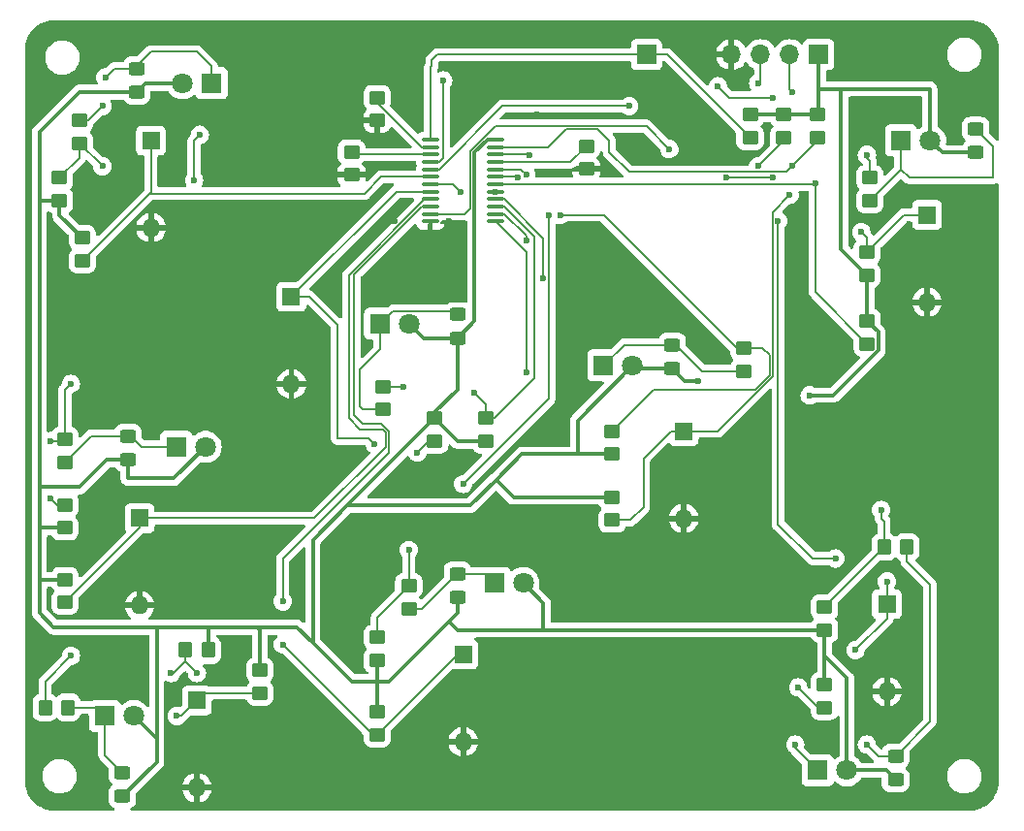
<source format=gtl>
G04 #@! TF.GenerationSoftware,KiCad,Pcbnew,8.0.5*
G04 #@! TF.CreationDate,2024-11-10T14:51:54+09:00*
G04 #@! TF.ProjectId,house_controller_multiplex_breakout_board,686f7573-655f-4636-9f6e-74726f6c6c65,rev?*
G04 #@! TF.SameCoordinates,Original*
G04 #@! TF.FileFunction,Copper,L1,Top*
G04 #@! TF.FilePolarity,Positive*
%FSLAX46Y46*%
G04 Gerber Fmt 4.6, Leading zero omitted, Abs format (unit mm)*
G04 Created by KiCad (PCBNEW 8.0.5) date 2024-11-10 14:51:54*
%MOMM*%
%LPD*%
G01*
G04 APERTURE LIST*
G04 Aperture macros list*
%AMRoundRect*
0 Rectangle with rounded corners*
0 $1 Rounding radius*
0 $2 $3 $4 $5 $6 $7 $8 $9 X,Y pos of 4 corners*
0 Add a 4 corners polygon primitive as box body*
4,1,4,$2,$3,$4,$5,$6,$7,$8,$9,$2,$3,0*
0 Add four circle primitives for the rounded corners*
1,1,$1+$1,$2,$3*
1,1,$1+$1,$4,$5*
1,1,$1+$1,$6,$7*
1,1,$1+$1,$8,$9*
0 Add four rect primitives between the rounded corners*
20,1,$1+$1,$2,$3,$4,$5,0*
20,1,$1+$1,$4,$5,$6,$7,0*
20,1,$1+$1,$6,$7,$8,$9,0*
20,1,$1+$1,$8,$9,$2,$3,0*%
G04 Aperture macros list end*
G04 #@! TA.AperFunction,SMDPad,CuDef*
%ADD10RoundRect,0.250000X-0.450000X0.325000X-0.450000X-0.325000X0.450000X-0.325000X0.450000X0.325000X0*%
G04 #@! TD*
G04 #@! TA.AperFunction,SMDPad,CuDef*
%ADD11RoundRect,0.250000X0.450000X-0.350000X0.450000X0.350000X-0.450000X0.350000X-0.450000X-0.350000X0*%
G04 #@! TD*
G04 #@! TA.AperFunction,ComponentPad*
%ADD12R,1.600000X1.600000*%
G04 #@! TD*
G04 #@! TA.AperFunction,ComponentPad*
%ADD13O,1.600000X1.600000*%
G04 #@! TD*
G04 #@! TA.AperFunction,SMDPad,CuDef*
%ADD14RoundRect,0.250000X-0.450000X0.350000X-0.450000X-0.350000X0.450000X-0.350000X0.450000X0.350000X0*%
G04 #@! TD*
G04 #@! TA.AperFunction,ComponentPad*
%ADD15R,1.800000X1.800000*%
G04 #@! TD*
G04 #@! TA.AperFunction,ComponentPad*
%ADD16C,1.800000*%
G04 #@! TD*
G04 #@! TA.AperFunction,ComponentPad*
%ADD17R,1.700000X1.700000*%
G04 #@! TD*
G04 #@! TA.AperFunction,ComponentPad*
%ADD18O,1.700000X1.700000*%
G04 #@! TD*
G04 #@! TA.AperFunction,SMDPad,CuDef*
%ADD19RoundRect,0.250000X-0.350000X-0.450000X0.350000X-0.450000X0.350000X0.450000X-0.350000X0.450000X0*%
G04 #@! TD*
G04 #@! TA.AperFunction,SMDPad,CuDef*
%ADD20RoundRect,0.100000X-0.637500X-0.100000X0.637500X-0.100000X0.637500X0.100000X-0.637500X0.100000X0*%
G04 #@! TD*
G04 #@! TA.AperFunction,ViaPad*
%ADD21C,0.600000*%
G04 #@! TD*
G04 #@! TA.AperFunction,Conductor*
%ADD22C,0.127000*%
G04 #@! TD*
G04 #@! TA.AperFunction,Conductor*
%ADD23C,0.300000*%
G04 #@! TD*
G04 APERTURE END LIST*
D10*
X71750000Y-62225000D03*
X71750000Y-64275000D03*
D11*
X111000000Y-71000000D03*
X111000000Y-69000000D03*
D12*
X140750000Y-75000000D03*
D13*
X140750000Y-82620000D03*
D11*
X90500000Y-71500000D03*
X90500000Y-69500000D03*
D12*
X77000000Y-117380000D03*
D13*
X77000000Y-125000000D03*
D11*
X92750000Y-66750000D03*
X92750000Y-64750000D03*
D14*
X102250000Y-92750000D03*
X102250000Y-94750000D03*
D15*
X75210000Y-95250000D03*
D16*
X77750000Y-95250000D03*
D14*
X131800000Y-116000000D03*
X131800000Y-118000000D03*
D17*
X131290000Y-61000000D03*
D18*
X128750000Y-61000000D03*
X126210000Y-61000000D03*
X123670000Y-61000000D03*
D10*
X99750000Y-106330000D03*
X99750000Y-108380000D03*
D12*
X137250000Y-108982500D03*
D13*
X137250000Y-116602500D03*
D14*
X65480000Y-106827500D03*
X65480000Y-108827500D03*
X92750000Y-111880000D03*
X92750000Y-113880000D03*
D15*
X68960000Y-118750000D03*
D16*
X71500000Y-118750000D03*
D12*
X85250000Y-82130000D03*
D13*
X85250000Y-89750000D03*
D14*
X131200000Y-66250000D03*
X131200000Y-68250000D03*
X113250000Y-99647500D03*
X113250000Y-101647500D03*
X131800000Y-109250000D03*
X131800000Y-111250000D03*
X92750000Y-118380000D03*
X92750000Y-120380000D03*
D10*
X99750000Y-83700000D03*
X99750000Y-85750000D03*
D19*
X63750000Y-118000000D03*
X65750000Y-118000000D03*
D15*
X102960000Y-107130000D03*
D16*
X105500000Y-107130000D03*
D14*
X65480000Y-100327500D03*
X65480000Y-102327500D03*
X128250000Y-66250000D03*
X128250000Y-68250000D03*
D11*
X135500000Y-86250000D03*
X135500000Y-84250000D03*
D19*
X137000000Y-104000000D03*
X139000000Y-104000000D03*
D12*
X72000000Y-101482500D03*
D13*
X72000000Y-109102500D03*
D14*
X65000000Y-71750000D03*
X65000000Y-73750000D03*
D20*
X97387500Y-68425000D03*
X97387500Y-69075000D03*
X97387500Y-69725000D03*
X97387500Y-70375000D03*
X97387500Y-71025000D03*
X97387500Y-71675000D03*
X97387500Y-72325000D03*
X97387500Y-72975000D03*
X97387500Y-73625000D03*
X97387500Y-74275000D03*
X97387500Y-74925000D03*
X97387500Y-75575000D03*
X103112500Y-75575000D03*
X103112500Y-74925000D03*
X103112500Y-74275000D03*
X103112500Y-73625000D03*
X103112500Y-72975000D03*
X103112500Y-72325000D03*
X103112500Y-71675000D03*
X103112500Y-71025000D03*
X103112500Y-70375000D03*
X103112500Y-69725000D03*
X103112500Y-69075000D03*
X103112500Y-68425000D03*
D14*
X95500000Y-107380000D03*
X95500000Y-109380000D03*
X97750000Y-92750000D03*
X97750000Y-94750000D03*
X113250000Y-93897500D03*
X113250000Y-95897500D03*
D15*
X112500000Y-88147500D03*
D16*
X115040000Y-88147500D03*
D15*
X93000000Y-84500000D03*
D16*
X95540000Y-84500000D03*
D14*
X93250000Y-90000000D03*
X93250000Y-92000000D03*
D10*
X145000000Y-67500000D03*
X145000000Y-69550000D03*
D14*
X124750000Y-86647500D03*
X124750000Y-88647500D03*
D10*
X70500000Y-123700000D03*
X70500000Y-125750000D03*
D19*
X76000000Y-113000000D03*
X78000000Y-113000000D03*
D14*
X82500000Y-114750000D03*
X82500000Y-116750000D03*
X125300000Y-66250000D03*
X125300000Y-68250000D03*
D12*
X119500000Y-93880000D03*
D13*
X119500000Y-101500000D03*
D14*
X65480000Y-94577500D03*
X65480000Y-96577500D03*
D10*
X118500000Y-86347500D03*
X118500000Y-88397500D03*
D15*
X78275000Y-63500000D03*
D16*
X75735000Y-63500000D03*
D10*
X70980000Y-94302500D03*
X70980000Y-96352500D03*
D17*
X116250000Y-61000000D03*
D15*
X131210000Y-123500000D03*
D16*
X133750000Y-123500000D03*
D11*
X135500000Y-80250000D03*
X135500000Y-78250000D03*
X66750000Y-68750000D03*
X66750000Y-66750000D03*
D10*
X138000000Y-122250000D03*
X138000000Y-124300000D03*
D15*
X138475000Y-68500000D03*
D16*
X141015000Y-68500000D03*
D14*
X67000000Y-77000000D03*
X67000000Y-79000000D03*
D12*
X100250000Y-113380000D03*
D13*
X100250000Y-121000000D03*
D12*
X73000000Y-68500000D03*
D13*
X73000000Y-76120000D03*
D14*
X135750000Y-71750000D03*
X135750000Y-73750000D03*
D21*
X126000000Y-63500000D03*
X106000000Y-69750000D03*
X126000000Y-70750000D03*
X120750000Y-89500000D03*
X130500000Y-90750000D03*
X129000000Y-70750000D03*
X129000000Y-64250000D03*
X106750000Y-66250000D03*
X113000000Y-71250000D03*
X94250000Y-75500000D03*
X118250000Y-66500000D03*
X109000000Y-78250000D03*
X99000000Y-75500000D03*
X87000000Y-75500000D03*
X96250000Y-77250000D03*
X76750000Y-72000000D03*
X75250000Y-118750000D03*
X77250000Y-68000000D03*
X98500000Y-63250000D03*
X135000000Y-76500000D03*
X100000000Y-73000000D03*
X105750000Y-77250000D03*
X136750000Y-100750000D03*
X68750000Y-65500000D03*
X69000000Y-63000000D03*
X92500000Y-95000000D03*
X96250000Y-95750000D03*
X128750000Y-73250000D03*
X114750000Y-65500000D03*
X127250000Y-64750000D03*
X122500000Y-63750000D03*
X129500000Y-116250000D03*
X132750000Y-105000000D03*
X127750000Y-75500000D03*
X123250000Y-71750000D03*
X137250000Y-107000000D03*
X127250000Y-71750000D03*
X134500000Y-113000000D03*
X118250000Y-69250000D03*
X84500000Y-112500000D03*
X84500000Y-108750000D03*
X105750000Y-88750000D03*
X95500000Y-104250000D03*
X64250000Y-94750000D03*
X107250000Y-80500000D03*
X64250000Y-99750000D03*
X66000000Y-89750000D03*
X101250000Y-90500000D03*
X95000000Y-90000000D03*
X135500000Y-69750000D03*
X131000000Y-72250000D03*
X103112500Y-72975000D03*
X68750000Y-70750000D03*
X108750000Y-75000000D03*
X105750000Y-71500000D03*
X135500000Y-121250000D03*
X129250000Y-121250000D03*
X77000000Y-115000000D03*
X107750000Y-75000000D03*
X100250000Y-98500000D03*
X105000000Y-71750000D03*
X74750000Y-115000000D03*
X66000000Y-113500000D03*
D22*
X116250000Y-61000000D02*
X118050000Y-61000000D01*
X97387500Y-62112500D02*
X97387500Y-68425000D01*
X97500000Y-62000000D02*
X97387500Y-62112500D01*
X98000000Y-61000000D02*
X97500000Y-61500000D01*
X116250000Y-61000000D02*
X98000000Y-61000000D01*
X97500000Y-61500000D02*
X97500000Y-62000000D01*
X118050000Y-61000000D02*
X125300000Y-68250000D01*
X106000000Y-69750000D02*
X105975000Y-69725000D01*
X128250000Y-68500000D02*
X128250000Y-68250000D01*
X126210000Y-61000000D02*
X126210000Y-63290000D01*
X126000000Y-70750000D02*
X128250000Y-68500000D01*
X105975000Y-69725000D02*
X103112500Y-69725000D01*
X126210000Y-63290000D02*
X126000000Y-63500000D01*
D23*
X101250000Y-84250000D02*
X99750000Y-85750000D01*
X131800000Y-113500000D02*
X131800000Y-116000000D01*
X82250000Y-111000000D02*
X85750000Y-111000000D01*
X133750000Y-123500000D02*
X137200000Y-123500000D01*
X66725000Y-64275000D02*
X63250000Y-67750000D01*
X99750000Y-111250000D02*
X99000000Y-110500000D01*
X131800000Y-111250000D02*
X131800000Y-113500000D01*
X136477000Y-85227000D02*
X136477000Y-86825218D01*
X63327500Y-106827500D02*
X65480000Y-106827500D01*
X85750000Y-111000000D02*
X87125000Y-112375000D01*
X63250000Y-73750000D02*
X63250000Y-98750000D01*
X87125000Y-103375000D02*
X90125000Y-100375000D01*
X102250000Y-94750000D02*
X99750000Y-94750000D01*
X141015000Y-68500000D02*
X142065000Y-69550000D01*
X131290000Y-66160000D02*
X131200000Y-66250000D01*
X87125000Y-112375000D02*
X90500000Y-115750000D01*
X99000000Y-110500000D02*
X99750000Y-109750000D01*
X73500000Y-111000000D02*
X78000000Y-111000000D01*
X100875000Y-100375000D02*
X90125000Y-100375000D01*
X99750000Y-90250000D02*
X99750000Y-85750000D01*
X64500000Y-111000000D02*
X73500000Y-111000000D01*
X63250000Y-102250000D02*
X63250000Y-106750000D01*
X97750000Y-92250000D02*
X99750000Y-90250000D01*
X65000000Y-75000000D02*
X67000000Y-77000000D01*
X99750000Y-109750000D02*
X99750000Y-108380000D01*
X141015000Y-64515000D02*
X141015000Y-68500000D01*
X72525000Y-63500000D02*
X71750000Y-64275000D01*
X63250000Y-102250000D02*
X63327500Y-102327500D01*
X97750000Y-92750000D02*
X97750000Y-92250000D01*
X63250000Y-73750000D02*
X65000000Y-73750000D01*
X131290000Y-61000000D02*
X131290000Y-64000000D01*
X99750000Y-94750000D02*
X97750000Y-92750000D01*
X131800000Y-111250000D02*
X107250000Y-111250000D01*
X82250000Y-111000000D02*
X82500000Y-111250000D01*
X71750000Y-64275000D02*
X66725000Y-64275000D01*
X118500000Y-88397500D02*
X115290000Y-88397500D01*
X142065000Y-69550000D02*
X145000000Y-69550000D01*
X78000000Y-111000000D02*
X82250000Y-111000000D01*
X107250000Y-108880000D02*
X107250000Y-111250000D01*
X115290000Y-88397500D02*
X115040000Y-88147500D01*
X107250000Y-111250000D02*
X99750000Y-111250000D01*
X96790000Y-85750000D02*
X95540000Y-84500000D01*
X65000000Y-73750000D02*
X65000000Y-75000000D01*
X133750000Y-115450000D02*
X133750000Y-123500000D01*
X131290000Y-64000000D02*
X133250000Y-64000000D01*
X63250000Y-109750000D02*
X64500000Y-111000000D01*
X78000000Y-111000000D02*
X78000000Y-113000000D01*
X120750000Y-89500000D02*
X119602500Y-89500000D01*
X73500000Y-111000000D02*
X73500000Y-120750000D01*
X132552218Y-90750000D02*
X130500000Y-90750000D01*
X113250000Y-99647500D02*
X104647500Y-99647500D01*
X73500000Y-122750000D02*
X70500000Y-125750000D01*
X105352500Y-95897500D02*
X103125000Y-98125000D01*
X115040000Y-88147500D02*
X110250000Y-92937500D01*
X136477000Y-86825218D02*
X132552218Y-90750000D01*
X133250000Y-64000000D02*
X133250000Y-78000000D01*
X71000000Y-98000000D02*
X70980000Y-97980000D01*
X104647500Y-99647500D02*
X103125000Y-98125000D01*
X63327500Y-102327500D02*
X65480000Y-102327500D01*
X63250000Y-106750000D02*
X63250000Y-109750000D01*
X82500000Y-111250000D02*
X82500000Y-114750000D01*
X110250000Y-95897500D02*
X105352500Y-95897500D01*
X103125000Y-98125000D02*
X100875000Y-100375000D01*
X63250000Y-98750000D02*
X66750000Y-98750000D01*
X110250000Y-92937500D02*
X110250000Y-95897500D01*
X135500000Y-80250000D02*
X135500000Y-84250000D01*
X92750000Y-113880000D02*
X92750000Y-118380000D01*
X131200000Y-66250000D02*
X125300000Y-66250000D01*
X113250000Y-95897500D02*
X110250000Y-95897500D01*
X137200000Y-123500000D02*
X138000000Y-124300000D01*
X102375001Y-68425000D02*
X101250000Y-69550001D01*
X71500000Y-118750000D02*
X73500000Y-120750000D01*
X66750000Y-98750000D02*
X69147500Y-96352500D01*
X75000000Y-98000000D02*
X71000000Y-98000000D01*
X133250000Y-64000000D02*
X141000000Y-64000000D01*
X63250000Y-67750000D02*
X63250000Y-73750000D01*
X87125000Y-112375000D02*
X87125000Y-103375000D01*
X90125000Y-100375000D02*
X97750000Y-92750000D01*
X93750000Y-115750000D02*
X99000000Y-110500000D01*
X135500000Y-84250000D02*
X136477000Y-85227000D01*
X73500000Y-120750000D02*
X73500000Y-122750000D01*
X103112500Y-68425000D02*
X102375001Y-68425000D01*
X90500000Y-115750000D02*
X93750000Y-115750000D01*
X63250000Y-106750000D02*
X63327500Y-106827500D01*
X69147500Y-96352500D02*
X70980000Y-96352500D01*
X131290000Y-64000000D02*
X131290000Y-66160000D01*
X99750000Y-85750000D02*
X96790000Y-85750000D01*
X101250000Y-69550001D02*
X101250000Y-84250000D01*
X141000000Y-64500000D02*
X141015000Y-64515000D01*
X105500000Y-107130000D02*
X107250000Y-108880000D01*
X133250000Y-78000000D02*
X135500000Y-80250000D01*
X63250000Y-98750000D02*
X63250000Y-102250000D01*
X131800000Y-113500000D02*
X133750000Y-115450000D01*
X75735000Y-63500000D02*
X72525000Y-63500000D01*
X119602500Y-89500000D02*
X118500000Y-88397500D01*
X77750000Y-95250000D02*
X75000000Y-98000000D01*
X141000000Y-64000000D02*
X141000000Y-64500000D01*
X70980000Y-97980000D02*
X70980000Y-96352500D01*
D22*
X114740500Y-71240500D02*
X113000000Y-69500000D01*
X128750000Y-64000000D02*
X129000000Y-64250000D01*
X109250000Y-67500000D02*
X107675000Y-69075000D01*
X113000000Y-69500000D02*
X113000000Y-68500000D01*
X107675000Y-69075000D02*
X103112500Y-69075000D01*
X128750000Y-61000000D02*
X128750000Y-64000000D01*
X129000000Y-70750000D02*
X128509500Y-71240500D01*
X113000000Y-68500000D02*
X112000000Y-67500000D01*
X112000000Y-67500000D02*
X109250000Y-67500000D01*
X129000000Y-70750000D02*
X131200000Y-68550000D01*
X131200000Y-68550000D02*
X131200000Y-68250000D01*
X128509500Y-71240500D02*
X114740500Y-71240500D01*
X75250000Y-118750000D02*
X75630000Y-118750000D01*
X77250000Y-68000000D02*
X76750000Y-68500000D01*
X77630000Y-116750000D02*
X77000000Y-117380000D01*
X98124999Y-70375000D02*
X98500000Y-69999999D01*
X82500000Y-116750000D02*
X77630000Y-116750000D01*
X75630000Y-118750000D02*
X77000000Y-117380000D01*
X97387500Y-70375000D02*
X98124999Y-70375000D01*
X76750000Y-68500000D02*
X76750000Y-72000000D01*
X98500000Y-69999999D02*
X98500000Y-63250000D01*
X112500000Y-88147500D02*
X114300000Y-86347500D01*
X114300000Y-86347500D02*
X118500000Y-86347500D01*
X121147500Y-88647500D02*
X124750000Y-88647500D01*
X118847500Y-86347500D02*
X121147500Y-88647500D01*
X118500000Y-86347500D02*
X118847500Y-86347500D01*
X99325000Y-72325000D02*
X97387500Y-72325000D01*
X140750000Y-75000000D02*
X138750000Y-75000000D01*
X138750000Y-75000000D02*
X135500000Y-78250000D01*
X135500000Y-78250000D02*
X135500000Y-77000000D01*
X135500000Y-77000000D02*
X135000000Y-76500000D01*
X100000000Y-73000000D02*
X99325000Y-72325000D01*
X137000000Y-101750000D02*
X137000000Y-104000000D01*
X136750000Y-101500000D02*
X137000000Y-101750000D01*
X137000000Y-104000000D02*
X131800000Y-109200000D01*
X103849999Y-74925000D02*
X105750000Y-76825001D01*
X136750000Y-100750000D02*
X136750000Y-101500000D01*
X105750000Y-76825001D02*
X105750000Y-77250000D01*
X131800000Y-109200000D02*
X131800000Y-109250000D01*
X103112500Y-74925000D02*
X103849999Y-74925000D01*
X78275000Y-63500000D02*
X78275000Y-62025000D01*
X67500000Y-66750000D02*
X66750000Y-66750000D01*
X78275000Y-62025000D02*
X77000000Y-60750000D01*
X71750000Y-62225000D02*
X69775000Y-62225000D01*
X77000000Y-60750000D02*
X73000000Y-60750000D01*
X68750000Y-65500000D02*
X67500000Y-66750000D01*
X71750000Y-62000000D02*
X71750000Y-62225000D01*
X69775000Y-62225000D02*
X69000000Y-63000000D01*
X73000000Y-60750000D02*
X71750000Y-62000000D01*
X73000000Y-73000000D02*
X73000000Y-68500000D01*
X97387500Y-71675000D02*
X93079888Y-71675000D01*
X91629888Y-73125000D02*
X72875000Y-73125000D01*
X67000000Y-79000000D02*
X72875000Y-73125000D01*
X72875000Y-73125000D02*
X73000000Y-73000000D01*
X93079888Y-71675000D02*
X91629888Y-73125000D01*
X138475000Y-71025000D02*
X138475000Y-68500000D01*
X145000000Y-67500000D02*
X146500000Y-69000000D01*
X146500000Y-69000000D02*
X146500000Y-71750000D01*
X146500000Y-71750000D02*
X139200000Y-71750000D01*
X139200000Y-71750000D02*
X138475000Y-71025000D01*
X135750000Y-73750000D02*
X138475000Y-71025000D01*
X93500000Y-94000000D02*
X93500000Y-95250000D01*
X96886400Y-73625000D02*
X90250000Y-80261400D01*
X91250000Y-93750000D02*
X93250000Y-93750000D01*
X65480000Y-108827500D02*
X72000000Y-102307500D01*
X97387500Y-73625000D02*
X96886400Y-73625000D01*
X90250000Y-92750000D02*
X91250000Y-93750000D01*
X93250000Y-93750000D02*
X93500000Y-94000000D01*
X93500000Y-95250000D02*
X87267500Y-101482500D01*
X72000000Y-102307500D02*
X72000000Y-101482500D01*
X87267500Y-101482500D02*
X72000000Y-101482500D01*
X90250000Y-80261400D02*
X90250000Y-92750000D01*
X96250000Y-95750000D02*
X97250000Y-94750000D01*
X94405000Y-72975000D02*
X97387500Y-72975000D01*
X89250000Y-94500000D02*
X92000000Y-94500000D01*
X85250000Y-82130000D02*
X94405000Y-72975000D01*
X85250000Y-82130000D02*
X86809888Y-82130000D01*
X86809888Y-82130000D02*
X89250000Y-84570112D01*
X97250000Y-94750000D02*
X97750000Y-94750000D01*
X89250000Y-84570112D02*
X89250000Y-94500000D01*
X92000000Y-94500000D02*
X92500000Y-95000000D01*
X65750000Y-118000000D02*
X68210000Y-118000000D01*
X68210000Y-118000000D02*
X68960000Y-118750000D01*
X68960000Y-122160000D02*
X70500000Y-123700000D01*
X68960000Y-118750000D02*
X68960000Y-122160000D01*
X114852500Y-101647500D02*
X113250000Y-101647500D01*
X119500000Y-93880000D02*
X122479210Y-93880000D01*
X103649999Y-65500000D02*
X114750000Y-65500000D01*
X123500000Y-64750000D02*
X122500000Y-63750000D01*
X127250000Y-64750000D02*
X123500000Y-64750000D01*
X97387500Y-71025000D02*
X98124999Y-71025000D01*
X127254000Y-74746000D02*
X128750000Y-73250000D01*
X118370000Y-93880000D02*
X116000000Y-96250000D01*
X98124999Y-71025000D02*
X103649999Y-65500000D01*
X122479210Y-93880000D02*
X127254000Y-89105210D01*
X116000000Y-96250000D02*
X116000000Y-100500000D01*
X127254000Y-89105210D02*
X127254000Y-74746000D01*
X116000000Y-100500000D02*
X114852500Y-101647500D01*
X119500000Y-93880000D02*
X118370000Y-93880000D01*
X97387500Y-74925000D02*
X100394000Y-74925000D01*
X127750000Y-75500000D02*
X127750000Y-102000000D01*
X127750000Y-102000000D02*
X130750000Y-105000000D01*
X131250000Y-118000000D02*
X131800000Y-118000000D01*
X100394000Y-74925000D02*
X100909500Y-74409500D01*
X123250000Y-71750000D02*
X127250000Y-71750000D01*
X137250000Y-107000000D02*
X137250000Y-108982500D01*
X100909500Y-74409500D02*
X100909500Y-69408961D01*
X129500000Y-116250000D02*
X131250000Y-118000000D01*
X137250000Y-110250000D02*
X134500000Y-113000000D01*
X137250000Y-108982500D02*
X137250000Y-110250000D01*
X116246000Y-67246000D02*
X118250000Y-69250000D01*
X100909500Y-69408961D02*
X103072461Y-67246000D01*
X103072461Y-67246000D02*
X116246000Y-67246000D01*
X130750000Y-105000000D02*
X132750000Y-105000000D01*
X91250000Y-91750000D02*
X91500000Y-92000000D01*
X94090500Y-83409500D02*
X99459500Y-83409500D01*
X93000000Y-84500000D02*
X94090500Y-83409500D01*
X91250000Y-88500000D02*
X91250000Y-91750000D01*
X99459500Y-83409500D02*
X99750000Y-83700000D01*
X93000000Y-86750000D02*
X91250000Y-88500000D01*
X91500000Y-92000000D02*
X93250000Y-92000000D01*
X93000000Y-84500000D02*
X93000000Y-86750000D01*
X97387500Y-74275000D02*
X96650001Y-74275000D01*
X84500000Y-112500000D02*
X92380000Y-120380000D01*
X84500000Y-105000000D02*
X84500000Y-108750000D01*
X92380000Y-120380000D02*
X92750000Y-120380000D01*
X90750000Y-80175001D02*
X90750000Y-92500000D01*
X93754000Y-93894790D02*
X93754000Y-95746000D01*
X96650001Y-74275000D02*
X90750000Y-80175001D01*
X93754000Y-95746000D02*
X84500000Y-105000000D01*
X90750000Y-92500000D02*
X91500000Y-93250000D01*
X93109210Y-93250000D02*
X93754000Y-93894790D01*
X91500000Y-93250000D02*
X93109210Y-93250000D01*
X99750000Y-113380000D02*
X92750000Y-120380000D01*
X100250000Y-113380000D02*
X99750000Y-113380000D01*
X95500000Y-104250000D02*
X95500000Y-107380000D01*
X105750000Y-78212500D02*
X105750000Y-88750000D01*
X103112500Y-75575000D02*
X105750000Y-78212500D01*
X92750000Y-110130000D02*
X92750000Y-111880000D01*
X95500000Y-107380000D02*
X92750000Y-110130000D01*
X67755000Y-94302500D02*
X70980000Y-94302500D01*
X71197500Y-94302500D02*
X72145000Y-95250000D01*
X72145000Y-95250000D02*
X75210000Y-95250000D01*
X65480000Y-96577500D02*
X67755000Y-94302500D01*
X70980000Y-94302500D02*
X71197500Y-94302500D01*
X65480000Y-100327500D02*
X64827500Y-100327500D01*
X66000000Y-89750000D02*
X65480000Y-90270000D01*
X65480000Y-90270000D02*
X65480000Y-94577500D01*
X107250000Y-77025001D02*
X107250000Y-80500000D01*
X65307500Y-94750000D02*
X65480000Y-94577500D01*
X64827500Y-100327500D02*
X64250000Y-99750000D01*
X103849999Y-73625000D02*
X107250000Y-77025001D01*
X103112500Y-73625000D02*
X103849999Y-73625000D01*
X64250000Y-94750000D02*
X65307500Y-94750000D01*
X95000000Y-90000000D02*
X93250000Y-90000000D01*
X106500000Y-76925001D02*
X106500000Y-89250000D01*
X103000000Y-92750000D02*
X102250000Y-92750000D01*
X103112500Y-74275000D02*
X103849999Y-74275000D01*
X103849999Y-74275000D02*
X106500000Y-76925001D01*
X106500000Y-89250000D02*
X103000000Y-92750000D01*
X102250000Y-91500000D02*
X101250000Y-90500000D01*
X102250000Y-92750000D02*
X102250000Y-91500000D01*
X99750000Y-106330000D02*
X102160000Y-106330000D01*
X99670000Y-106330000D02*
X96620000Y-109380000D01*
X99750000Y-106330000D02*
X99670000Y-106330000D01*
X96620000Y-109380000D02*
X95500000Y-109380000D01*
X102160000Y-106330000D02*
X102960000Y-107130000D01*
X135500000Y-69750000D02*
X135500000Y-70000000D01*
X131000000Y-81750000D02*
X131000000Y-72250000D01*
X103112500Y-72325000D02*
X130925000Y-72325000D01*
X135750000Y-70250000D02*
X135750000Y-71750000D01*
X135500000Y-86250000D02*
X131000000Y-81750000D01*
X135500000Y-70000000D02*
X135750000Y-70250000D01*
X130925000Y-72325000D02*
X131000000Y-72250000D01*
X66750000Y-68750000D02*
X66750000Y-70000000D01*
X66750000Y-70000000D02*
X65000000Y-71750000D01*
X66750000Y-68750000D02*
X68750000Y-70750000D01*
X126397500Y-86647500D02*
X127000000Y-87250000D01*
X105275000Y-71025000D02*
X105750000Y-71500000D01*
X127000000Y-87250000D02*
X127000000Y-89000000D01*
X112532388Y-75000000D02*
X124179888Y-86647500D01*
X127000000Y-89000000D02*
X125750000Y-90250000D01*
X116897500Y-90250000D02*
X113250000Y-93897500D01*
X103112500Y-71025000D02*
X105275000Y-71025000D01*
X108750000Y-75000000D02*
X112532388Y-75000000D01*
X124750000Y-86647500D02*
X126397500Y-86647500D01*
X124179888Y-86647500D02*
X124750000Y-86647500D01*
X125750000Y-90250000D02*
X116897500Y-90250000D01*
X138000000Y-122250000D02*
X136500000Y-122250000D01*
X129250000Y-121540000D02*
X131210000Y-123500000D01*
X139000000Y-105250000D02*
X139000000Y-104000000D01*
X141000000Y-107250000D02*
X139000000Y-105250000D01*
X138000000Y-122250000D02*
X141000000Y-119250000D01*
X141000000Y-119250000D02*
X141000000Y-107250000D01*
X136500000Y-122250000D02*
X135500000Y-121250000D01*
X129250000Y-121250000D02*
X129250000Y-121540000D01*
X76000000Y-114000000D02*
X75000000Y-115000000D01*
X63750000Y-115750000D02*
X63750000Y-118000000D01*
X103112500Y-71675000D02*
X104925000Y-71675000D01*
X75000000Y-115000000D02*
X74750000Y-115000000D01*
X77000000Y-115000000D02*
X76000000Y-114000000D01*
X76000000Y-114000000D02*
X76000000Y-113000000D01*
X107750000Y-75000000D02*
X107750000Y-91000000D01*
X104925000Y-71675000D02*
X105000000Y-71750000D01*
X107750000Y-91000000D02*
X100250000Y-98500000D01*
X66000000Y-113500000D02*
X63750000Y-115750000D01*
X90750000Y-69500000D02*
X90975000Y-69725000D01*
X90500000Y-69500000D02*
X90750000Y-69500000D01*
X90975000Y-69725000D02*
X97387500Y-69725000D01*
X92750000Y-65174999D02*
X96650001Y-69075000D01*
X96650001Y-69075000D02*
X97387500Y-69075000D01*
X92750000Y-64750000D02*
X92750000Y-65174999D01*
X109625000Y-70375000D02*
X103112500Y-70375000D01*
X111000000Y-69000000D02*
X109625000Y-70375000D01*
G04 #@! TA.AperFunction,Conductor*
G36*
X144503736Y-58000726D02*
G01*
X144793796Y-58018271D01*
X144808659Y-58020076D01*
X145090798Y-58071780D01*
X145105335Y-58075363D01*
X145379172Y-58160695D01*
X145393163Y-58166000D01*
X145654743Y-58283727D01*
X145667989Y-58290680D01*
X145913465Y-58439075D01*
X145925776Y-58447573D01*
X146151573Y-58624473D01*
X146162781Y-58634403D01*
X146365596Y-58837218D01*
X146375526Y-58848426D01*
X146495481Y-59001538D01*
X146552422Y-59074217D01*
X146560928Y-59086540D01*
X146709316Y-59332004D01*
X146716275Y-59345263D01*
X146833997Y-59606831D01*
X146839306Y-59620832D01*
X146924635Y-59894663D01*
X146928219Y-59909201D01*
X146979923Y-60191340D01*
X146981728Y-60206205D01*
X146999274Y-60496263D01*
X146999500Y-60503750D01*
X146999500Y-68402522D01*
X146979815Y-68469561D01*
X146927011Y-68515316D01*
X146857853Y-68525260D01*
X146794297Y-68496235D01*
X146787819Y-68490203D01*
X146236818Y-67939202D01*
X146203333Y-67877879D01*
X146200499Y-67851530D01*
X146200499Y-67124992D01*
X146197568Y-67096304D01*
X146189999Y-67022203D01*
X146189998Y-67022200D01*
X146169189Y-66959403D01*
X146134814Y-66855666D01*
X146042712Y-66706344D01*
X145918656Y-66582288D01*
X145769334Y-66490186D01*
X145602797Y-66435001D01*
X145602795Y-66435000D01*
X145500010Y-66424500D01*
X144499998Y-66424500D01*
X144499980Y-66424501D01*
X144397203Y-66435000D01*
X144397200Y-66435001D01*
X144230668Y-66490185D01*
X144230663Y-66490187D01*
X144081342Y-66582289D01*
X143957289Y-66706342D01*
X143865187Y-66855663D01*
X143865186Y-66855666D01*
X143810001Y-67022203D01*
X143810001Y-67022204D01*
X143810000Y-67022204D01*
X143799500Y-67124983D01*
X143799500Y-67875001D01*
X143799501Y-67875019D01*
X143810000Y-67977796D01*
X143810001Y-67977799D01*
X143865185Y-68144331D01*
X143865187Y-68144336D01*
X143870959Y-68153694D01*
X143952341Y-68285636D01*
X143957289Y-68293657D01*
X144081346Y-68417714D01*
X144084182Y-68419463D01*
X144085717Y-68421170D01*
X144087011Y-68422193D01*
X144086836Y-68422414D01*
X144130905Y-68471411D01*
X144142126Y-68540374D01*
X144114282Y-68604456D01*
X144084182Y-68630537D01*
X144081346Y-68632285D01*
X143957289Y-68756342D01*
X143957288Y-68756344D01*
X143913701Y-68827011D01*
X143905321Y-68840597D01*
X143853373Y-68887321D01*
X143799782Y-68899500D01*
X142517857Y-68899500D01*
X142450818Y-68879815D01*
X142405063Y-68827011D01*
X142395119Y-68757853D01*
X142397651Y-68745060D01*
X142401133Y-68731309D01*
X142401135Y-68731297D01*
X142420300Y-68500006D01*
X142420300Y-68499993D01*
X142401135Y-68268702D01*
X142401133Y-68268691D01*
X142344157Y-68043699D01*
X142250924Y-67831151D01*
X142123983Y-67636852D01*
X142123980Y-67636849D01*
X142123979Y-67636847D01*
X141966784Y-67466087D01*
X141966779Y-67466083D01*
X141966777Y-67466081D01*
X141783634Y-67323535D01*
X141783623Y-67323528D01*
X141730481Y-67294768D01*
X141680891Y-67245548D01*
X141665500Y-67185714D01*
X141665500Y-64450928D01*
X141652883Y-64387501D01*
X141650500Y-64363309D01*
X141650500Y-63935928D01*
X141625502Y-63810261D01*
X141625501Y-63810260D01*
X141625501Y-63810256D01*
X141587574Y-63718692D01*
X141576466Y-63691875D01*
X141576461Y-63691866D01*
X141505276Y-63585331D01*
X141505273Y-63585327D01*
X141414672Y-63494726D01*
X141414668Y-63494723D01*
X141308133Y-63423538D01*
X141308124Y-63423533D01*
X141189744Y-63374499D01*
X141189738Y-63374497D01*
X141064071Y-63349500D01*
X141064069Y-63349500D01*
X133314069Y-63349500D01*
X132064500Y-63349500D01*
X131997461Y-63329815D01*
X131951706Y-63277011D01*
X131940500Y-63225500D01*
X131940500Y-62474499D01*
X131960185Y-62407460D01*
X132012989Y-62361705D01*
X132064500Y-62350499D01*
X132187871Y-62350499D01*
X132187872Y-62350499D01*
X132247483Y-62344091D01*
X132382331Y-62293796D01*
X132497546Y-62207546D01*
X132583796Y-62092331D01*
X132634091Y-61957483D01*
X132640500Y-61897873D01*
X132640499Y-60881902D01*
X142499500Y-60881902D01*
X142499500Y-61118097D01*
X142536446Y-61351368D01*
X142609433Y-61575996D01*
X142689581Y-61733293D01*
X142716657Y-61786433D01*
X142855483Y-61977510D01*
X143022490Y-62144517D01*
X143213567Y-62283343D01*
X143292448Y-62323535D01*
X143424003Y-62390566D01*
X143424005Y-62390566D01*
X143424008Y-62390568D01*
X143523783Y-62422987D01*
X143648631Y-62463553D01*
X143881903Y-62500500D01*
X143881908Y-62500500D01*
X144118097Y-62500500D01*
X144351368Y-62463553D01*
X144575992Y-62390568D01*
X144786433Y-62283343D01*
X144977510Y-62144517D01*
X145144517Y-61977510D01*
X145283343Y-61786433D01*
X145390568Y-61575992D01*
X145463553Y-61351368D01*
X145469023Y-61316834D01*
X145500500Y-61118097D01*
X145500500Y-60881902D01*
X145463553Y-60648631D01*
X145406953Y-60474435D01*
X145390568Y-60424008D01*
X145390566Y-60424005D01*
X145390566Y-60424003D01*
X145288881Y-60224436D01*
X145283343Y-60213567D01*
X145144517Y-60022490D01*
X144977510Y-59855483D01*
X144786433Y-59716657D01*
X144765914Y-59706202D01*
X144575996Y-59609433D01*
X144351368Y-59536446D01*
X144118097Y-59499500D01*
X144118092Y-59499500D01*
X143881908Y-59499500D01*
X143881903Y-59499500D01*
X143648631Y-59536446D01*
X143424003Y-59609433D01*
X143213566Y-59716657D01*
X143109244Y-59792452D01*
X143022490Y-59855483D01*
X143022488Y-59855485D01*
X143022487Y-59855485D01*
X142855485Y-60022487D01*
X142855485Y-60022488D01*
X142855483Y-60022490D01*
X142802790Y-60095016D01*
X142716657Y-60213566D01*
X142609433Y-60424003D01*
X142536446Y-60648631D01*
X142499500Y-60881902D01*
X132640499Y-60881902D01*
X132640499Y-60102128D01*
X132634091Y-60042517D01*
X132632810Y-60039083D01*
X132583797Y-59907671D01*
X132583793Y-59907664D01*
X132497547Y-59792455D01*
X132497544Y-59792452D01*
X132382335Y-59706206D01*
X132382328Y-59706202D01*
X132247482Y-59655908D01*
X132247483Y-59655908D01*
X132187883Y-59649501D01*
X132187881Y-59649500D01*
X132187873Y-59649500D01*
X132187864Y-59649500D01*
X130392129Y-59649500D01*
X130392123Y-59649501D01*
X130332516Y-59655908D01*
X130197671Y-59706202D01*
X130197664Y-59706206D01*
X130082455Y-59792452D01*
X130082452Y-59792455D01*
X129996206Y-59907664D01*
X129996203Y-59907669D01*
X129947189Y-60039083D01*
X129905317Y-60095016D01*
X129839853Y-60119433D01*
X129771580Y-60104581D01*
X129743326Y-60083430D01*
X129621402Y-59961506D01*
X129621395Y-59961501D01*
X129427834Y-59825967D01*
X129427830Y-59825965D01*
X129427828Y-59825964D01*
X129213663Y-59726097D01*
X129213659Y-59726096D01*
X129213655Y-59726094D01*
X128985413Y-59664938D01*
X128985403Y-59664936D01*
X128750001Y-59644341D01*
X128749999Y-59644341D01*
X128514596Y-59664936D01*
X128514586Y-59664938D01*
X128286344Y-59726094D01*
X128286335Y-59726098D01*
X128072171Y-59825964D01*
X128072169Y-59825965D01*
X127878597Y-59961505D01*
X127711505Y-60128597D01*
X127581575Y-60314158D01*
X127526998Y-60357783D01*
X127457500Y-60364977D01*
X127395145Y-60333454D01*
X127378425Y-60314158D01*
X127248494Y-60128597D01*
X127081402Y-59961506D01*
X127081395Y-59961501D01*
X126887834Y-59825967D01*
X126887830Y-59825965D01*
X126887828Y-59825964D01*
X126673663Y-59726097D01*
X126673659Y-59726096D01*
X126673655Y-59726094D01*
X126445413Y-59664938D01*
X126445403Y-59664936D01*
X126210001Y-59644341D01*
X126209999Y-59644341D01*
X125974596Y-59664936D01*
X125974586Y-59664938D01*
X125746344Y-59726094D01*
X125746335Y-59726098D01*
X125532171Y-59825964D01*
X125532169Y-59825965D01*
X125338597Y-59961505D01*
X125171508Y-60128594D01*
X125041269Y-60314595D01*
X124986692Y-60358219D01*
X124917193Y-60365412D01*
X124854839Y-60333890D01*
X124838119Y-60314594D01*
X124708113Y-60128926D01*
X124708108Y-60128920D01*
X124541082Y-59961894D01*
X124347578Y-59826399D01*
X124133492Y-59726570D01*
X124133486Y-59726567D01*
X123920000Y-59669364D01*
X123920000Y-60566988D01*
X123862993Y-60534075D01*
X123735826Y-60500000D01*
X123604174Y-60500000D01*
X123477007Y-60534075D01*
X123420000Y-60566988D01*
X123420000Y-59669364D01*
X123419999Y-59669364D01*
X123206513Y-59726567D01*
X123206507Y-59726570D01*
X122992422Y-59826399D01*
X122992420Y-59826400D01*
X122798926Y-59961886D01*
X122798920Y-59961891D01*
X122631891Y-60128920D01*
X122631886Y-60128926D01*
X122496400Y-60322420D01*
X122496399Y-60322422D01*
X122396570Y-60536507D01*
X122396567Y-60536513D01*
X122339364Y-60749999D01*
X122339364Y-60750000D01*
X123236988Y-60750000D01*
X123204075Y-60807007D01*
X123170000Y-60934174D01*
X123170000Y-61065826D01*
X123204075Y-61192993D01*
X123236988Y-61250000D01*
X122339364Y-61250000D01*
X122396567Y-61463486D01*
X122396570Y-61463492D01*
X122496399Y-61677578D01*
X122631894Y-61871082D01*
X122798917Y-62038105D01*
X122992421Y-62173600D01*
X123206507Y-62273429D01*
X123206516Y-62273433D01*
X123420000Y-62330634D01*
X123420000Y-61433012D01*
X123477007Y-61465925D01*
X123604174Y-61500000D01*
X123735826Y-61500000D01*
X123862993Y-61465925D01*
X123920000Y-61433012D01*
X123920000Y-62330633D01*
X124133483Y-62273433D01*
X124133492Y-62273429D01*
X124347578Y-62173600D01*
X124541082Y-62038105D01*
X124708105Y-61871082D01*
X124838119Y-61685405D01*
X124892696Y-61641781D01*
X124962195Y-61634588D01*
X125024549Y-61666110D01*
X125041269Y-61685405D01*
X125097838Y-61766194D01*
X125171505Y-61871401D01*
X125338599Y-62038495D01*
X125425723Y-62099500D01*
X125532165Y-62174032D01*
X125532170Y-62174035D01*
X125574403Y-62193728D01*
X125626843Y-62239898D01*
X125646000Y-62306110D01*
X125646000Y-62708491D01*
X125626315Y-62775530D01*
X125587973Y-62813484D01*
X125497741Y-62870181D01*
X125497739Y-62870182D01*
X125370184Y-62997737D01*
X125274211Y-63150476D01*
X125214631Y-63320745D01*
X125214630Y-63320750D01*
X125194435Y-63499996D01*
X125194435Y-63500003D01*
X125214630Y-63679249D01*
X125214631Y-63679254D01*
X125274211Y-63849523D01*
X125366267Y-63996028D01*
X125385267Y-64063264D01*
X125364899Y-64130100D01*
X125311632Y-64175314D01*
X125261273Y-64186000D01*
X123784979Y-64186000D01*
X123717940Y-64166315D01*
X123697298Y-64149681D01*
X123337255Y-63789638D01*
X123303770Y-63728315D01*
X123301716Y-63715840D01*
X123301642Y-63715187D01*
X123294242Y-63649501D01*
X123285369Y-63570750D01*
X123285368Y-63570745D01*
X123261405Y-63502262D01*
X123225789Y-63400478D01*
X123129816Y-63247738D01*
X123002262Y-63120184D01*
X122849523Y-63024211D01*
X122679254Y-62964631D01*
X122679249Y-62964630D01*
X122500004Y-62944435D01*
X122499996Y-62944435D01*
X122320750Y-62964630D01*
X122320745Y-62964631D01*
X122150476Y-63024211D01*
X121997737Y-63120184D01*
X121870184Y-63247737D01*
X121774211Y-63400476D01*
X121714631Y-63570745D01*
X121714631Y-63570747D01*
X121713459Y-63581149D01*
X121686390Y-63645562D01*
X121628793Y-63685115D01*
X121558956Y-63687250D01*
X121502558Y-63654942D01*
X118508383Y-60660767D01*
X118508381Y-60660764D01*
X118396306Y-60548689D01*
X118396304Y-60548687D01*
X118267696Y-60474435D01*
X118124253Y-60436000D01*
X118124252Y-60436000D01*
X117724499Y-60436000D01*
X117657460Y-60416315D01*
X117611705Y-60363511D01*
X117600499Y-60312000D01*
X117600499Y-60102129D01*
X117600498Y-60102123D01*
X117600497Y-60102116D01*
X117594091Y-60042517D01*
X117592810Y-60039083D01*
X117543797Y-59907671D01*
X117543793Y-59907664D01*
X117457547Y-59792455D01*
X117457544Y-59792452D01*
X117342335Y-59706206D01*
X117342328Y-59706202D01*
X117207482Y-59655908D01*
X117207483Y-59655908D01*
X117147883Y-59649501D01*
X117147881Y-59649500D01*
X117147873Y-59649500D01*
X117147864Y-59649500D01*
X115352129Y-59649500D01*
X115352123Y-59649501D01*
X115292516Y-59655908D01*
X115157671Y-59706202D01*
X115157664Y-59706206D01*
X115042455Y-59792452D01*
X115042452Y-59792455D01*
X114956206Y-59907664D01*
X114956202Y-59907671D01*
X114905908Y-60042517D01*
X114899501Y-60102116D01*
X114899501Y-60102123D01*
X114899500Y-60102135D01*
X114899500Y-60312000D01*
X114879815Y-60379039D01*
X114827011Y-60424794D01*
X114775500Y-60436000D01*
X98081865Y-60436000D01*
X98081849Y-60435999D01*
X98074253Y-60435999D01*
X97925748Y-60435999D01*
X97822864Y-60463567D01*
X97782300Y-60474436D01*
X97653699Y-60548684D01*
X97653693Y-60548689D01*
X97048689Y-61153693D01*
X97048687Y-61153695D01*
X97048687Y-61153696D01*
X96978327Y-61275563D01*
X96978326Y-61275562D01*
X96974436Y-61282301D01*
X96951449Y-61368091D01*
X96936000Y-61425748D01*
X96936000Y-61733293D01*
X96919387Y-61795293D01*
X96875447Y-61871400D01*
X96875447Y-61871401D01*
X96861935Y-61894803D01*
X96831792Y-62007301D01*
X96823500Y-62038247D01*
X96823500Y-67600965D01*
X96803815Y-67668004D01*
X96751011Y-67713759D01*
X96714529Y-67722957D01*
X96714663Y-67723971D01*
X96593246Y-67739953D01*
X96593237Y-67739956D01*
X96447158Y-67800464D01*
X96378349Y-67853262D01*
X96313179Y-67878455D01*
X96244735Y-67864416D01*
X96215183Y-67842566D01*
X93915783Y-65543166D01*
X93882298Y-65481843D01*
X93885757Y-65416486D01*
X93939999Y-65252797D01*
X93950500Y-65150009D01*
X93950499Y-64349992D01*
X93939999Y-64247203D01*
X93884814Y-64080666D01*
X93792712Y-63931344D01*
X93668656Y-63807288D01*
X93540620Y-63728315D01*
X93519336Y-63715187D01*
X93519331Y-63715185D01*
X93517862Y-63714698D01*
X93352797Y-63660001D01*
X93352795Y-63660000D01*
X93250010Y-63649500D01*
X92249998Y-63649500D01*
X92249980Y-63649501D01*
X92147203Y-63660000D01*
X92147200Y-63660001D01*
X91980668Y-63715185D01*
X91980663Y-63715187D01*
X91831342Y-63807289D01*
X91707289Y-63931342D01*
X91615187Y-64080663D01*
X91615185Y-64080668D01*
X91602091Y-64120184D01*
X91560001Y-64247203D01*
X91560001Y-64247204D01*
X91560000Y-64247204D01*
X91549500Y-64349983D01*
X91549500Y-65150001D01*
X91549501Y-65150019D01*
X91560000Y-65252796D01*
X91560001Y-65252799D01*
X91615185Y-65419331D01*
X91615187Y-65419336D01*
X91630583Y-65444297D01*
X91689390Y-65539639D01*
X91707289Y-65568657D01*
X91801304Y-65662672D01*
X91834789Y-65723995D01*
X91829805Y-65793687D01*
X91801305Y-65838034D01*
X91707682Y-65931657D01*
X91615643Y-66080875D01*
X91615641Y-66080880D01*
X91560494Y-66247302D01*
X91560493Y-66247309D01*
X91550000Y-66350013D01*
X91550000Y-66500000D01*
X92876000Y-66500000D01*
X92943039Y-66519685D01*
X92988794Y-66572489D01*
X93000000Y-66624000D01*
X93000000Y-67849999D01*
X93249972Y-67849999D01*
X93249986Y-67849998D01*
X93352697Y-67839505D01*
X93519119Y-67784358D01*
X93519124Y-67784356D01*
X93668345Y-67692315D01*
X93792315Y-67568345D01*
X93884356Y-67419124D01*
X93884360Y-67419115D01*
X93898814Y-67375495D01*
X93938585Y-67318049D01*
X94003101Y-67291225D01*
X94071877Y-67303539D01*
X94104201Y-67326816D01*
X95726704Y-68949319D01*
X95760189Y-69010642D01*
X95755205Y-69080334D01*
X95713333Y-69136267D01*
X95647869Y-69160684D01*
X95639023Y-69161000D01*
X91818710Y-69161000D01*
X91751671Y-69141315D01*
X91705916Y-69088511D01*
X91695352Y-69049602D01*
X91692758Y-69024211D01*
X91689999Y-68997203D01*
X91634814Y-68830666D01*
X91542712Y-68681344D01*
X91418656Y-68557288D01*
X91284728Y-68474681D01*
X91269336Y-68465187D01*
X91269331Y-68465185D01*
X91218324Y-68448283D01*
X91102797Y-68410001D01*
X91102795Y-68410000D01*
X91000010Y-68399500D01*
X89999998Y-68399500D01*
X89999980Y-68399501D01*
X89897203Y-68410000D01*
X89897200Y-68410001D01*
X89730668Y-68465185D01*
X89730663Y-68465187D01*
X89581342Y-68557289D01*
X89457289Y-68681342D01*
X89365187Y-68830663D01*
X89365185Y-68830668D01*
X89339173Y-68909167D01*
X89310001Y-68997203D01*
X89310001Y-68997204D01*
X89310000Y-68997204D01*
X89299500Y-69099983D01*
X89299500Y-69900001D01*
X89299501Y-69900019D01*
X89310000Y-70002796D01*
X89310001Y-70002799D01*
X89365185Y-70169331D01*
X89365186Y-70169334D01*
X89451138Y-70308685D01*
X89457289Y-70318657D01*
X89551304Y-70412672D01*
X89584789Y-70473995D01*
X89579805Y-70543687D01*
X89551305Y-70588034D01*
X89457682Y-70681657D01*
X89365643Y-70830875D01*
X89365641Y-70830880D01*
X89310494Y-70997302D01*
X89310493Y-70997309D01*
X89300000Y-71100013D01*
X89300000Y-71250000D01*
X91699999Y-71250000D01*
X91699999Y-71100028D01*
X91699998Y-71100013D01*
X91689505Y-70997302D01*
X91634358Y-70830880D01*
X91634356Y-70830875D01*
X91542315Y-70681654D01*
X91448695Y-70588034D01*
X91415210Y-70526711D01*
X91420194Y-70457019D01*
X91448691Y-70412676D01*
X91536051Y-70325316D01*
X91597373Y-70291834D01*
X91623730Y-70289000D01*
X96025501Y-70289000D01*
X96092540Y-70308685D01*
X96138295Y-70361489D01*
X96149501Y-70413000D01*
X96149501Y-70514363D01*
X96164953Y-70631753D01*
X96164957Y-70631765D01*
X96173566Y-70652550D01*
X96181033Y-70722019D01*
X96173566Y-70747450D01*
X96164957Y-70768234D01*
X96164955Y-70768239D01*
X96149500Y-70885638D01*
X96149500Y-70987000D01*
X96129815Y-71054039D01*
X96077011Y-71099794D01*
X96025500Y-71111000D01*
X93161753Y-71111000D01*
X93161737Y-71110999D01*
X93154141Y-71110999D01*
X93005636Y-71110999D01*
X92873951Y-71146284D01*
X92862188Y-71149436D01*
X92733587Y-71223684D01*
X92733581Y-71223689D01*
X91905808Y-72051463D01*
X91844485Y-72084948D01*
X91774793Y-72079964D01*
X91718860Y-72038092D01*
X91694443Y-71972628D01*
X91694769Y-71951179D01*
X91699999Y-71899985D01*
X91700000Y-71899973D01*
X91700000Y-71750000D01*
X89300001Y-71750000D01*
X89300001Y-71899986D01*
X89310494Y-72002697D01*
X89365641Y-72169119D01*
X89365643Y-72169124D01*
X89457684Y-72318345D01*
X89488658Y-72349319D01*
X89522143Y-72410642D01*
X89517159Y-72480334D01*
X89475287Y-72536267D01*
X89409823Y-72560684D01*
X89400977Y-72561000D01*
X77567270Y-72561000D01*
X77500231Y-72541315D01*
X77454476Y-72488511D01*
X77444532Y-72419353D01*
X77462277Y-72371028D01*
X77475787Y-72349526D01*
X77475787Y-72349524D01*
X77475789Y-72349522D01*
X77535368Y-72179255D01*
X77536274Y-72171217D01*
X77555565Y-72000003D01*
X77555565Y-71999996D01*
X77535369Y-71820750D01*
X77535368Y-71820745D01*
X77486236Y-71680334D01*
X77475789Y-71650478D01*
X77379816Y-71497738D01*
X77350319Y-71468241D01*
X77316834Y-71406918D01*
X77314000Y-71380560D01*
X77314000Y-68909167D01*
X77333685Y-68842128D01*
X77386489Y-68796373D01*
X77424121Y-68785946D01*
X77429255Y-68785368D01*
X77599522Y-68725789D01*
X77752262Y-68629816D01*
X77879816Y-68502262D01*
X77975789Y-68349522D01*
X78035368Y-68179255D01*
X78035369Y-68179249D01*
X78055565Y-68000003D01*
X78055565Y-67999996D01*
X78035369Y-67820750D01*
X78035368Y-67820745D01*
X78009635Y-67747204D01*
X77975789Y-67650478D01*
X77879816Y-67497738D01*
X77752262Y-67370184D01*
X77700534Y-67337681D01*
X77599523Y-67274211D01*
X77429254Y-67214631D01*
X77429249Y-67214630D01*
X77250004Y-67194435D01*
X77249996Y-67194435D01*
X77070750Y-67214630D01*
X77070745Y-67214631D01*
X76900476Y-67274211D01*
X76747737Y-67370184D01*
X76620184Y-67497737D01*
X76524211Y-67650476D01*
X76464631Y-67820745D01*
X76464630Y-67820749D01*
X76448282Y-67965842D01*
X76421215Y-68030256D01*
X76412748Y-68039634D01*
X76403703Y-68048680D01*
X76403698Y-68048685D01*
X76298688Y-68153694D01*
X76298684Y-68153699D01*
X76244701Y-68247202D01*
X76244701Y-68247203D01*
X76224435Y-68282303D01*
X76191909Y-68403695D01*
X76186000Y-68425747D01*
X76186000Y-71380560D01*
X76166315Y-71447599D01*
X76149681Y-71468241D01*
X76120184Y-71497737D01*
X76024211Y-71650476D01*
X75964631Y-71820745D01*
X75964630Y-71820750D01*
X75944435Y-71999996D01*
X75944435Y-72000003D01*
X75964630Y-72179249D01*
X75964631Y-72179254D01*
X76024212Y-72349526D01*
X76037723Y-72371028D01*
X76056724Y-72438264D01*
X76036357Y-72505099D01*
X75983089Y-72550314D01*
X75932730Y-72561000D01*
X73688000Y-72561000D01*
X73620961Y-72541315D01*
X73575206Y-72488511D01*
X73564000Y-72437000D01*
X73564000Y-69924499D01*
X73583685Y-69857460D01*
X73636489Y-69811705D01*
X73688000Y-69800499D01*
X73847871Y-69800499D01*
X73847872Y-69800499D01*
X73907483Y-69794091D01*
X74042331Y-69743796D01*
X74157546Y-69657546D01*
X74243796Y-69542331D01*
X74294091Y-69407483D01*
X74300500Y-69347873D01*
X74300499Y-67652128D01*
X74294091Y-67592517D01*
X74285191Y-67568656D01*
X74243797Y-67457671D01*
X74243793Y-67457664D01*
X74157547Y-67342455D01*
X74157544Y-67342452D01*
X74042335Y-67256206D01*
X74042328Y-67256202D01*
X73907482Y-67205908D01*
X73907483Y-67205908D01*
X73847883Y-67199501D01*
X73847881Y-67199500D01*
X73847873Y-67199500D01*
X73847864Y-67199500D01*
X72152129Y-67199500D01*
X72152123Y-67199501D01*
X72092516Y-67205908D01*
X71957671Y-67256202D01*
X71957664Y-67256206D01*
X71842455Y-67342452D01*
X71842452Y-67342455D01*
X71756206Y-67457664D01*
X71756202Y-67457671D01*
X71705908Y-67592517D01*
X71699677Y-67650478D01*
X71699501Y-67652123D01*
X71699500Y-67652135D01*
X71699500Y-69347870D01*
X71699501Y-69347876D01*
X71705908Y-69407483D01*
X71756202Y-69542328D01*
X71756206Y-69542335D01*
X71842452Y-69657544D01*
X71842454Y-69657546D01*
X71957664Y-69743793D01*
X71957671Y-69743797D01*
X71994529Y-69757544D01*
X72092517Y-69794091D01*
X72152127Y-69800500D01*
X72312000Y-69800499D01*
X72379039Y-69820183D01*
X72424794Y-69872987D01*
X72436000Y-69924499D01*
X72436000Y-72715021D01*
X72416315Y-72782060D01*
X72399681Y-72802702D01*
X68412180Y-76790203D01*
X68350857Y-76823688D01*
X68281165Y-76818704D01*
X68225232Y-76776832D01*
X68200815Y-76711368D01*
X68200499Y-76702522D01*
X68200499Y-76599998D01*
X68200498Y-76599981D01*
X68189999Y-76497203D01*
X68189998Y-76497200D01*
X68147848Y-76370000D01*
X68134814Y-76330666D01*
X68042712Y-76181344D01*
X67918656Y-76057288D01*
X67789436Y-75977585D01*
X67769336Y-75965187D01*
X67769331Y-75965185D01*
X67728645Y-75951703D01*
X67602797Y-75910001D01*
X67602795Y-75910000D01*
X67500016Y-75899500D01*
X67500009Y-75899500D01*
X66870808Y-75899500D01*
X66803769Y-75879815D01*
X66783127Y-75863181D01*
X65840285Y-74920340D01*
X65806800Y-74859017D01*
X65811784Y-74789326D01*
X65853656Y-74733392D01*
X65862851Y-74727132D01*
X65918656Y-74692712D01*
X66042712Y-74568656D01*
X66134814Y-74419334D01*
X66189999Y-74252797D01*
X66200500Y-74150009D01*
X66200499Y-73349992D01*
X66200232Y-73347383D01*
X66189999Y-73247203D01*
X66189998Y-73247200D01*
X66187649Y-73240112D01*
X66134814Y-73080666D01*
X66042712Y-72931344D01*
X65949049Y-72837681D01*
X65915564Y-72776358D01*
X65920548Y-72706666D01*
X65949049Y-72662319D01*
X65982672Y-72628696D01*
X66042712Y-72568656D01*
X66134814Y-72419334D01*
X66189999Y-72252797D01*
X66200500Y-72150009D01*
X66200499Y-71398477D01*
X66220183Y-71331439D01*
X66236818Y-71310797D01*
X66448093Y-71099522D01*
X67201313Y-70346304D01*
X67247662Y-70266024D01*
X67298227Y-70217811D01*
X67366834Y-70204587D01*
X67431699Y-70230555D01*
X67442729Y-70240345D01*
X67912744Y-70710360D01*
X67946229Y-70771683D01*
X67948283Y-70784158D01*
X67964630Y-70929249D01*
X67964631Y-70929254D01*
X68024211Y-71099523D01*
X68078549Y-71186000D01*
X68120184Y-71252262D01*
X68247738Y-71379816D01*
X68308886Y-71418238D01*
X68382721Y-71464632D01*
X68400478Y-71475789D01*
X68469678Y-71500003D01*
X68570745Y-71535368D01*
X68570750Y-71535369D01*
X68749996Y-71555565D01*
X68750000Y-71555565D01*
X68750004Y-71555565D01*
X68929249Y-71535369D01*
X68929252Y-71535368D01*
X68929255Y-71535368D01*
X69099522Y-71475789D01*
X69252262Y-71379816D01*
X69379816Y-71252262D01*
X69475789Y-71099522D01*
X69535368Y-70929255D01*
X69539319Y-70894194D01*
X69555565Y-70750000D01*
X69555565Y-70749996D01*
X69535369Y-70570750D01*
X69535368Y-70570745D01*
X69509669Y-70497302D01*
X69475789Y-70400478D01*
X69379816Y-70247738D01*
X69252262Y-70120184D01*
X69149422Y-70055565D01*
X69099523Y-70024211D01*
X68929254Y-69964631D01*
X68929249Y-69964630D01*
X68784158Y-69948283D01*
X68719744Y-69921217D01*
X68710360Y-69912744D01*
X67986818Y-69189202D01*
X67953333Y-69127879D01*
X67950499Y-69101529D01*
X67950499Y-68349992D01*
X67943925Y-68285640D01*
X67939999Y-68247202D01*
X67939998Y-68247200D01*
X67913835Y-68168246D01*
X67884814Y-68080666D01*
X67792712Y-67931344D01*
X67699049Y-67837681D01*
X67665564Y-67776358D01*
X67670548Y-67706666D01*
X67699049Y-67662319D01*
X67724521Y-67636847D01*
X67792712Y-67568656D01*
X67884814Y-67419334D01*
X67939999Y-67252797D01*
X67950500Y-67150009D01*
X67950500Y-67149986D01*
X91550001Y-67149986D01*
X91560494Y-67252697D01*
X91615641Y-67419119D01*
X91615643Y-67419124D01*
X91707684Y-67568345D01*
X91831654Y-67692315D01*
X91980875Y-67784356D01*
X91980880Y-67784358D01*
X92147302Y-67839505D01*
X92147309Y-67839506D01*
X92250019Y-67849999D01*
X92499999Y-67849999D01*
X92500000Y-67849998D01*
X92500000Y-67000000D01*
X91550001Y-67000000D01*
X91550001Y-67149986D01*
X67950500Y-67149986D01*
X67950499Y-67148499D01*
X67950592Y-67148183D01*
X67950660Y-67146860D01*
X67950820Y-67146868D01*
X67950821Y-67146867D01*
X67950844Y-67146869D01*
X67950976Y-67146876D01*
X67970169Y-67081460D01*
X67986813Y-67060801D01*
X68710361Y-66337253D01*
X68771682Y-66303770D01*
X68784148Y-66301717D01*
X68859077Y-66293275D01*
X68929250Y-66285369D01*
X68929253Y-66285368D01*
X68929255Y-66285368D01*
X69099522Y-66225789D01*
X69252262Y-66129816D01*
X69379816Y-66002262D01*
X69475789Y-65849522D01*
X69535368Y-65679255D01*
X69535504Y-65678050D01*
X69555565Y-65500003D01*
X69555565Y-65499996D01*
X69535369Y-65320750D01*
X69535368Y-65320745D01*
X69475788Y-65150475D01*
X69453794Y-65115473D01*
X69434793Y-65048236D01*
X69455160Y-64981401D01*
X69508428Y-64936187D01*
X69558787Y-64925500D01*
X70549782Y-64925500D01*
X70616821Y-64945185D01*
X70655319Y-64984401D01*
X70707288Y-65068656D01*
X70831344Y-65192712D01*
X70980666Y-65284814D01*
X71147203Y-65339999D01*
X71249991Y-65350500D01*
X72250008Y-65350499D01*
X72250016Y-65350498D01*
X72250019Y-65350498D01*
X72306302Y-65344748D01*
X72352797Y-65339999D01*
X72519334Y-65284814D01*
X72668656Y-65192712D01*
X72792712Y-65068656D01*
X72884814Y-64919334D01*
X72939999Y-64752797D01*
X72950500Y-64650009D01*
X72950499Y-64274499D01*
X72970183Y-64207461D01*
X73022987Y-64161706D01*
X73074499Y-64150500D01*
X74419983Y-64150500D01*
X74487022Y-64170185D01*
X74523790Y-64206677D01*
X74552097Y-64250004D01*
X74626016Y-64363147D01*
X74626019Y-64363151D01*
X74626021Y-64363153D01*
X74783216Y-64533913D01*
X74783219Y-64533915D01*
X74783222Y-64533918D01*
X74966365Y-64676464D01*
X74966371Y-64676468D01*
X74966374Y-64676470D01*
X75170497Y-64786936D01*
X75284487Y-64826068D01*
X75390015Y-64862297D01*
X75390017Y-64862297D01*
X75390019Y-64862298D01*
X75618951Y-64900500D01*
X75618952Y-64900500D01*
X75851048Y-64900500D01*
X75851049Y-64900500D01*
X76079981Y-64862298D01*
X76299503Y-64786936D01*
X76503626Y-64676470D01*
X76536993Y-64650500D01*
X76639462Y-64570745D01*
X76686784Y-64533913D01*
X76695130Y-64524846D01*
X76755010Y-64488854D01*
X76824849Y-64490949D01*
X76882468Y-64530469D01*
X76902544Y-64565491D01*
X76931203Y-64642330D01*
X76931206Y-64642335D01*
X77017452Y-64757544D01*
X77017455Y-64757547D01*
X77132664Y-64843793D01*
X77132671Y-64843797D01*
X77267517Y-64894091D01*
X77267516Y-64894091D01*
X77274444Y-64894835D01*
X77327127Y-64900500D01*
X79222872Y-64900499D01*
X79282483Y-64894091D01*
X79417331Y-64843796D01*
X79532546Y-64757546D01*
X79618796Y-64642331D01*
X79669091Y-64507483D01*
X79675500Y-64447873D01*
X79675499Y-62552128D01*
X79669091Y-62492517D01*
X79662643Y-62475230D01*
X79618797Y-62357671D01*
X79618793Y-62357664D01*
X79532547Y-62242455D01*
X79532544Y-62242452D01*
X79417335Y-62156206D01*
X79417328Y-62156202D01*
X79282482Y-62105908D01*
X79282483Y-62105908D01*
X79222883Y-62099501D01*
X79222881Y-62099500D01*
X79222873Y-62099500D01*
X79222865Y-62099500D01*
X78963000Y-62099500D01*
X78895961Y-62079815D01*
X78850206Y-62027011D01*
X78839000Y-61975500D01*
X78839000Y-61950749D01*
X78839000Y-61950748D01*
X78832301Y-61925748D01*
X78800565Y-61807304D01*
X78776831Y-61766196D01*
X78726313Y-61678696D01*
X78621304Y-61573687D01*
X78621303Y-61573686D01*
X78616973Y-61569356D01*
X78616962Y-61569346D01*
X77458383Y-60410767D01*
X77458381Y-60410764D01*
X77346306Y-60298689D01*
X77346300Y-60298684D01*
X77217699Y-60224436D01*
X77217695Y-60224434D01*
X77211819Y-60222860D01*
X77211819Y-60222859D01*
X77094182Y-60191340D01*
X77074253Y-60186000D01*
X77074252Y-60186000D01*
X73074253Y-60186000D01*
X72925747Y-60186000D01*
X72788180Y-60222859D01*
X72788181Y-60222860D01*
X72782304Y-60224434D01*
X72782300Y-60224436D01*
X72653699Y-60298684D01*
X72653693Y-60298689D01*
X72548685Y-60403698D01*
X71839201Y-61113181D01*
X71777878Y-61146666D01*
X71751520Y-61149500D01*
X71249998Y-61149500D01*
X71249980Y-61149501D01*
X71147203Y-61160000D01*
X71147200Y-61160001D01*
X70980668Y-61215185D01*
X70980663Y-61215187D01*
X70831342Y-61307289D01*
X70707289Y-61431342D01*
X70615187Y-61580663D01*
X70612136Y-61587209D01*
X70609747Y-61586095D01*
X70576946Y-61633459D01*
X70512427Y-61660274D01*
X70499025Y-61661000D01*
X69856865Y-61661000D01*
X69856849Y-61660999D01*
X69849253Y-61660999D01*
X69700748Y-61660999D01*
X69599980Y-61688000D01*
X69557300Y-61699436D01*
X69428699Y-61773684D01*
X69428693Y-61773689D01*
X69039637Y-62162744D01*
X68978314Y-62196229D01*
X68965840Y-62198283D01*
X68820749Y-62214630D01*
X68820745Y-62214631D01*
X68650476Y-62274211D01*
X68497737Y-62370184D01*
X68370184Y-62497737D01*
X68274211Y-62650476D01*
X68214631Y-62820745D01*
X68214630Y-62820750D01*
X68194435Y-62999996D01*
X68194435Y-63000003D01*
X68214630Y-63179249D01*
X68214631Y-63179254D01*
X68264139Y-63320737D01*
X68274211Y-63349522D01*
X68320718Y-63423538D01*
X68327624Y-63434528D01*
X68346624Y-63501764D01*
X68326256Y-63568600D01*
X68272989Y-63613814D01*
X68222630Y-63624500D01*
X66660929Y-63624500D01*
X66535261Y-63649497D01*
X66535255Y-63649499D01*
X66416875Y-63698533D01*
X66416866Y-63698538D01*
X66310331Y-63769723D01*
X66310327Y-63769726D01*
X62744727Y-67335325D01*
X62744721Y-67335332D01*
X62688594Y-67419333D01*
X62688595Y-67419334D01*
X62673534Y-67441874D01*
X62624499Y-67560255D01*
X62624497Y-67560261D01*
X62599500Y-67685928D01*
X62599500Y-67685931D01*
X62599500Y-73685931D01*
X62599500Y-98685931D01*
X62599500Y-102185931D01*
X62599500Y-106685931D01*
X62599500Y-109814069D01*
X62599500Y-109814071D01*
X62599499Y-109814071D01*
X62617700Y-109905565D01*
X62617700Y-109905566D01*
X62624496Y-109939737D01*
X62624498Y-109939742D01*
X62672550Y-110055748D01*
X62673535Y-110058127D01*
X62744723Y-110164669D01*
X62744726Y-110164673D01*
X64085325Y-111505272D01*
X64085332Y-111505278D01*
X64164427Y-111558127D01*
X64164428Y-111558127D01*
X64191873Y-111576465D01*
X64310256Y-111625501D01*
X64310260Y-111625501D01*
X64310261Y-111625502D01*
X64435928Y-111650500D01*
X64435931Y-111650500D01*
X72725500Y-111650500D01*
X72792539Y-111670185D01*
X72838294Y-111722989D01*
X72849500Y-111774500D01*
X72849500Y-117838482D01*
X72829815Y-117905521D01*
X72777011Y-117951276D01*
X72707853Y-117961220D01*
X72644297Y-117932195D01*
X72621692Y-117906305D01*
X72608982Y-117886852D01*
X72608979Y-117886847D01*
X72451784Y-117716087D01*
X72451779Y-117716083D01*
X72451777Y-117716081D01*
X72268634Y-117573535D01*
X72268628Y-117573531D01*
X72064504Y-117463064D01*
X72064495Y-117463061D01*
X71844984Y-117387702D01*
X71654450Y-117355908D01*
X71616049Y-117349500D01*
X71383951Y-117349500D01*
X71345550Y-117355908D01*
X71155015Y-117387702D01*
X70935504Y-117463061D01*
X70935495Y-117463064D01*
X70731371Y-117573531D01*
X70731365Y-117573535D01*
X70548222Y-117716081D01*
X70548218Y-117716085D01*
X70539866Y-117725158D01*
X70479979Y-117761148D01*
X70410141Y-117759047D01*
X70352525Y-117719522D01*
X70332455Y-117684507D01*
X70303797Y-117607671D01*
X70303793Y-117607664D01*
X70217547Y-117492455D01*
X70217544Y-117492452D01*
X70102335Y-117406206D01*
X70102328Y-117406202D01*
X69967482Y-117355908D01*
X69967483Y-117355908D01*
X69907883Y-117349501D01*
X69907881Y-117349500D01*
X69907873Y-117349500D01*
X69907864Y-117349500D01*
X68012129Y-117349500D01*
X68012123Y-117349501D01*
X67952516Y-117355908D01*
X67817671Y-117406202D01*
X67817668Y-117406204D01*
X67810907Y-117411266D01*
X67745443Y-117435684D01*
X67736595Y-117436000D01*
X66942396Y-117436000D01*
X66875357Y-117416315D01*
X66829602Y-117363511D01*
X66824690Y-117351004D01*
X66824192Y-117349500D01*
X66784814Y-117230666D01*
X66692712Y-117081344D01*
X66568656Y-116957288D01*
X66419334Y-116865186D01*
X66252797Y-116810001D01*
X66252795Y-116810000D01*
X66150010Y-116799500D01*
X65349998Y-116799500D01*
X65349980Y-116799501D01*
X65247203Y-116810000D01*
X65247200Y-116810001D01*
X65080668Y-116865185D01*
X65080663Y-116865187D01*
X64931342Y-116957289D01*
X64837681Y-117050951D01*
X64776358Y-117084436D01*
X64706666Y-117079452D01*
X64662319Y-117050951D01*
X64568657Y-116957289D01*
X64568656Y-116957288D01*
X64419334Y-116865186D01*
X64419333Y-116865185D01*
X64419332Y-116865185D01*
X64398993Y-116858445D01*
X64341549Y-116818671D01*
X64314728Y-116754154D01*
X64314000Y-116740740D01*
X64314000Y-116034978D01*
X64333685Y-115967939D01*
X64350319Y-115947297D01*
X65147615Y-115150001D01*
X65960362Y-114337253D01*
X66021683Y-114303770D01*
X66034151Y-114301717D01*
X66099071Y-114294402D01*
X66179250Y-114285369D01*
X66179253Y-114285368D01*
X66179255Y-114285368D01*
X66349522Y-114225789D01*
X66502262Y-114129816D01*
X66629816Y-114002262D01*
X66725789Y-113849522D01*
X66785368Y-113679255D01*
X66785369Y-113679249D01*
X66805565Y-113500003D01*
X66805565Y-113499996D01*
X66785369Y-113320750D01*
X66785368Y-113320745D01*
X66746850Y-113210668D01*
X66725789Y-113150478D01*
X66629816Y-112997738D01*
X66502262Y-112870184D01*
X66469379Y-112849522D01*
X66349523Y-112774211D01*
X66179254Y-112714631D01*
X66179249Y-112714630D01*
X66000004Y-112694435D01*
X65999996Y-112694435D01*
X65820750Y-112714630D01*
X65820745Y-112714631D01*
X65650476Y-112774211D01*
X65497737Y-112870184D01*
X65370184Y-112997737D01*
X65274211Y-113150476D01*
X65214631Y-113320745D01*
X65214630Y-113320749D01*
X65198283Y-113465840D01*
X65171216Y-113530254D01*
X65162744Y-113539637D01*
X63403698Y-115298685D01*
X63298689Y-115403693D01*
X63298685Y-115403699D01*
X63224436Y-115532301D01*
X63224435Y-115532304D01*
X63186000Y-115675748D01*
X63186000Y-116740740D01*
X63166315Y-116807779D01*
X63113511Y-116853534D01*
X63101007Y-116858445D01*
X63080667Y-116865185D01*
X62931342Y-116957289D01*
X62807289Y-117081342D01*
X62715187Y-117230663D01*
X62715186Y-117230666D01*
X62660001Y-117397203D01*
X62660001Y-117397204D01*
X62660000Y-117397204D01*
X62649500Y-117499983D01*
X62649500Y-118500001D01*
X62649501Y-118500019D01*
X62660000Y-118602796D01*
X62660001Y-118602799D01*
X62697688Y-118716530D01*
X62715186Y-118769334D01*
X62807288Y-118918656D01*
X62931344Y-119042712D01*
X63080666Y-119134814D01*
X63247203Y-119189999D01*
X63349991Y-119200500D01*
X64150008Y-119200499D01*
X64150016Y-119200498D01*
X64150019Y-119200498D01*
X64206302Y-119194748D01*
X64252797Y-119189999D01*
X64419334Y-119134814D01*
X64568656Y-119042712D01*
X64662319Y-118949049D01*
X64723642Y-118915564D01*
X64793334Y-118920548D01*
X64837681Y-118949049D01*
X64931344Y-119042712D01*
X65080666Y-119134814D01*
X65247203Y-119189999D01*
X65349991Y-119200500D01*
X66150008Y-119200499D01*
X66150016Y-119200498D01*
X66150019Y-119200498D01*
X66206302Y-119194748D01*
X66252797Y-119189999D01*
X66419334Y-119134814D01*
X66568656Y-119042712D01*
X66692712Y-118918656D01*
X66784814Y-118769334D01*
X66824690Y-118648995D01*
X66864463Y-118591551D01*
X66928979Y-118564728D01*
X66942396Y-118564000D01*
X67435500Y-118564000D01*
X67502539Y-118583685D01*
X67548294Y-118636489D01*
X67559500Y-118688000D01*
X67559500Y-119697870D01*
X67559501Y-119697876D01*
X67565908Y-119757483D01*
X67616202Y-119892328D01*
X67616206Y-119892335D01*
X67702452Y-120007544D01*
X67702455Y-120007547D01*
X67817664Y-120093793D01*
X67817671Y-120093797D01*
X67859479Y-120109390D01*
X67952517Y-120144091D01*
X68012127Y-120150500D01*
X68272001Y-120150499D01*
X68339039Y-120170183D01*
X68384794Y-120222987D01*
X68396000Y-120274499D01*
X68396000Y-122085747D01*
X68396000Y-122234253D01*
X68407956Y-122278871D01*
X68420115Y-122324251D01*
X68434435Y-122377697D01*
X68434436Y-122377698D01*
X68508687Y-122506304D01*
X68508689Y-122506306D01*
X68620761Y-122618378D01*
X68620767Y-122618383D01*
X69263181Y-123260797D01*
X69296666Y-123322120D01*
X69299500Y-123348478D01*
X69299500Y-124075001D01*
X69299501Y-124075019D01*
X69310000Y-124177796D01*
X69310001Y-124177799D01*
X69365185Y-124344331D01*
X69365187Y-124344336D01*
X69400069Y-124400888D01*
X69429048Y-124447872D01*
X69457289Y-124493657D01*
X69581346Y-124617714D01*
X69584182Y-124619463D01*
X69585717Y-124621170D01*
X69587011Y-124622193D01*
X69586836Y-124622414D01*
X69630905Y-124671411D01*
X69642126Y-124740374D01*
X69614282Y-124804456D01*
X69584182Y-124830537D01*
X69581346Y-124832285D01*
X69457289Y-124956342D01*
X69365187Y-125105663D01*
X69365186Y-125105666D01*
X69310001Y-125272203D01*
X69310001Y-125272204D01*
X69310000Y-125272204D01*
X69299500Y-125374983D01*
X69299500Y-126125001D01*
X69299501Y-126125019D01*
X69310000Y-126227796D01*
X69310001Y-126227799D01*
X69334519Y-126301787D01*
X69365186Y-126394334D01*
X69457288Y-126543656D01*
X69581344Y-126667712D01*
X69730666Y-126759814D01*
X69730670Y-126759815D01*
X69737209Y-126762864D01*
X69735913Y-126765642D01*
X69782031Y-126797585D01*
X69808841Y-126862106D01*
X69796513Y-126930879D01*
X69748961Y-126982070D01*
X69685567Y-126999500D01*
X64503751Y-126999500D01*
X64496264Y-126999274D01*
X64206205Y-126981728D01*
X64191340Y-126979923D01*
X63909201Y-126928219D01*
X63894663Y-126924635D01*
X63620832Y-126839306D01*
X63606831Y-126833997D01*
X63345263Y-126716275D01*
X63332004Y-126709316D01*
X63086540Y-126560928D01*
X63074217Y-126552422D01*
X63063029Y-126543657D01*
X62848426Y-126375526D01*
X62837218Y-126365596D01*
X62634403Y-126162781D01*
X62624473Y-126151573D01*
X62603667Y-126125016D01*
X62447573Y-125925776D01*
X62439075Y-125913465D01*
X62290680Y-125667989D01*
X62283727Y-125654743D01*
X62166000Y-125393163D01*
X62160693Y-125379167D01*
X62159550Y-125375500D01*
X62075363Y-125105335D01*
X62071780Y-125090798D01*
X62020076Y-124808659D01*
X62018271Y-124793794D01*
X62017303Y-124777799D01*
X62000726Y-124503736D01*
X62000500Y-124496249D01*
X62000500Y-123881902D01*
X63499500Y-123881902D01*
X63499500Y-124118097D01*
X63536446Y-124351368D01*
X63609433Y-124575996D01*
X63685355Y-124725000D01*
X63716657Y-124786433D01*
X63855483Y-124977510D01*
X64022490Y-125144517D01*
X64213567Y-125283343D01*
X64312991Y-125334002D01*
X64424003Y-125390566D01*
X64424005Y-125390566D01*
X64424008Y-125390568D01*
X64453037Y-125400000D01*
X64648631Y-125463553D01*
X64881903Y-125500500D01*
X64881908Y-125500500D01*
X65118097Y-125500500D01*
X65351368Y-125463553D01*
X65404387Y-125446326D01*
X65575992Y-125390568D01*
X65786433Y-125283343D01*
X65977510Y-125144517D01*
X66144517Y-124977510D01*
X66283343Y-124786433D01*
X66390568Y-124575992D01*
X66463553Y-124351368D01*
X66475728Y-124274500D01*
X66500500Y-124118097D01*
X66500500Y-123881902D01*
X66463553Y-123648631D01*
X66417320Y-123506342D01*
X66390568Y-123424008D01*
X66390566Y-123424005D01*
X66390566Y-123424003D01*
X66322382Y-123290186D01*
X66283343Y-123213567D01*
X66144517Y-123022490D01*
X65977510Y-122855483D01*
X65786433Y-122716657D01*
X65726130Y-122685931D01*
X65575996Y-122609433D01*
X65351368Y-122536446D01*
X65118097Y-122499500D01*
X65118092Y-122499500D01*
X64881908Y-122499500D01*
X64881903Y-122499500D01*
X64648631Y-122536446D01*
X64424003Y-122609433D01*
X64213566Y-122716657D01*
X64108048Y-122793321D01*
X64022490Y-122855483D01*
X64022488Y-122855485D01*
X64022487Y-122855485D01*
X63855485Y-123022487D01*
X63855485Y-123022488D01*
X63855483Y-123022490D01*
X63831379Y-123055666D01*
X63716657Y-123213566D01*
X63609433Y-123424003D01*
X63536446Y-123648631D01*
X63499500Y-123881902D01*
X62000500Y-123881902D01*
X62000500Y-61131902D01*
X63749500Y-61131902D01*
X63749500Y-61368097D01*
X63786446Y-61601368D01*
X63859433Y-61825996D01*
X63961051Y-62025430D01*
X63966657Y-62036433D01*
X64105483Y-62227510D01*
X64272490Y-62394517D01*
X64463567Y-62533343D01*
X64494039Y-62548869D01*
X64674003Y-62640566D01*
X64674005Y-62640566D01*
X64674008Y-62640568D01*
X64794412Y-62679689D01*
X64898631Y-62713553D01*
X65131903Y-62750500D01*
X65131908Y-62750500D01*
X65368097Y-62750500D01*
X65601368Y-62713553D01*
X65693667Y-62683563D01*
X65825992Y-62640568D01*
X66036433Y-62533343D01*
X66227510Y-62394517D01*
X66394517Y-62227510D01*
X66533343Y-62036433D01*
X66640568Y-61825992D01*
X66713553Y-61601368D01*
X66716832Y-61580663D01*
X66750500Y-61368097D01*
X66750500Y-61131902D01*
X66713553Y-60898631D01*
X66665259Y-60749999D01*
X66640568Y-60674008D01*
X66640566Y-60674005D01*
X66640566Y-60674003D01*
X66570421Y-60536337D01*
X66533343Y-60463567D01*
X66394517Y-60272490D01*
X66227510Y-60105483D01*
X66036433Y-59966657D01*
X66026314Y-59961501D01*
X65825996Y-59859433D01*
X65601368Y-59786446D01*
X65368097Y-59749500D01*
X65368092Y-59749500D01*
X65131908Y-59749500D01*
X65131903Y-59749500D01*
X64898631Y-59786446D01*
X64674003Y-59859433D01*
X64463566Y-59966657D01*
X64363881Y-60039083D01*
X64272490Y-60105483D01*
X64272488Y-60105485D01*
X64272487Y-60105485D01*
X64105485Y-60272487D01*
X64105485Y-60272488D01*
X64105483Y-60272490D01*
X64074893Y-60314594D01*
X63966657Y-60463566D01*
X63859433Y-60674003D01*
X63786446Y-60898631D01*
X63749500Y-61131902D01*
X62000500Y-61131902D01*
X62000500Y-60503750D01*
X62000726Y-60496263D01*
X62005562Y-60416315D01*
X62018271Y-60206201D01*
X62020076Y-60191340D01*
X62033254Y-60119433D01*
X62071780Y-59909197D01*
X62075364Y-59894663D01*
X62086342Y-59859433D01*
X62160696Y-59620822D01*
X62165998Y-59606841D01*
X62283731Y-59345249D01*
X62290676Y-59332016D01*
X62439080Y-59086526D01*
X62447567Y-59074230D01*
X62624480Y-58848417D01*
X62634395Y-58837226D01*
X62837226Y-58634395D01*
X62848417Y-58624480D01*
X63074230Y-58447567D01*
X63086526Y-58439080D01*
X63332016Y-58290676D01*
X63345249Y-58283731D01*
X63606841Y-58165998D01*
X63620822Y-58160696D01*
X63894668Y-58075362D01*
X63909197Y-58071780D01*
X64191344Y-58020075D01*
X64206201Y-58018271D01*
X64496264Y-58000726D01*
X64503751Y-58000500D01*
X64565892Y-58000500D01*
X144434108Y-58000500D01*
X144496249Y-58000500D01*
X144503736Y-58000726D01*
G37*
G04 #@! TD.AperFunction*
G04 #@! TA.AperFunction,Conductor*
G36*
X140307539Y-64670185D02*
G01*
X140353294Y-64722989D01*
X140364500Y-64774500D01*
X140364500Y-67185714D01*
X140344815Y-67252753D01*
X140299519Y-67294768D01*
X140246376Y-67323528D01*
X140246365Y-67323535D01*
X140063222Y-67466081D01*
X140063218Y-67466085D01*
X140054866Y-67475158D01*
X139994979Y-67511148D01*
X139925141Y-67509047D01*
X139867525Y-67469522D01*
X139847455Y-67434507D01*
X139818797Y-67357671D01*
X139818793Y-67357664D01*
X139732547Y-67242455D01*
X139732544Y-67242452D01*
X139617335Y-67156206D01*
X139617328Y-67156202D01*
X139482482Y-67105908D01*
X139482483Y-67105908D01*
X139422883Y-67099501D01*
X139422881Y-67099500D01*
X139422873Y-67099500D01*
X139422864Y-67099500D01*
X137527129Y-67099500D01*
X137527123Y-67099501D01*
X137467516Y-67105908D01*
X137332671Y-67156202D01*
X137332664Y-67156206D01*
X137217455Y-67242452D01*
X137217452Y-67242455D01*
X137131206Y-67357664D01*
X137131202Y-67357671D01*
X137080908Y-67492517D01*
X137074501Y-67552116D01*
X137074500Y-67552135D01*
X137074500Y-69447870D01*
X137074501Y-69447876D01*
X137080908Y-69507483D01*
X137131202Y-69642328D01*
X137131206Y-69642335D01*
X137217452Y-69757544D01*
X137217455Y-69757547D01*
X137332664Y-69843793D01*
X137332671Y-69843797D01*
X137369304Y-69857460D01*
X137467517Y-69894091D01*
X137527127Y-69900500D01*
X137787001Y-69900499D01*
X137854039Y-69920183D01*
X137899794Y-69972987D01*
X137911000Y-70024499D01*
X137911000Y-70740021D01*
X137891315Y-70807060D01*
X137874681Y-70827702D01*
X137162180Y-71540203D01*
X137100857Y-71573688D01*
X137031165Y-71568704D01*
X136975232Y-71526832D01*
X136950815Y-71461368D01*
X136950499Y-71452522D01*
X136950499Y-71349998D01*
X136950498Y-71349981D01*
X136939999Y-71247203D01*
X136939998Y-71247200D01*
X136932207Y-71223689D01*
X136884814Y-71080666D01*
X136792712Y-70931344D01*
X136668656Y-70807288D01*
X136519334Y-70715186D01*
X136398995Y-70675309D01*
X136341551Y-70635537D01*
X136314728Y-70571021D01*
X136314000Y-70557604D01*
X136314000Y-70175749D01*
X136313934Y-70175501D01*
X136312282Y-70169334D01*
X136275565Y-70032303D01*
X136275564Y-70032302D01*
X136274078Y-70026754D01*
X136275741Y-69956904D01*
X136276797Y-69953747D01*
X136285368Y-69929255D01*
X136287228Y-69912744D01*
X136305565Y-69750003D01*
X136305565Y-69749996D01*
X136285369Y-69570750D01*
X136285368Y-69570745D01*
X136275427Y-69542335D01*
X136225789Y-69400478D01*
X136225494Y-69400009D01*
X136152700Y-69284158D01*
X136129816Y-69247738D01*
X136002262Y-69120184D01*
X135970125Y-69099991D01*
X135849523Y-69024211D01*
X135679254Y-68964631D01*
X135679249Y-68964630D01*
X135500004Y-68944435D01*
X135499996Y-68944435D01*
X135320750Y-68964630D01*
X135320745Y-68964631D01*
X135150476Y-69024211D01*
X134997737Y-69120184D01*
X134870184Y-69247737D01*
X134774211Y-69400476D01*
X134714631Y-69570745D01*
X134714630Y-69570750D01*
X134694435Y-69749996D01*
X134694435Y-69750003D01*
X134714630Y-69929249D01*
X134714631Y-69929254D01*
X134774211Y-70099523D01*
X134862696Y-70240345D01*
X134870184Y-70252262D01*
X134997738Y-70379816D01*
X135118555Y-70455730D01*
X135164846Y-70508065D01*
X135175494Y-70577118D01*
X135147119Y-70640967D01*
X135091588Y-70678430D01*
X134980666Y-70715186D01*
X134980663Y-70715187D01*
X134831342Y-70807289D01*
X134707289Y-70931342D01*
X134615187Y-71080663D01*
X134615185Y-71080668D01*
X134587349Y-71164670D01*
X134560001Y-71247203D01*
X134560001Y-71247204D01*
X134560000Y-71247204D01*
X134549500Y-71349983D01*
X134549500Y-72150001D01*
X134549501Y-72150019D01*
X134560000Y-72252796D01*
X134560001Y-72252797D01*
X134615185Y-72419331D01*
X134615187Y-72419336D01*
X134621305Y-72429255D01*
X134687310Y-72536267D01*
X134707289Y-72568657D01*
X134800951Y-72662319D01*
X134834436Y-72723642D01*
X134829452Y-72793334D01*
X134800951Y-72837681D01*
X134707289Y-72931342D01*
X134615187Y-73080663D01*
X134615185Y-73080668D01*
X134587349Y-73164670D01*
X134560001Y-73247203D01*
X134560001Y-73247204D01*
X134560000Y-73247204D01*
X134549500Y-73349983D01*
X134549500Y-74150001D01*
X134549501Y-74150019D01*
X134560000Y-74252796D01*
X134560001Y-74252799D01*
X134615185Y-74419331D01*
X134615187Y-74419336D01*
X134640710Y-74460716D01*
X134707288Y-74568656D01*
X134831344Y-74692712D01*
X134980666Y-74784814D01*
X135147203Y-74839999D01*
X135249991Y-74850500D01*
X136250008Y-74850499D01*
X136250016Y-74850498D01*
X136250019Y-74850498D01*
X136306302Y-74844748D01*
X136352797Y-74839999D01*
X136519334Y-74784814D01*
X136668656Y-74692712D01*
X136792712Y-74568656D01*
X136884814Y-74419334D01*
X136939999Y-74252797D01*
X136950500Y-74150009D01*
X136950499Y-73398476D01*
X136970183Y-73331438D01*
X136986813Y-73310801D01*
X138387322Y-71910293D01*
X138448641Y-71876811D01*
X138518333Y-71881795D01*
X138562680Y-71910296D01*
X138744346Y-72091962D01*
X138744356Y-72091973D01*
X138748686Y-72096303D01*
X138748687Y-72096304D01*
X138853696Y-72201313D01*
X138938030Y-72250003D01*
X138942869Y-72252797D01*
X138942870Y-72252798D01*
X138982298Y-72275562D01*
X138982299Y-72275563D01*
X138982301Y-72275563D01*
X138982304Y-72275565D01*
X139125748Y-72314001D01*
X139125751Y-72314001D01*
X139281849Y-72314001D01*
X139281865Y-72314000D01*
X146574250Y-72314000D01*
X146574252Y-72314000D01*
X146717696Y-72275565D01*
X146813501Y-72220251D01*
X146881400Y-72203779D01*
X146947427Y-72226631D01*
X146990617Y-72281552D01*
X146999500Y-72327639D01*
X146999500Y-124496249D01*
X146999274Y-124503736D01*
X146981728Y-124793794D01*
X146979923Y-124808659D01*
X146928219Y-125090798D01*
X146924635Y-125105336D01*
X146839306Y-125379167D01*
X146833997Y-125393168D01*
X146716275Y-125654736D01*
X146709316Y-125667995D01*
X146560928Y-125913459D01*
X146552422Y-125925782D01*
X146375526Y-126151573D01*
X146365596Y-126162781D01*
X146162781Y-126365596D01*
X146151573Y-126375526D01*
X145925782Y-126552422D01*
X145913459Y-126560928D01*
X145667995Y-126709316D01*
X145654736Y-126716275D01*
X145393168Y-126833997D01*
X145379167Y-126839306D01*
X145105336Y-126924635D01*
X145090798Y-126928219D01*
X144808659Y-126979923D01*
X144793794Y-126981728D01*
X144503736Y-126999274D01*
X144496249Y-126999500D01*
X71314433Y-126999500D01*
X71247394Y-126979815D01*
X71201639Y-126927011D01*
X71191695Y-126857853D01*
X71220720Y-126794297D01*
X71263984Y-126765423D01*
X71262791Y-126762864D01*
X71269326Y-126759816D01*
X71269334Y-126759814D01*
X71418656Y-126667712D01*
X71542712Y-126543656D01*
X71634814Y-126394334D01*
X71689999Y-126227797D01*
X71700500Y-126125009D01*
X71700499Y-125520806D01*
X71720183Y-125453768D01*
X71736813Y-125433131D01*
X72419946Y-124749999D01*
X75721127Y-124749999D01*
X75721128Y-124750000D01*
X76684314Y-124750000D01*
X76679920Y-124754394D01*
X76627259Y-124845606D01*
X76600000Y-124947339D01*
X76600000Y-125052661D01*
X76627259Y-125154394D01*
X76679920Y-125245606D01*
X76684314Y-125250000D01*
X75721128Y-125250000D01*
X75773730Y-125446317D01*
X75773734Y-125446326D01*
X75869865Y-125652482D01*
X76000342Y-125838820D01*
X76161179Y-125999657D01*
X76347517Y-126130134D01*
X76553673Y-126226265D01*
X76553682Y-126226269D01*
X76749999Y-126278872D01*
X76750000Y-126278871D01*
X76750000Y-125315686D01*
X76754394Y-125320080D01*
X76845606Y-125372741D01*
X76947339Y-125400000D01*
X77052661Y-125400000D01*
X77154394Y-125372741D01*
X77245606Y-125320080D01*
X77250000Y-125315686D01*
X77250000Y-126278872D01*
X77446317Y-126226269D01*
X77446326Y-126226265D01*
X77652482Y-126130134D01*
X77838820Y-125999657D01*
X77999657Y-125838820D01*
X78130134Y-125652482D01*
X78226265Y-125446326D01*
X78226269Y-125446317D01*
X78278872Y-125250000D01*
X77315686Y-125250000D01*
X77320080Y-125245606D01*
X77372741Y-125154394D01*
X77400000Y-125052661D01*
X77400000Y-124947339D01*
X77372741Y-124845606D01*
X77320080Y-124754394D01*
X77315686Y-124750000D01*
X78278872Y-124750000D01*
X78278872Y-124749999D01*
X78226269Y-124553682D01*
X78226265Y-124553673D01*
X78130134Y-124347517D01*
X77999657Y-124161179D01*
X77838820Y-124000342D01*
X77652482Y-123869865D01*
X77446328Y-123773734D01*
X77250000Y-123721127D01*
X77250000Y-124684314D01*
X77245606Y-124679920D01*
X77154394Y-124627259D01*
X77052661Y-124600000D01*
X76947339Y-124600000D01*
X76845606Y-124627259D01*
X76754394Y-124679920D01*
X76750000Y-124684314D01*
X76750000Y-123721127D01*
X76553671Y-123773734D01*
X76347517Y-123869865D01*
X76161179Y-124000342D01*
X76000342Y-124161179D01*
X75869865Y-124347517D01*
X75773734Y-124553673D01*
X75773730Y-124553682D01*
X75721127Y-124749999D01*
X72419946Y-124749999D01*
X74005277Y-123164669D01*
X74076465Y-123058127D01*
X74125501Y-122939743D01*
X74150500Y-122814069D01*
X74150500Y-122685931D01*
X74150500Y-120685931D01*
X74150500Y-115793078D01*
X74170185Y-115726039D01*
X74222989Y-115680284D01*
X74292147Y-115670340D01*
X74340471Y-115688084D01*
X74356458Y-115698129D01*
X74400475Y-115725788D01*
X74570745Y-115785368D01*
X74570750Y-115785369D01*
X74749996Y-115805565D01*
X74750000Y-115805565D01*
X74750004Y-115805565D01*
X74929249Y-115785369D01*
X74929252Y-115785368D01*
X74929255Y-115785368D01*
X75099522Y-115725789D01*
X75252262Y-115629816D01*
X75379816Y-115502262D01*
X75475789Y-115349522D01*
X75481348Y-115333633D01*
X75510707Y-115286908D01*
X75912320Y-114885295D01*
X75973641Y-114851812D01*
X76043333Y-114856796D01*
X76087680Y-114885297D01*
X76162743Y-114960360D01*
X76196228Y-115021683D01*
X76198282Y-115034157D01*
X76214630Y-115179250D01*
X76214631Y-115179254D01*
X76274211Y-115349523D01*
X76318078Y-115419336D01*
X76370184Y-115502262D01*
X76497738Y-115629816D01*
X76650478Y-115725789D01*
X76794996Y-115776358D01*
X76820745Y-115785368D01*
X76820750Y-115785369D01*
X76999996Y-115805565D01*
X77000000Y-115805565D01*
X77000004Y-115805565D01*
X77179249Y-115785369D01*
X77179252Y-115785368D01*
X77179255Y-115785368D01*
X77349522Y-115725789D01*
X77502262Y-115629816D01*
X77629816Y-115502262D01*
X77725789Y-115349522D01*
X77785368Y-115179255D01*
X77788662Y-115150019D01*
X77805565Y-115000003D01*
X77805565Y-114999996D01*
X77785369Y-114820750D01*
X77785368Y-114820745D01*
X77777275Y-114797616D01*
X77725789Y-114650478D01*
X77629816Y-114497738D01*
X77544258Y-114412180D01*
X77510773Y-114350857D01*
X77515757Y-114281165D01*
X77557629Y-114225232D01*
X77623093Y-114200815D01*
X77631912Y-114200499D01*
X78400008Y-114200499D01*
X78400016Y-114200498D01*
X78400019Y-114200498D01*
X78459371Y-114194435D01*
X78502797Y-114189999D01*
X78669334Y-114134814D01*
X78818656Y-114042712D01*
X78942712Y-113918656D01*
X79034814Y-113769334D01*
X79089999Y-113602797D01*
X79100500Y-113500009D01*
X79100499Y-112499992D01*
X79097692Y-112472517D01*
X79089999Y-112397203D01*
X79089998Y-112397200D01*
X79081046Y-112370184D01*
X79034814Y-112230666D01*
X78942712Y-112081344D01*
X78818656Y-111957288D01*
X78709402Y-111889900D01*
X78662679Y-111837953D01*
X78650500Y-111784362D01*
X78650500Y-111774500D01*
X78670185Y-111707461D01*
X78722989Y-111661706D01*
X78774500Y-111650500D01*
X81725500Y-111650500D01*
X81792539Y-111670185D01*
X81838294Y-111722989D01*
X81849500Y-111774500D01*
X81849500Y-113586267D01*
X81829815Y-113653306D01*
X81777011Y-113699061D01*
X81764506Y-113703972D01*
X81730671Y-113715184D01*
X81730663Y-113715187D01*
X81581342Y-113807289D01*
X81457289Y-113931342D01*
X81365187Y-114080663D01*
X81365185Y-114080668D01*
X81348899Y-114129816D01*
X81310001Y-114247203D01*
X81310001Y-114247204D01*
X81310000Y-114247204D01*
X81299500Y-114349983D01*
X81299500Y-115150001D01*
X81299501Y-115150019D01*
X81310000Y-115252796D01*
X81310001Y-115252799D01*
X81365185Y-115419331D01*
X81365187Y-115419336D01*
X81457289Y-115568657D01*
X81550951Y-115662319D01*
X81584436Y-115723642D01*
X81579452Y-115793334D01*
X81550951Y-115837681D01*
X81457289Y-115931342D01*
X81365187Y-116080663D01*
X81365185Y-116080668D01*
X81358447Y-116101004D01*
X81318674Y-116158449D01*
X81254158Y-116185272D01*
X81240741Y-116186000D01*
X78150122Y-116186000D01*
X78083083Y-116166315D01*
X78075811Y-116161267D01*
X78042331Y-116136204D01*
X78042328Y-116136202D01*
X77907482Y-116085908D01*
X77907483Y-116085908D01*
X77847883Y-116079501D01*
X77847881Y-116079500D01*
X77847873Y-116079500D01*
X77847864Y-116079500D01*
X76152129Y-116079500D01*
X76152123Y-116079501D01*
X76092516Y-116085908D01*
X75957671Y-116136202D01*
X75957664Y-116136206D01*
X75842455Y-116222452D01*
X75842452Y-116222455D01*
X75756206Y-116337664D01*
X75756202Y-116337671D01*
X75705908Y-116472517D01*
X75699501Y-116532116D01*
X75699500Y-116532135D01*
X75699500Y-117831520D01*
X75679815Y-117898559D01*
X75663180Y-117919202D01*
X75623982Y-117958399D01*
X75562659Y-117991884D01*
X75495347Y-117987758D01*
X75429254Y-117964631D01*
X75250004Y-117944435D01*
X75249996Y-117944435D01*
X75070750Y-117964630D01*
X75070745Y-117964631D01*
X74900476Y-118024211D01*
X74747737Y-118120184D01*
X74620184Y-118247737D01*
X74524211Y-118400476D01*
X74464631Y-118570745D01*
X74464630Y-118570750D01*
X74444435Y-118749996D01*
X74444435Y-118750003D01*
X74464630Y-118929249D01*
X74464631Y-118929254D01*
X74524211Y-119099523D01*
X74588172Y-119201315D01*
X74620184Y-119252262D01*
X74747738Y-119379816D01*
X74900478Y-119475789D01*
X75070745Y-119535368D01*
X75070750Y-119535369D01*
X75249996Y-119555565D01*
X75250000Y-119555565D01*
X75250004Y-119555565D01*
X75429249Y-119535369D01*
X75429252Y-119535368D01*
X75429255Y-119535368D01*
X75599522Y-119475789D01*
X75752262Y-119379816D01*
X75857019Y-119275057D01*
X75882692Y-119255358D01*
X75976304Y-119201313D01*
X76081313Y-119096304D01*
X76081313Y-119096302D01*
X76091517Y-119086099D01*
X76091521Y-119086094D01*
X76460797Y-118716818D01*
X76522120Y-118683333D01*
X76548478Y-118680499D01*
X77847871Y-118680499D01*
X77847872Y-118680499D01*
X77907483Y-118674091D01*
X78042331Y-118623796D01*
X78157546Y-118537546D01*
X78243796Y-118422331D01*
X78294091Y-118287483D01*
X78300500Y-118227873D01*
X78300499Y-117437999D01*
X78320183Y-117370961D01*
X78372987Y-117325206D01*
X78424499Y-117314000D01*
X81240741Y-117314000D01*
X81307780Y-117333685D01*
X81353535Y-117386489D01*
X81358447Y-117398996D01*
X81365185Y-117419331D01*
X81365187Y-117419336D01*
X81376260Y-117437288D01*
X81457288Y-117568656D01*
X81581344Y-117692712D01*
X81730666Y-117784814D01*
X81897203Y-117839999D01*
X81999991Y-117850500D01*
X83000008Y-117850499D01*
X83000016Y-117850498D01*
X83000019Y-117850498D01*
X83056302Y-117844748D01*
X83102797Y-117839999D01*
X83269334Y-117784814D01*
X83418656Y-117692712D01*
X83542712Y-117568656D01*
X83634814Y-117419334D01*
X83689999Y-117252797D01*
X83700500Y-117150009D01*
X83700499Y-116349992D01*
X83699240Y-116337671D01*
X83689999Y-116247203D01*
X83689998Y-116247200D01*
X83663195Y-116166315D01*
X83634814Y-116080666D01*
X83542712Y-115931344D01*
X83449049Y-115837681D01*
X83415564Y-115776358D01*
X83420548Y-115706666D01*
X83449049Y-115662319D01*
X83491184Y-115620184D01*
X83542712Y-115568656D01*
X83634814Y-115419334D01*
X83689999Y-115252797D01*
X83700500Y-115150009D01*
X83700499Y-114349992D01*
X83696609Y-114311915D01*
X83689999Y-114247203D01*
X83689998Y-114247200D01*
X83634814Y-114080666D01*
X83542712Y-113931344D01*
X83418656Y-113807288D01*
X83325888Y-113750069D01*
X83269336Y-113715187D01*
X83269335Y-113715186D01*
X83269334Y-113715186D01*
X83269328Y-113715184D01*
X83235494Y-113703972D01*
X83178050Y-113664199D01*
X83151228Y-113599683D01*
X83150500Y-113586267D01*
X83150500Y-111774500D01*
X83170185Y-111707461D01*
X83222989Y-111661706D01*
X83274500Y-111650500D01*
X83918842Y-111650500D01*
X83985881Y-111670185D01*
X84031636Y-111722989D01*
X84041580Y-111792147D01*
X84012555Y-111855703D01*
X84002631Y-111865229D01*
X84002662Y-111865260D01*
X83870184Y-111997737D01*
X83774211Y-112150476D01*
X83714631Y-112320745D01*
X83714630Y-112320750D01*
X83694435Y-112499996D01*
X83694435Y-112500003D01*
X83714630Y-112679249D01*
X83714631Y-112679254D01*
X83774211Y-112849523D01*
X83848455Y-112967681D01*
X83870184Y-113002262D01*
X83997738Y-113129816D01*
X84150478Y-113225789D01*
X84320745Y-113285368D01*
X84320749Y-113285369D01*
X84421616Y-113296733D01*
X84465841Y-113301716D01*
X84530255Y-113328782D01*
X84539639Y-113337255D01*
X91513181Y-120310797D01*
X91546666Y-120372120D01*
X91549500Y-120398478D01*
X91549500Y-120780001D01*
X91549501Y-120780019D01*
X91560000Y-120882796D01*
X91560001Y-120882799D01*
X91615185Y-121049331D01*
X91615187Y-121049336D01*
X91650069Y-121105888D01*
X91707288Y-121198656D01*
X91831344Y-121322712D01*
X91980666Y-121414814D01*
X92147203Y-121469999D01*
X92249991Y-121480500D01*
X93250008Y-121480499D01*
X93250016Y-121480498D01*
X93250019Y-121480498D01*
X93306302Y-121474748D01*
X93352797Y-121469999D01*
X93519334Y-121414814D01*
X93668656Y-121322712D01*
X93792712Y-121198656D01*
X93884814Y-121049334D01*
X93939999Y-120882797D01*
X93950500Y-120780009D01*
X93950500Y-120749999D01*
X98971127Y-120749999D01*
X98971128Y-120750000D01*
X99934314Y-120750000D01*
X99929920Y-120754394D01*
X99877259Y-120845606D01*
X99850000Y-120947339D01*
X99850000Y-121052661D01*
X99877259Y-121154394D01*
X99929920Y-121245606D01*
X99934314Y-121250000D01*
X98971128Y-121250000D01*
X99023730Y-121446317D01*
X99023734Y-121446326D01*
X99119865Y-121652482D01*
X99250342Y-121838820D01*
X99411179Y-121999657D01*
X99597517Y-122130134D01*
X99803673Y-122226265D01*
X99803682Y-122226269D01*
X99999999Y-122278872D01*
X100000000Y-122278871D01*
X100000000Y-121315686D01*
X100004394Y-121320080D01*
X100095606Y-121372741D01*
X100197339Y-121400000D01*
X100302661Y-121400000D01*
X100404394Y-121372741D01*
X100495606Y-121320080D01*
X100500000Y-121315686D01*
X100500000Y-122278872D01*
X100696317Y-122226269D01*
X100696326Y-122226265D01*
X100902482Y-122130134D01*
X101088820Y-121999657D01*
X101249657Y-121838820D01*
X101380134Y-121652482D01*
X101476265Y-121446326D01*
X101476269Y-121446317D01*
X101528872Y-121250000D01*
X100565686Y-121250000D01*
X100570080Y-121245606D01*
X100622741Y-121154394D01*
X100650000Y-121052661D01*
X100650000Y-120947339D01*
X100622741Y-120845606D01*
X100570080Y-120754394D01*
X100565686Y-120750000D01*
X101528872Y-120750000D01*
X101528872Y-120749999D01*
X101476269Y-120553682D01*
X101476265Y-120553673D01*
X101380134Y-120347517D01*
X101249657Y-120161179D01*
X101088820Y-120000342D01*
X100902482Y-119869865D01*
X100696328Y-119773734D01*
X100500000Y-119721127D01*
X100500000Y-120684314D01*
X100495606Y-120679920D01*
X100404394Y-120627259D01*
X100302661Y-120600000D01*
X100197339Y-120600000D01*
X100095606Y-120627259D01*
X100004394Y-120679920D01*
X100000000Y-120684314D01*
X100000000Y-119721127D01*
X99803671Y-119773734D01*
X99597517Y-119869865D01*
X99411179Y-120000342D01*
X99250342Y-120161179D01*
X99119865Y-120347517D01*
X99023734Y-120553673D01*
X99023730Y-120553682D01*
X98971127Y-120749999D01*
X93950500Y-120749999D01*
X93950499Y-120028476D01*
X93970183Y-119961438D01*
X93986813Y-119940801D01*
X99221637Y-114705977D01*
X99282958Y-114672494D01*
X99337835Y-114672984D01*
X99342508Y-114674087D01*
X99342517Y-114674091D01*
X99402127Y-114680500D01*
X101097872Y-114680499D01*
X101157483Y-114674091D01*
X101292331Y-114623796D01*
X101407546Y-114537546D01*
X101493796Y-114422331D01*
X101544091Y-114287483D01*
X101550500Y-114227873D01*
X101550499Y-112532128D01*
X101544091Y-112472517D01*
X101510628Y-112382799D01*
X101493797Y-112337671D01*
X101493793Y-112337664D01*
X101407547Y-112222455D01*
X101407544Y-112222452D01*
X101292333Y-112136205D01*
X101287072Y-112133332D01*
X101237667Y-112083927D01*
X101222815Y-112015654D01*
X101247232Y-111950190D01*
X101303165Y-111908318D01*
X101346499Y-111900500D01*
X107185931Y-111900500D01*
X107314069Y-111900500D01*
X130584362Y-111900500D01*
X130651401Y-111920185D01*
X130689899Y-111959401D01*
X130757288Y-112068656D01*
X130881344Y-112192712D01*
X131030666Y-112284814D01*
X131064500Y-112296025D01*
X131121947Y-112335796D01*
X131148772Y-112400311D01*
X131149500Y-112413732D01*
X131149500Y-114836267D01*
X131129815Y-114903306D01*
X131077011Y-114949061D01*
X131064506Y-114953972D01*
X131030671Y-114965184D01*
X131030663Y-114965187D01*
X130881342Y-115057289D01*
X130757289Y-115181342D01*
X130665187Y-115330663D01*
X130665185Y-115330668D01*
X130658937Y-115349523D01*
X130610001Y-115497203D01*
X130610001Y-115497204D01*
X130610000Y-115497204D01*
X130599500Y-115599983D01*
X130599500Y-116252521D01*
X130579815Y-116319560D01*
X130527011Y-116365315D01*
X130457853Y-116375259D01*
X130394297Y-116346234D01*
X130387819Y-116340202D01*
X130337255Y-116289638D01*
X130303770Y-116228315D01*
X130301716Y-116215840D01*
X130285369Y-116070750D01*
X130285368Y-116070745D01*
X130254880Y-115983616D01*
X130225789Y-115900478D01*
X130129816Y-115747738D01*
X130002262Y-115620184D01*
X129849523Y-115524211D01*
X129679254Y-115464631D01*
X129679249Y-115464630D01*
X129500004Y-115444435D01*
X129499996Y-115444435D01*
X129320750Y-115464630D01*
X129320745Y-115464631D01*
X129150476Y-115524211D01*
X128997737Y-115620184D01*
X128870184Y-115747737D01*
X128774211Y-115900476D01*
X128714631Y-116070745D01*
X128714630Y-116070750D01*
X128694435Y-116249996D01*
X128694435Y-116250003D01*
X128714630Y-116429249D01*
X128714631Y-116429254D01*
X128774211Y-116599523D01*
X128847732Y-116716530D01*
X128870184Y-116752262D01*
X128997738Y-116879816D01*
X129088080Y-116936582D01*
X129149605Y-116975241D01*
X129150478Y-116975789D01*
X129226814Y-117002500D01*
X129320745Y-117035368D01*
X129320750Y-117035369D01*
X129432915Y-117048006D01*
X129465840Y-117051716D01*
X129530254Y-117078782D01*
X129539638Y-117087255D01*
X130563181Y-118110798D01*
X130596666Y-118172121D01*
X130599500Y-118198478D01*
X130599500Y-118400000D01*
X130599501Y-118400019D01*
X130610000Y-118502796D01*
X130610001Y-118502799D01*
X130665185Y-118669331D01*
X130665187Y-118669336D01*
X130676699Y-118688000D01*
X130757288Y-118818656D01*
X130881344Y-118942712D01*
X131030666Y-119034814D01*
X131197203Y-119089999D01*
X131299991Y-119100500D01*
X132300008Y-119100499D01*
X132300016Y-119100498D01*
X132300019Y-119100498D01*
X132356302Y-119094748D01*
X132402797Y-119089999D01*
X132569334Y-119034814D01*
X132718656Y-118942712D01*
X132842712Y-118818656D01*
X132869961Y-118774477D01*
X132921909Y-118727753D01*
X132990871Y-118716530D01*
X133054953Y-118744373D01*
X133093810Y-118802442D01*
X133099500Y-118839574D01*
X133099500Y-122185714D01*
X133079815Y-122252753D01*
X133034519Y-122294768D01*
X132981376Y-122323528D01*
X132981365Y-122323535D01*
X132798222Y-122466081D01*
X132798218Y-122466085D01*
X132789866Y-122475158D01*
X132729979Y-122511148D01*
X132660141Y-122509047D01*
X132602525Y-122469522D01*
X132582455Y-122434507D01*
X132553797Y-122357671D01*
X132553793Y-122357664D01*
X132467547Y-122242455D01*
X132467544Y-122242452D01*
X132352335Y-122156206D01*
X132352328Y-122156202D01*
X132217482Y-122105908D01*
X132217483Y-122105908D01*
X132157883Y-122099501D01*
X132157881Y-122099500D01*
X132157873Y-122099500D01*
X132157865Y-122099500D01*
X130658479Y-122099500D01*
X130591440Y-122079815D01*
X130570798Y-122063181D01*
X130064929Y-121557313D01*
X130031444Y-121495990D01*
X130035105Y-121436330D01*
X130033820Y-121436037D01*
X130035369Y-121429251D01*
X130055565Y-121250000D01*
X130055565Y-121249996D01*
X130035369Y-121070750D01*
X130035368Y-121070745D01*
X129975788Y-120900476D01*
X129936582Y-120838080D01*
X129879816Y-120747738D01*
X129752262Y-120620184D01*
X129599523Y-120524211D01*
X129429254Y-120464631D01*
X129429249Y-120464630D01*
X129250004Y-120444435D01*
X129249996Y-120444435D01*
X129070750Y-120464630D01*
X129070745Y-120464631D01*
X128900476Y-120524211D01*
X128747737Y-120620184D01*
X128620184Y-120747737D01*
X128524211Y-120900476D01*
X128464631Y-121070745D01*
X128464630Y-121070750D01*
X128444435Y-121249996D01*
X128444435Y-121250000D01*
X128464630Y-121429249D01*
X128464631Y-121429254D01*
X128524211Y-121599523D01*
X128545470Y-121633356D01*
X128620184Y-121752262D01*
X128747738Y-121879816D01*
X128855539Y-121947551D01*
X128877246Y-121964863D01*
X128910761Y-121998378D01*
X128910767Y-121998383D01*
X129773181Y-122860797D01*
X129806666Y-122922120D01*
X129809500Y-122948478D01*
X129809500Y-124447870D01*
X129809501Y-124447876D01*
X129815908Y-124507483D01*
X129866202Y-124642328D01*
X129866206Y-124642335D01*
X129952452Y-124757544D01*
X129952455Y-124757547D01*
X130067664Y-124843793D01*
X130067671Y-124843797D01*
X130202517Y-124894091D01*
X130202516Y-124894091D01*
X130209444Y-124894835D01*
X130262127Y-124900500D01*
X132157872Y-124900499D01*
X132217483Y-124894091D01*
X132352331Y-124843796D01*
X132467546Y-124757546D01*
X132553796Y-124642331D01*
X132553798Y-124642326D01*
X132582455Y-124565493D01*
X132624326Y-124509559D01*
X132689790Y-124485141D01*
X132758063Y-124499992D01*
X132789866Y-124524843D01*
X132797302Y-124532920D01*
X132798215Y-124533912D01*
X132798222Y-124533918D01*
X132981365Y-124676464D01*
X132981371Y-124676468D01*
X132981374Y-124676470D01*
X133117245Y-124750000D01*
X133184567Y-124786433D01*
X133185497Y-124786936D01*
X133248774Y-124808659D01*
X133405015Y-124862297D01*
X133405017Y-124862297D01*
X133405019Y-124862298D01*
X133633951Y-124900500D01*
X133633952Y-124900500D01*
X133866048Y-124900500D01*
X133866049Y-124900500D01*
X134094981Y-124862298D01*
X134314503Y-124786936D01*
X134518626Y-124676470D01*
X134520491Y-124675019D01*
X134616875Y-124600000D01*
X134701784Y-124533913D01*
X134858979Y-124363153D01*
X134869195Y-124347517D01*
X134916899Y-124274500D01*
X134961209Y-124206678D01*
X135014354Y-124161322D01*
X135065017Y-124150500D01*
X136675500Y-124150500D01*
X136742539Y-124170185D01*
X136788294Y-124222989D01*
X136799500Y-124274500D01*
X136799500Y-124675001D01*
X136799501Y-124675019D01*
X136810000Y-124777796D01*
X136810001Y-124777799D01*
X136865185Y-124944331D01*
X136865187Y-124944336D01*
X136872594Y-124956344D01*
X136957288Y-125093656D01*
X137081344Y-125217712D01*
X137230666Y-125309814D01*
X137397203Y-125364999D01*
X137499991Y-125375500D01*
X138500008Y-125375499D01*
X138500016Y-125375498D01*
X138500019Y-125375498D01*
X138556302Y-125369748D01*
X138602797Y-125364999D01*
X138769334Y-125309814D01*
X138918656Y-125217712D01*
X139042712Y-125093656D01*
X139134814Y-124944334D01*
X139189999Y-124777797D01*
X139200500Y-124675009D01*
X139200499Y-123924992D01*
X139196097Y-123881902D01*
X142499500Y-123881902D01*
X142499500Y-124118097D01*
X142536446Y-124351368D01*
X142609433Y-124575996D01*
X142685355Y-124725000D01*
X142716657Y-124786433D01*
X142855483Y-124977510D01*
X143022490Y-125144517D01*
X143213567Y-125283343D01*
X143312991Y-125334002D01*
X143424003Y-125390566D01*
X143424005Y-125390566D01*
X143424008Y-125390568D01*
X143453037Y-125400000D01*
X143648631Y-125463553D01*
X143881903Y-125500500D01*
X143881908Y-125500500D01*
X144118097Y-125500500D01*
X144351368Y-125463553D01*
X144404387Y-125446326D01*
X144575992Y-125390568D01*
X144786433Y-125283343D01*
X144977510Y-125144517D01*
X145144517Y-124977510D01*
X145283343Y-124786433D01*
X145390568Y-124575992D01*
X145463553Y-124351368D01*
X145475728Y-124274500D01*
X145500500Y-124118097D01*
X145500500Y-123881902D01*
X145463553Y-123648631D01*
X145417320Y-123506342D01*
X145390568Y-123424008D01*
X145390566Y-123424005D01*
X145390566Y-123424003D01*
X145322382Y-123290186D01*
X145283343Y-123213567D01*
X145144517Y-123022490D01*
X144977510Y-122855483D01*
X144786433Y-122716657D01*
X144726130Y-122685931D01*
X144575996Y-122609433D01*
X144351368Y-122536446D01*
X144118097Y-122499500D01*
X144118092Y-122499500D01*
X143881908Y-122499500D01*
X143881903Y-122499500D01*
X143648631Y-122536446D01*
X143424003Y-122609433D01*
X143213566Y-122716657D01*
X143108048Y-122793321D01*
X143022490Y-122855483D01*
X143022488Y-122855485D01*
X143022487Y-122855485D01*
X142855485Y-123022487D01*
X142855485Y-123022488D01*
X142855483Y-123022490D01*
X142831379Y-123055666D01*
X142716657Y-123213566D01*
X142609433Y-123424003D01*
X142536446Y-123648631D01*
X142499500Y-123881902D01*
X139196097Y-123881902D01*
X139189999Y-123822203D01*
X139134814Y-123655666D01*
X139042712Y-123506344D01*
X138918656Y-123382288D01*
X138915819Y-123380538D01*
X138914283Y-123378830D01*
X138912989Y-123377807D01*
X138913163Y-123377585D01*
X138869096Y-123328594D01*
X138857872Y-123259632D01*
X138885713Y-123195549D01*
X138915817Y-123169462D01*
X138918656Y-123167712D01*
X139042712Y-123043656D01*
X139134814Y-122894334D01*
X139189999Y-122727797D01*
X139200500Y-122625009D01*
X139200499Y-121898476D01*
X139220183Y-121831438D01*
X139236813Y-121810801D01*
X141451313Y-119596304D01*
X141525565Y-119467696D01*
X141564001Y-119324252D01*
X141564001Y-119175747D01*
X141564001Y-119168152D01*
X141564000Y-119168134D01*
X141564000Y-107175746D01*
X141561031Y-107164667D01*
X141561030Y-107164664D01*
X141525564Y-107032302D01*
X141506914Y-107000000D01*
X141451313Y-106903696D01*
X141346304Y-106798687D01*
X141346303Y-106798686D01*
X141341973Y-106794356D01*
X141341962Y-106794346D01*
X139788325Y-105240709D01*
X139754840Y-105179386D01*
X139759824Y-105109694D01*
X139801696Y-105053761D01*
X139810901Y-105047495D01*
X139818656Y-105042712D01*
X139942712Y-104918656D01*
X140034814Y-104769334D01*
X140089999Y-104602797D01*
X140100500Y-104500009D01*
X140100499Y-103499992D01*
X140089999Y-103397203D01*
X140034814Y-103230666D01*
X139942712Y-103081344D01*
X139818656Y-102957288D01*
X139669334Y-102865186D01*
X139502797Y-102810001D01*
X139502795Y-102810000D01*
X139400010Y-102799500D01*
X138599998Y-102799500D01*
X138599980Y-102799501D01*
X138497203Y-102810000D01*
X138497200Y-102810001D01*
X138330668Y-102865185D01*
X138330663Y-102865187D01*
X138181342Y-102957289D01*
X138087681Y-103050951D01*
X138026358Y-103084436D01*
X137956666Y-103079452D01*
X137912319Y-103050951D01*
X137818657Y-102957289D01*
X137818656Y-102957288D01*
X137669334Y-102865186D01*
X137669333Y-102865185D01*
X137669332Y-102865185D01*
X137648993Y-102858445D01*
X137591549Y-102818671D01*
X137564728Y-102754154D01*
X137564000Y-102740740D01*
X137564000Y-101675750D01*
X137563999Y-101675743D01*
X137561707Y-101667191D01*
X137558092Y-101653696D01*
X137525565Y-101532303D01*
X137512019Y-101508842D01*
X137492154Y-101474435D01*
X137451313Y-101403696D01*
X137418893Y-101371276D01*
X137385408Y-101309953D01*
X137390392Y-101240261D01*
X137401578Y-101217627D01*
X137475789Y-101099522D01*
X137535368Y-100929255D01*
X137540672Y-100882181D01*
X137555565Y-100750003D01*
X137555565Y-100749996D01*
X137535369Y-100570750D01*
X137535368Y-100570745D01*
X137522342Y-100533518D01*
X137475789Y-100400478D01*
X137379816Y-100247738D01*
X137252262Y-100120184D01*
X137136601Y-100047509D01*
X137099523Y-100024211D01*
X136929254Y-99964631D01*
X136929249Y-99964630D01*
X136750004Y-99944435D01*
X136749996Y-99944435D01*
X136570750Y-99964630D01*
X136570745Y-99964631D01*
X136400476Y-100024211D01*
X136247737Y-100120184D01*
X136120184Y-100247737D01*
X136024211Y-100400476D01*
X135964631Y-100570745D01*
X135964630Y-100570750D01*
X135944435Y-100749996D01*
X135944435Y-100750003D01*
X135964630Y-100929249D01*
X135964631Y-100929254D01*
X136024211Y-101099523D01*
X136120184Y-101252262D01*
X136149681Y-101281759D01*
X136183166Y-101343082D01*
X136186000Y-101369440D01*
X136186000Y-101425747D01*
X136186000Y-101574253D01*
X136207474Y-101654394D01*
X136208484Y-101658165D01*
X136224436Y-101717699D01*
X136298684Y-101846300D01*
X136298689Y-101846306D01*
X136399681Y-101947298D01*
X136433166Y-102008621D01*
X136436000Y-102034979D01*
X136436000Y-102740740D01*
X136416315Y-102807779D01*
X136363511Y-102853534D01*
X136351007Y-102858445D01*
X136330667Y-102865185D01*
X136181342Y-102957289D01*
X136057289Y-103081342D01*
X135965187Y-103230663D01*
X135965186Y-103230666D01*
X135910001Y-103397203D01*
X135910001Y-103397204D01*
X135910000Y-103397204D01*
X135899500Y-103499983D01*
X135899500Y-104251520D01*
X135879815Y-104318559D01*
X135863181Y-104339201D01*
X132089201Y-108113181D01*
X132027878Y-108146666D01*
X132001520Y-108149500D01*
X131299998Y-108149500D01*
X131299980Y-108149501D01*
X131197203Y-108160000D01*
X131197200Y-108160001D01*
X131030668Y-108215185D01*
X131030663Y-108215187D01*
X130881342Y-108307289D01*
X130757289Y-108431342D01*
X130665187Y-108580663D01*
X130665186Y-108580666D01*
X130610001Y-108747203D01*
X130610001Y-108747204D01*
X130610000Y-108747204D01*
X130599500Y-108849983D01*
X130599500Y-109650001D01*
X130599501Y-109650019D01*
X130610000Y-109752796D01*
X130610001Y-109752799D01*
X130665185Y-109919331D01*
X130665187Y-109919336D01*
X130677774Y-109939742D01*
X130750797Y-110058133D01*
X130757289Y-110068657D01*
X130850951Y-110162319D01*
X130884436Y-110223642D01*
X130879452Y-110293334D01*
X130850951Y-110337681D01*
X130757289Y-110431342D01*
X130757288Y-110431344D01*
X130698281Y-110527011D01*
X130689901Y-110540597D01*
X130637953Y-110587321D01*
X130584362Y-110599500D01*
X108024500Y-110599500D01*
X107957461Y-110579815D01*
X107911706Y-110527011D01*
X107900500Y-110475500D01*
X107900500Y-108815928D01*
X107875502Y-108690261D01*
X107875501Y-108690260D01*
X107875501Y-108690256D01*
X107826465Y-108571873D01*
X107799280Y-108531187D01*
X107798820Y-108530499D01*
X107755275Y-108465328D01*
X107755272Y-108465325D01*
X106888493Y-107598547D01*
X106855008Y-107537224D01*
X106855969Y-107480425D01*
X106886131Y-107361317D01*
X106886131Y-107361316D01*
X106886134Y-107361305D01*
X106886135Y-107361297D01*
X106905300Y-107130006D01*
X106905300Y-107129993D01*
X106886135Y-106898702D01*
X106886133Y-106898691D01*
X106829157Y-106673699D01*
X106735924Y-106461151D01*
X106608983Y-106266852D01*
X106608980Y-106266849D01*
X106608979Y-106266847D01*
X106451784Y-106096087D01*
X106451779Y-106096083D01*
X106451777Y-106096081D01*
X106268634Y-105953535D01*
X106268628Y-105953531D01*
X106064504Y-105843064D01*
X106064495Y-105843061D01*
X105844984Y-105767702D01*
X105654450Y-105735908D01*
X105616049Y-105729500D01*
X105383951Y-105729500D01*
X105345550Y-105735908D01*
X105155015Y-105767702D01*
X104935504Y-105843061D01*
X104935495Y-105843064D01*
X104731371Y-105953531D01*
X104731365Y-105953535D01*
X104548222Y-106096081D01*
X104548218Y-106096085D01*
X104548216Y-106096086D01*
X104548216Y-106096087D01*
X104540462Y-106104511D01*
X104539866Y-106105158D01*
X104479979Y-106141148D01*
X104410141Y-106139047D01*
X104352525Y-106099522D01*
X104332455Y-106064507D01*
X104303797Y-105987671D01*
X104303793Y-105987664D01*
X104217547Y-105872455D01*
X104217544Y-105872452D01*
X104102335Y-105786206D01*
X104102328Y-105786202D01*
X103967482Y-105735908D01*
X103967483Y-105735908D01*
X103907883Y-105729501D01*
X103907881Y-105729500D01*
X103907873Y-105729500D01*
X103907864Y-105729500D01*
X102012129Y-105729500D01*
X102012123Y-105729501D01*
X101952516Y-105735908D01*
X101892800Y-105758182D01*
X101849467Y-105766000D01*
X101000975Y-105766000D01*
X100933936Y-105746315D01*
X100888181Y-105693511D01*
X100886629Y-105689562D01*
X100884815Y-105685670D01*
X100884814Y-105685666D01*
X100792712Y-105536344D01*
X100668656Y-105412288D01*
X100519334Y-105320186D01*
X100352797Y-105265001D01*
X100352795Y-105265000D01*
X100250010Y-105254500D01*
X99249998Y-105254500D01*
X99249980Y-105254501D01*
X99147203Y-105265000D01*
X99147200Y-105265001D01*
X98980668Y-105320185D01*
X98980663Y-105320187D01*
X98831342Y-105412289D01*
X98707289Y-105536342D01*
X98615187Y-105685663D01*
X98615185Y-105685668D01*
X98588566Y-105766000D01*
X98560001Y-105852203D01*
X98560001Y-105852204D01*
X98560000Y-105852204D01*
X98549500Y-105954983D01*
X98549500Y-106601521D01*
X98529815Y-106668560D01*
X98513181Y-106689202D01*
X96679556Y-108522826D01*
X96618233Y-108556311D01*
X96548541Y-108551327D01*
X96504194Y-108522826D01*
X96449049Y-108467681D01*
X96415564Y-108406358D01*
X96420548Y-108336666D01*
X96449049Y-108292319D01*
X96493631Y-108247737D01*
X96542712Y-108198656D01*
X96634814Y-108049334D01*
X96689999Y-107882797D01*
X96700500Y-107780009D01*
X96700499Y-106979992D01*
X96699366Y-106968904D01*
X96689999Y-106877203D01*
X96689998Y-106877200D01*
X96671292Y-106820750D01*
X96634814Y-106710666D01*
X96542712Y-106561344D01*
X96418656Y-106437288D01*
X96325888Y-106380069D01*
X96269336Y-106345187D01*
X96269331Y-106345185D01*
X96264427Y-106343560D01*
X96148995Y-106305309D01*
X96091551Y-106265537D01*
X96064728Y-106201021D01*
X96064000Y-106187604D01*
X96064000Y-104869440D01*
X96083685Y-104802401D01*
X96100319Y-104781759D01*
X96112747Y-104769331D01*
X96129816Y-104752262D01*
X96225789Y-104599522D01*
X96285368Y-104429255D01*
X96295515Y-104339201D01*
X96305565Y-104250003D01*
X96305565Y-104249996D01*
X96285369Y-104070750D01*
X96285368Y-104070745D01*
X96225788Y-103900476D01*
X96129815Y-103747737D01*
X96002262Y-103620184D01*
X95849523Y-103524211D01*
X95679254Y-103464631D01*
X95679249Y-103464630D01*
X95500004Y-103444435D01*
X95499996Y-103444435D01*
X95320750Y-103464630D01*
X95320745Y-103464631D01*
X95150476Y-103524211D01*
X94997737Y-103620184D01*
X94870184Y-103747737D01*
X94774211Y-103900476D01*
X94714631Y-104070745D01*
X94714630Y-104070750D01*
X94694435Y-104249996D01*
X94694435Y-104250003D01*
X94714630Y-104429249D01*
X94714631Y-104429254D01*
X94774211Y-104599523D01*
X94870184Y-104752262D01*
X94899681Y-104781759D01*
X94933166Y-104843082D01*
X94936000Y-104869440D01*
X94936000Y-106187604D01*
X94916315Y-106254643D01*
X94863511Y-106300398D01*
X94851004Y-106305310D01*
X94730668Y-106345185D01*
X94730663Y-106345187D01*
X94581342Y-106437289D01*
X94457289Y-106561342D01*
X94365187Y-106710663D01*
X94365186Y-106710666D01*
X94310001Y-106877203D01*
X94310001Y-106877204D01*
X94310000Y-106877204D01*
X94299500Y-106979983D01*
X94299500Y-107731520D01*
X94279815Y-107798559D01*
X94263181Y-107819201D01*
X92403698Y-109678685D01*
X92298688Y-109783694D01*
X92298684Y-109783699D01*
X92253297Y-109862314D01*
X92253296Y-109862315D01*
X92224438Y-109912296D01*
X92224436Y-109912301D01*
X92224435Y-109912303D01*
X92224435Y-109912304D01*
X92194283Y-110024835D01*
X92187721Y-110049327D01*
X92187720Y-110049331D01*
X92186000Y-110055749D01*
X92186000Y-110687604D01*
X92166315Y-110754643D01*
X92113511Y-110800398D01*
X92101004Y-110805310D01*
X91980668Y-110845185D01*
X91980663Y-110845187D01*
X91831342Y-110937289D01*
X91707289Y-111061342D01*
X91615187Y-111210663D01*
X91615186Y-111210666D01*
X91560001Y-111377203D01*
X91560001Y-111377204D01*
X91560000Y-111377204D01*
X91549500Y-111479983D01*
X91549500Y-112280001D01*
X91549501Y-112280019D01*
X91560000Y-112382796D01*
X91560001Y-112382799D01*
X91609483Y-112532123D01*
X91615186Y-112549334D01*
X91704684Y-112694435D01*
X91707289Y-112698657D01*
X91800951Y-112792319D01*
X91834436Y-112853642D01*
X91829452Y-112923334D01*
X91800951Y-112967681D01*
X91707289Y-113061342D01*
X91615187Y-113210663D01*
X91615185Y-113210668D01*
X91596561Y-113266872D01*
X91560001Y-113377203D01*
X91560001Y-113377204D01*
X91560000Y-113377204D01*
X91549500Y-113479983D01*
X91549500Y-114280001D01*
X91549501Y-114280019D01*
X91560000Y-114382796D01*
X91560001Y-114382799D01*
X91588043Y-114467422D01*
X91615186Y-114549334D01*
X91707288Y-114698656D01*
X91831344Y-114822712D01*
X91907948Y-114869961D01*
X91954672Y-114921909D01*
X91965895Y-114990872D01*
X91938051Y-115054954D01*
X91879983Y-115093810D01*
X91842851Y-115099500D01*
X90820808Y-115099500D01*
X90753769Y-115079815D01*
X90733127Y-115063181D01*
X87811819Y-112141873D01*
X87778334Y-112080550D01*
X87775500Y-112054192D01*
X87775500Y-103695808D01*
X87795185Y-103628769D01*
X87811819Y-103608127D01*
X90358127Y-101061819D01*
X90419450Y-101028334D01*
X90445808Y-101025500D01*
X100939071Y-101025500D01*
X101023615Y-101008682D01*
X101064744Y-101000501D01*
X101183127Y-100951465D01*
X101232463Y-100918500D01*
X101289669Y-100880277D01*
X103037319Y-99132625D01*
X103098642Y-99099141D01*
X103168333Y-99104125D01*
X103212681Y-99132626D01*
X104142224Y-100062169D01*
X104200239Y-100120184D01*
X104232832Y-100152777D01*
X104339366Y-100223961D01*
X104339372Y-100223964D01*
X104339373Y-100223965D01*
X104457756Y-100273001D01*
X104457760Y-100273001D01*
X104457761Y-100273002D01*
X104583428Y-100298000D01*
X104583431Y-100298000D01*
X112034362Y-100298000D01*
X112101401Y-100317685D01*
X112139899Y-100356901D01*
X112207288Y-100466156D01*
X112207289Y-100466157D01*
X112300951Y-100559819D01*
X112334436Y-100621142D01*
X112329452Y-100690834D01*
X112300951Y-100735181D01*
X112207289Y-100828842D01*
X112115187Y-100978163D01*
X112115185Y-100978168D01*
X112104302Y-101011011D01*
X112060001Y-101144703D01*
X112060001Y-101144704D01*
X112060000Y-101144704D01*
X112049500Y-101247483D01*
X112049500Y-102047501D01*
X112049501Y-102047519D01*
X112060000Y-102150296D01*
X112060001Y-102150297D01*
X112115186Y-102316834D01*
X112207288Y-102466156D01*
X112331344Y-102590212D01*
X112480666Y-102682314D01*
X112647203Y-102737499D01*
X112749991Y-102748000D01*
X113750008Y-102747999D01*
X113750016Y-102747998D01*
X113750019Y-102747998D01*
X113821069Y-102740740D01*
X113852797Y-102737499D01*
X114019334Y-102682314D01*
X114168656Y-102590212D01*
X114292712Y-102466156D01*
X114384814Y-102316834D01*
X114391553Y-102296495D01*
X114431326Y-102239051D01*
X114495842Y-102212228D01*
X114509259Y-102211500D01*
X114926751Y-102211500D01*
X114926753Y-102211500D01*
X115070196Y-102173065D01*
X115105847Y-102152482D01*
X115109630Y-102150298D01*
X115109631Y-102150297D01*
X115109633Y-102150296D01*
X115198804Y-102098813D01*
X115303813Y-101993804D01*
X115303813Y-101993802D01*
X115314017Y-101983599D01*
X115314021Y-101983594D01*
X116047616Y-101249999D01*
X118221127Y-101249999D01*
X118221128Y-101250000D01*
X119184314Y-101250000D01*
X119179920Y-101254394D01*
X119127259Y-101345606D01*
X119100000Y-101447339D01*
X119100000Y-101552661D01*
X119127259Y-101654394D01*
X119179920Y-101745606D01*
X119184314Y-101750000D01*
X118221128Y-101750000D01*
X118273730Y-101946317D01*
X118273734Y-101946326D01*
X118369865Y-102152482D01*
X118500342Y-102338820D01*
X118661179Y-102499657D01*
X118847517Y-102630134D01*
X119053673Y-102726265D01*
X119053682Y-102726269D01*
X119249999Y-102778872D01*
X119250000Y-102778871D01*
X119250000Y-101815686D01*
X119254394Y-101820080D01*
X119345606Y-101872741D01*
X119447339Y-101900000D01*
X119552661Y-101900000D01*
X119654394Y-101872741D01*
X119745606Y-101820080D01*
X119750000Y-101815686D01*
X119750000Y-102778872D01*
X119946317Y-102726269D01*
X119946326Y-102726265D01*
X120152482Y-102630134D01*
X120338820Y-102499657D01*
X120499657Y-102338820D01*
X120630134Y-102152482D01*
X120726265Y-101946326D01*
X120726269Y-101946317D01*
X120778872Y-101750000D01*
X119815686Y-101750000D01*
X119820080Y-101745606D01*
X119872741Y-101654394D01*
X119900000Y-101552661D01*
X119900000Y-101447339D01*
X119872741Y-101345606D01*
X119820080Y-101254394D01*
X119815686Y-101250000D01*
X120778872Y-101250000D01*
X120778872Y-101249999D01*
X120726269Y-101053682D01*
X120726265Y-101053673D01*
X120630134Y-100847517D01*
X120499657Y-100661179D01*
X120338820Y-100500342D01*
X120152482Y-100369865D01*
X119946328Y-100273734D01*
X119750000Y-100221127D01*
X119750000Y-101184314D01*
X119745606Y-101179920D01*
X119654394Y-101127259D01*
X119552661Y-101100000D01*
X119447339Y-101100000D01*
X119345606Y-101127259D01*
X119254394Y-101179920D01*
X119250000Y-101184314D01*
X119250000Y-100221127D01*
X119053671Y-100273734D01*
X118847517Y-100369865D01*
X118661179Y-100500342D01*
X118500342Y-100661179D01*
X118369865Y-100847517D01*
X118273734Y-101053673D01*
X118273730Y-101053682D01*
X118221127Y-101249999D01*
X116047616Y-101249999D01*
X116336094Y-100961521D01*
X116336099Y-100961517D01*
X116346302Y-100951313D01*
X116346304Y-100951313D01*
X116451313Y-100846304D01*
X116525565Y-100717696D01*
X116547823Y-100634627D01*
X116564000Y-100574253D01*
X116564000Y-100425747D01*
X116564000Y-96534977D01*
X116583685Y-96467938D01*
X116600314Y-96447301D01*
X118098968Y-94948646D01*
X118160289Y-94915163D01*
X118229981Y-94920147D01*
X118285913Y-94962018D01*
X118342452Y-95037544D01*
X118342455Y-95037547D01*
X118457664Y-95123793D01*
X118457671Y-95123797D01*
X118592517Y-95174091D01*
X118592516Y-95174091D01*
X118596423Y-95174511D01*
X118652127Y-95180500D01*
X120347872Y-95180499D01*
X120407483Y-95174091D01*
X120542331Y-95123796D01*
X120657546Y-95037546D01*
X120743796Y-94922331D01*
X120794091Y-94787483D01*
X120800500Y-94727873D01*
X120800500Y-94568000D01*
X120820185Y-94500961D01*
X120872989Y-94455206D01*
X120924500Y-94444000D01*
X122553461Y-94444000D01*
X122553463Y-94444000D01*
X122696906Y-94405565D01*
X122706030Y-94400297D01*
X122825514Y-94331313D01*
X122930523Y-94226304D01*
X122930523Y-94226302D01*
X122940727Y-94216099D01*
X122940730Y-94216094D01*
X126974321Y-90182504D01*
X127035642Y-90149021D01*
X127105334Y-90154005D01*
X127161267Y-90195877D01*
X127185684Y-90261341D01*
X127186000Y-90270187D01*
X127186000Y-101925747D01*
X127186000Y-102074253D01*
X127203016Y-102137757D01*
X127224435Y-102217696D01*
X127298687Y-102346304D01*
X127298689Y-102346306D01*
X127410761Y-102458378D01*
X127410766Y-102458382D01*
X130403696Y-105451313D01*
X130403697Y-105451314D01*
X130403699Y-105451315D01*
X130532300Y-105525563D01*
X130532301Y-105525563D01*
X130532304Y-105525565D01*
X130675748Y-105564001D01*
X130675751Y-105564001D01*
X130831849Y-105564001D01*
X130831865Y-105564000D01*
X132130560Y-105564000D01*
X132197599Y-105583685D01*
X132218241Y-105600319D01*
X132247738Y-105629816D01*
X132336618Y-105685663D01*
X132372776Y-105708383D01*
X132400478Y-105725789D01*
X132570745Y-105785368D01*
X132570750Y-105785369D01*
X132749996Y-105805565D01*
X132750000Y-105805565D01*
X132750004Y-105805565D01*
X132929249Y-105785369D01*
X132929252Y-105785368D01*
X132929255Y-105785368D01*
X133099522Y-105725789D01*
X133252262Y-105629816D01*
X133379816Y-105502262D01*
X133475789Y-105349522D01*
X133535368Y-105179255D01*
X133535369Y-105179249D01*
X133555565Y-105000003D01*
X133555565Y-104999996D01*
X133535369Y-104820750D01*
X133535368Y-104820745D01*
X133521917Y-104782304D01*
X133475789Y-104650478D01*
X133379816Y-104497738D01*
X133252262Y-104370184D01*
X133202953Y-104339201D01*
X133099523Y-104274211D01*
X132929254Y-104214631D01*
X132929249Y-104214630D01*
X132750004Y-104194435D01*
X132749996Y-104194435D01*
X132570750Y-104214630D01*
X132570745Y-104214631D01*
X132400476Y-104274211D01*
X132247737Y-104370184D01*
X132218241Y-104399681D01*
X132156918Y-104433166D01*
X132130560Y-104436000D01*
X131034979Y-104436000D01*
X130967940Y-104416315D01*
X130947298Y-104399681D01*
X128350319Y-101802702D01*
X128316834Y-101741379D01*
X128314000Y-101715021D01*
X128314000Y-76119440D01*
X128333685Y-76052401D01*
X128350319Y-76031759D01*
X128379816Y-76002262D01*
X128475789Y-75849522D01*
X128535368Y-75679255D01*
X128535997Y-75673673D01*
X128555565Y-75500003D01*
X128555565Y-75499996D01*
X128535369Y-75320750D01*
X128535368Y-75320745D01*
X128489528Y-75189743D01*
X128475789Y-75150478D01*
X128379816Y-74997738D01*
X128252262Y-74870184D01*
X128234490Y-74859017D01*
X128184433Y-74827563D01*
X128138142Y-74775228D01*
X128127495Y-74706174D01*
X128155871Y-74642326D01*
X128162713Y-74634901D01*
X128710361Y-74087253D01*
X128771682Y-74053770D01*
X128784148Y-74051717D01*
X128859077Y-74043275D01*
X128929250Y-74035369D01*
X128929253Y-74035368D01*
X128929255Y-74035368D01*
X129099522Y-73975789D01*
X129252262Y-73879816D01*
X129379816Y-73752262D01*
X129475789Y-73599522D01*
X129535368Y-73429255D01*
X129542243Y-73368238D01*
X129555565Y-73250003D01*
X129555565Y-73249996D01*
X129535369Y-73070750D01*
X129535367Y-73070742D01*
X129529493Y-73053954D01*
X129525932Y-72984175D01*
X129560661Y-72923548D01*
X129622654Y-72891321D01*
X129646535Y-72889000D01*
X130312000Y-72889000D01*
X130379039Y-72908685D01*
X130424794Y-72961489D01*
X130436000Y-73013000D01*
X130436000Y-81824252D01*
X130459593Y-81912303D01*
X130474435Y-81967697D01*
X130474436Y-81967698D01*
X130548687Y-82096304D01*
X130548689Y-82096306D01*
X130660761Y-82208378D01*
X130660767Y-82208383D01*
X134263181Y-85810797D01*
X134296666Y-85872120D01*
X134299500Y-85898478D01*
X134299500Y-86650001D01*
X134299501Y-86650019D01*
X134310000Y-86752796D01*
X134310001Y-86752799D01*
X134365185Y-86919331D01*
X134365187Y-86919336D01*
X134395016Y-86967696D01*
X134457288Y-87068656D01*
X134581344Y-87192712D01*
X134730666Y-87284814D01*
X134815336Y-87312871D01*
X134872781Y-87352642D01*
X134899604Y-87417158D01*
X134887289Y-87485934D01*
X134864013Y-87518257D01*
X132319091Y-90063181D01*
X132257768Y-90096666D01*
X132231410Y-90099500D01*
X131005068Y-90099500D01*
X130939096Y-90080494D01*
X130849522Y-90024210D01*
X130849518Y-90024209D01*
X130679262Y-89964633D01*
X130679249Y-89964630D01*
X130500004Y-89944435D01*
X130499996Y-89944435D01*
X130320750Y-89964630D01*
X130320745Y-89964631D01*
X130150476Y-90024211D01*
X129997737Y-90120184D01*
X129870184Y-90247737D01*
X129774211Y-90400476D01*
X129714631Y-90570745D01*
X129714630Y-90570750D01*
X129694435Y-90749996D01*
X129694435Y-90750003D01*
X129714630Y-90929249D01*
X129714631Y-90929254D01*
X129774211Y-91099523D01*
X129853549Y-91225788D01*
X129870184Y-91252262D01*
X129997738Y-91379816D01*
X130150478Y-91475789D01*
X130211676Y-91497203D01*
X130320745Y-91535368D01*
X130320750Y-91535369D01*
X130499996Y-91555565D01*
X130500000Y-91555565D01*
X130500004Y-91555565D01*
X130679249Y-91535369D01*
X130679251Y-91535368D01*
X130679255Y-91535368D01*
X130679258Y-91535366D01*
X130679262Y-91535366D01*
X130788333Y-91497200D01*
X130849522Y-91475789D01*
X130939096Y-91419505D01*
X131005068Y-91400500D01*
X132616289Y-91400500D01*
X132700833Y-91383682D01*
X132741962Y-91375501D01*
X132860345Y-91326465D01*
X132966887Y-91255277D01*
X136982277Y-87239887D01*
X137053465Y-87133345D01*
X137102501Y-87014962D01*
X137106710Y-86993804D01*
X137121524Y-86919331D01*
X137127500Y-86889289D01*
X137127500Y-85162928D01*
X137102502Y-85037261D01*
X137102501Y-85037260D01*
X137102501Y-85037256D01*
X137066454Y-84950231D01*
X137053466Y-84918874D01*
X137010847Y-84855090D01*
X136982278Y-84812332D01*
X136982272Y-84812325D01*
X136736818Y-84566871D01*
X136703333Y-84505548D01*
X136700499Y-84479190D01*
X136700499Y-83849998D01*
X136700498Y-83849981D01*
X136689999Y-83747203D01*
X136689998Y-83747200D01*
X136647734Y-83619657D01*
X136634814Y-83580666D01*
X136542712Y-83431344D01*
X136418656Y-83307288D01*
X136313543Y-83242454D01*
X136269336Y-83215187D01*
X136269335Y-83215186D01*
X136269334Y-83215186D01*
X136269328Y-83215184D01*
X136235494Y-83203972D01*
X136178050Y-83164199D01*
X136151228Y-83099683D01*
X136150500Y-83086267D01*
X136150500Y-82369999D01*
X139471127Y-82369999D01*
X139471128Y-82370000D01*
X140434314Y-82370000D01*
X140429920Y-82374394D01*
X140377259Y-82465606D01*
X140350000Y-82567339D01*
X140350000Y-82672661D01*
X140377259Y-82774394D01*
X140429920Y-82865606D01*
X140434314Y-82870000D01*
X139471128Y-82870000D01*
X139523730Y-83066317D01*
X139523734Y-83066326D01*
X139619865Y-83272482D01*
X139750342Y-83458820D01*
X139911179Y-83619657D01*
X140097517Y-83750134D01*
X140303673Y-83846265D01*
X140303682Y-83846269D01*
X140499999Y-83898872D01*
X140500000Y-83898871D01*
X140500000Y-82935686D01*
X140504394Y-82940080D01*
X140595606Y-82992741D01*
X140697339Y-83020000D01*
X140802661Y-83020000D01*
X140904394Y-82992741D01*
X140995606Y-82940080D01*
X141000000Y-82935686D01*
X141000000Y-83898872D01*
X141196317Y-83846269D01*
X141196326Y-83846265D01*
X141402482Y-83750134D01*
X141588820Y-83619657D01*
X141749657Y-83458820D01*
X141880134Y-83272482D01*
X141976265Y-83066326D01*
X141976269Y-83066317D01*
X142028872Y-82870000D01*
X141065686Y-82870000D01*
X141070080Y-82865606D01*
X141122741Y-82774394D01*
X141150000Y-82672661D01*
X141150000Y-82567339D01*
X141122741Y-82465606D01*
X141070080Y-82374394D01*
X141065686Y-82370000D01*
X142028872Y-82370000D01*
X142028872Y-82369999D01*
X141976269Y-82173682D01*
X141976265Y-82173673D01*
X141880134Y-81967517D01*
X141749657Y-81781179D01*
X141588820Y-81620342D01*
X141402482Y-81489865D01*
X141196328Y-81393734D01*
X141000000Y-81341127D01*
X141000000Y-82304314D01*
X140995606Y-82299920D01*
X140904394Y-82247259D01*
X140802661Y-82220000D01*
X140697339Y-82220000D01*
X140595606Y-82247259D01*
X140504394Y-82299920D01*
X140500000Y-82304314D01*
X140500000Y-81341127D01*
X140303671Y-81393734D01*
X140097517Y-81489865D01*
X139911179Y-81620342D01*
X139750342Y-81781179D01*
X139619865Y-81967517D01*
X139523734Y-82173673D01*
X139523730Y-82173682D01*
X139471127Y-82369999D01*
X136150500Y-82369999D01*
X136150500Y-81413732D01*
X136170185Y-81346693D01*
X136222989Y-81300938D01*
X136235495Y-81296026D01*
X136269334Y-81284814D01*
X136418656Y-81192712D01*
X136542712Y-81068656D01*
X136634814Y-80919334D01*
X136689999Y-80752797D01*
X136700500Y-80650009D01*
X136700499Y-79849992D01*
X136696422Y-79810085D01*
X136689999Y-79747203D01*
X136689998Y-79747200D01*
X136664196Y-79669336D01*
X136634814Y-79580666D01*
X136542712Y-79431344D01*
X136449049Y-79337681D01*
X136415564Y-79276358D01*
X136420548Y-79206666D01*
X136449049Y-79162319D01*
X136542712Y-79068656D01*
X136634814Y-78919334D01*
X136689999Y-78752797D01*
X136700500Y-78650009D01*
X136700499Y-77898476D01*
X136720183Y-77831438D01*
X136736813Y-77810801D01*
X138947297Y-75600319D01*
X139008620Y-75566834D01*
X139034978Y-75564000D01*
X139325501Y-75564000D01*
X139392540Y-75583685D01*
X139438295Y-75636489D01*
X139449501Y-75688000D01*
X139449501Y-75847876D01*
X139455908Y-75907483D01*
X139506202Y-76042328D01*
X139506206Y-76042335D01*
X139592452Y-76157544D01*
X139592455Y-76157547D01*
X139707664Y-76243793D01*
X139707671Y-76243797D01*
X139842517Y-76294091D01*
X139842516Y-76294091D01*
X139849444Y-76294835D01*
X139902127Y-76300500D01*
X141597872Y-76300499D01*
X141657483Y-76294091D01*
X141792331Y-76243796D01*
X141907546Y-76157546D01*
X141993796Y-76042331D01*
X142044091Y-75907483D01*
X142050500Y-75847873D01*
X142050499Y-74152128D01*
X142044091Y-74092517D01*
X142042128Y-74087255D01*
X141993797Y-73957671D01*
X141993793Y-73957664D01*
X141907547Y-73842455D01*
X141907544Y-73842452D01*
X141792335Y-73756206D01*
X141792328Y-73756202D01*
X141657482Y-73705908D01*
X141657483Y-73705908D01*
X141597883Y-73699501D01*
X141597881Y-73699500D01*
X141597873Y-73699500D01*
X141597864Y-73699500D01*
X139902129Y-73699500D01*
X139902123Y-73699501D01*
X139842516Y-73705908D01*
X139707671Y-73756202D01*
X139707664Y-73756206D01*
X139592455Y-73842452D01*
X139592452Y-73842455D01*
X139506206Y-73957664D01*
X139506202Y-73957671D01*
X139455908Y-74092517D01*
X139449501Y-74152116D01*
X139449501Y-74152123D01*
X139449500Y-74152135D01*
X139449500Y-74312000D01*
X139429815Y-74379039D01*
X139377011Y-74424794D01*
X139325500Y-74436000D01*
X138675747Y-74436000D01*
X138583501Y-74460716D01*
X138583501Y-74460717D01*
X138566435Y-74465289D01*
X138532302Y-74474435D01*
X138532301Y-74474436D01*
X138403699Y-74548685D01*
X138403693Y-74548689D01*
X138298685Y-74653698D01*
X136192729Y-76759653D01*
X136131406Y-76793138D01*
X136061714Y-76788154D01*
X136005781Y-76746282D01*
X135997661Y-76733973D01*
X135984610Y-76711368D01*
X135951313Y-76653696D01*
X135846304Y-76548687D01*
X135846303Y-76548686D01*
X135841973Y-76544356D01*
X135841962Y-76544346D01*
X135837255Y-76539639D01*
X135803770Y-76478316D01*
X135801716Y-76465841D01*
X135785369Y-76320749D01*
X135785368Y-76320745D01*
X135742955Y-76199535D01*
X135725789Y-76150478D01*
X135629816Y-75997738D01*
X135502262Y-75870184D01*
X135466759Y-75847876D01*
X135349523Y-75774211D01*
X135179254Y-75714631D01*
X135179249Y-75714630D01*
X135000004Y-75694435D01*
X134999996Y-75694435D01*
X134820750Y-75714630D01*
X134820745Y-75714631D01*
X134650476Y-75774211D01*
X134497737Y-75870184D01*
X134370184Y-75997737D01*
X134274211Y-76150476D01*
X134214631Y-76320745D01*
X134214630Y-76320750D01*
X134194435Y-76499996D01*
X134194435Y-76500003D01*
X134214630Y-76679249D01*
X134214631Y-76679254D01*
X134274211Y-76849523D01*
X134370184Y-77002262D01*
X134497737Y-77129815D01*
X134497740Y-77129817D01*
X134526414Y-77147835D01*
X134572705Y-77200170D01*
X134583352Y-77269224D01*
X134554976Y-77333072D01*
X134548123Y-77340509D01*
X134457287Y-77431345D01*
X134365187Y-77580663D01*
X134365186Y-77580666D01*
X134323804Y-77705550D01*
X134310001Y-77747204D01*
X134310000Y-77747205D01*
X134300107Y-77844044D01*
X134273710Y-77908736D01*
X134216529Y-77948887D01*
X134146718Y-77951750D01*
X134089068Y-77919122D01*
X133936819Y-77766873D01*
X133903334Y-77705550D01*
X133900500Y-77679192D01*
X133900500Y-64774500D01*
X133920185Y-64707461D01*
X133972989Y-64661706D01*
X134024500Y-64650500D01*
X140240500Y-64650500D01*
X140307539Y-64670185D01*
G37*
G04 #@! TD.AperFunction*
G04 #@! TA.AperFunction,Conductor*
G36*
X138043334Y-104920548D02*
G01*
X138087681Y-104949049D01*
X138181344Y-105042712D01*
X138330666Y-105134814D01*
X138351004Y-105141553D01*
X138408447Y-105181322D01*
X138435272Y-105245837D01*
X138436000Y-105259258D01*
X138436000Y-105324253D01*
X138442771Y-105349522D01*
X138474435Y-105467696D01*
X138548687Y-105596304D01*
X138548689Y-105596306D01*
X138660761Y-105708378D01*
X138660767Y-105708383D01*
X140399681Y-107447297D01*
X140433166Y-107508620D01*
X140436000Y-107534978D01*
X140436000Y-118965021D01*
X140416315Y-119032060D01*
X140399681Y-119052702D01*
X138314201Y-121138181D01*
X138252878Y-121171666D01*
X138226520Y-121174500D01*
X137499998Y-121174500D01*
X137499980Y-121174501D01*
X137397203Y-121185000D01*
X137397200Y-121185001D01*
X137230668Y-121240185D01*
X137230663Y-121240187D01*
X137081342Y-121332289D01*
X136957289Y-121456342D01*
X136866674Y-121603253D01*
X136814726Y-121649977D01*
X136745763Y-121661200D01*
X136681681Y-121633356D01*
X136673454Y-121625837D01*
X136337255Y-121289638D01*
X136303770Y-121228315D01*
X136301716Y-121215840D01*
X136285369Y-121070750D01*
X136285368Y-121070745D01*
X136225788Y-120900476D01*
X136186582Y-120838080D01*
X136129816Y-120747738D01*
X136002262Y-120620184D01*
X135849523Y-120524211D01*
X135679254Y-120464631D01*
X135679249Y-120464630D01*
X135500004Y-120444435D01*
X135499996Y-120444435D01*
X135320750Y-120464630D01*
X135320745Y-120464631D01*
X135150476Y-120524211D01*
X134997737Y-120620184D01*
X134870184Y-120747737D01*
X134774211Y-120900476D01*
X134714631Y-121070745D01*
X134714630Y-121070750D01*
X134694435Y-121249996D01*
X134694435Y-121250000D01*
X134714630Y-121429249D01*
X134714631Y-121429254D01*
X134774211Y-121599523D01*
X134795470Y-121633356D01*
X134870184Y-121752262D01*
X134997738Y-121879816D01*
X135088080Y-121936582D01*
X135129651Y-121962703D01*
X135150478Y-121975789D01*
X135215034Y-121998378D01*
X135320745Y-122035368D01*
X135320750Y-122035369D01*
X135432915Y-122048006D01*
X135465840Y-122051716D01*
X135530254Y-122078782D01*
X135539638Y-122087255D01*
X136090202Y-122637819D01*
X136123687Y-122699142D01*
X136118703Y-122768834D01*
X136076831Y-122824767D01*
X136011367Y-122849184D01*
X136002521Y-122849500D01*
X135065017Y-122849500D01*
X134997978Y-122829815D01*
X134961208Y-122793321D01*
X134858983Y-122636852D01*
X134858980Y-122636849D01*
X134858979Y-122636847D01*
X134701784Y-122466087D01*
X134701779Y-122466083D01*
X134701777Y-122466081D01*
X134518634Y-122323535D01*
X134518623Y-122323528D01*
X134465481Y-122294768D01*
X134415891Y-122245548D01*
X134400500Y-122185714D01*
X134400500Y-116352499D01*
X135971127Y-116352499D01*
X135971128Y-116352500D01*
X136934314Y-116352500D01*
X136929920Y-116356894D01*
X136877259Y-116448106D01*
X136850000Y-116549839D01*
X136850000Y-116655161D01*
X136877259Y-116756894D01*
X136929920Y-116848106D01*
X136934314Y-116852500D01*
X135971128Y-116852500D01*
X136023730Y-117048817D01*
X136023734Y-117048826D01*
X136119865Y-117254982D01*
X136250342Y-117441320D01*
X136411179Y-117602157D01*
X136597517Y-117732634D01*
X136803673Y-117828765D01*
X136803682Y-117828769D01*
X136999999Y-117881372D01*
X137000000Y-117881371D01*
X137000000Y-116918186D01*
X137004394Y-116922580D01*
X137095606Y-116975241D01*
X137197339Y-117002500D01*
X137302661Y-117002500D01*
X137404394Y-116975241D01*
X137495606Y-116922580D01*
X137500000Y-116918186D01*
X137500000Y-117881372D01*
X137696317Y-117828769D01*
X137696326Y-117828765D01*
X137902482Y-117732634D01*
X138088820Y-117602157D01*
X138249657Y-117441320D01*
X138380134Y-117254982D01*
X138476265Y-117048826D01*
X138476269Y-117048817D01*
X138528872Y-116852500D01*
X137565686Y-116852500D01*
X137570080Y-116848106D01*
X137622741Y-116756894D01*
X137650000Y-116655161D01*
X137650000Y-116549839D01*
X137622741Y-116448106D01*
X137570080Y-116356894D01*
X137565686Y-116352500D01*
X138528872Y-116352500D01*
X138528872Y-116352499D01*
X138476269Y-116156182D01*
X138476265Y-116156173D01*
X138380134Y-115950017D01*
X138249657Y-115763679D01*
X138088820Y-115602842D01*
X137902482Y-115472365D01*
X137696328Y-115376234D01*
X137500000Y-115323627D01*
X137500000Y-116286814D01*
X137495606Y-116282420D01*
X137404394Y-116229759D01*
X137302661Y-116202500D01*
X137197339Y-116202500D01*
X137095606Y-116229759D01*
X137004394Y-116282420D01*
X137000000Y-116286814D01*
X137000000Y-115323627D01*
X136803671Y-115376234D01*
X136597517Y-115472365D01*
X136411179Y-115602842D01*
X136250342Y-115763679D01*
X136119865Y-115950017D01*
X136023734Y-116156173D01*
X136023730Y-116156182D01*
X135971127Y-116352499D01*
X134400500Y-116352499D01*
X134400500Y-115385928D01*
X134375502Y-115260261D01*
X134375501Y-115260260D01*
X134375501Y-115260256D01*
X134326465Y-115141873D01*
X134314856Y-115124499D01*
X134298152Y-115099500D01*
X134255277Y-115035331D01*
X134255271Y-115035324D01*
X132486819Y-113266872D01*
X132453334Y-113205549D01*
X132450500Y-113179191D01*
X132450500Y-112999996D01*
X133694435Y-112999996D01*
X133694435Y-113000003D01*
X133714630Y-113179249D01*
X133714631Y-113179254D01*
X133774211Y-113349523D01*
X133868760Y-113499996D01*
X133870184Y-113502262D01*
X133997738Y-113629816D01*
X134150478Y-113725789D01*
X134274928Y-113769336D01*
X134320745Y-113785368D01*
X134320750Y-113785369D01*
X134499996Y-113805565D01*
X134500000Y-113805565D01*
X134500004Y-113805565D01*
X134679249Y-113785369D01*
X134679252Y-113785368D01*
X134679255Y-113785368D01*
X134849522Y-113725789D01*
X135002262Y-113629816D01*
X135129816Y-113502262D01*
X135225789Y-113349522D01*
X135285368Y-113179255D01*
X135285376Y-113179191D01*
X135301716Y-113034157D01*
X135328782Y-112969743D01*
X135337245Y-112960369D01*
X137586094Y-110711521D01*
X137586099Y-110711517D01*
X137596302Y-110701313D01*
X137596304Y-110701313D01*
X137701313Y-110596304D01*
X137775565Y-110467696D01*
X137787398Y-110423535D01*
X137800428Y-110374906D01*
X137836793Y-110315245D01*
X137899640Y-110284716D01*
X137920203Y-110282999D01*
X138097871Y-110282999D01*
X138097872Y-110282999D01*
X138157483Y-110276591D01*
X138292331Y-110226296D01*
X138407546Y-110140046D01*
X138493796Y-110024831D01*
X138544091Y-109889983D01*
X138550500Y-109830373D01*
X138550499Y-108134628D01*
X138544091Y-108075017D01*
X138519409Y-108008842D01*
X138493797Y-107940171D01*
X138493793Y-107940164D01*
X138407547Y-107824955D01*
X138407544Y-107824952D01*
X138292335Y-107738706D01*
X138292328Y-107738702D01*
X138157482Y-107688408D01*
X138157483Y-107688408D01*
X138097883Y-107682001D01*
X138097881Y-107682000D01*
X138097873Y-107682000D01*
X138097865Y-107682000D01*
X137991240Y-107682000D01*
X137924201Y-107662315D01*
X137878446Y-107609511D01*
X137868502Y-107540353D01*
X137886246Y-107492028D01*
X137975789Y-107349522D01*
X138035368Y-107179255D01*
X138035764Y-107175746D01*
X138055565Y-107000000D01*
X138055565Y-106999996D01*
X138035369Y-106820750D01*
X138035368Y-106820745D01*
X137996850Y-106710668D01*
X137975789Y-106650478D01*
X137973103Y-106646204D01*
X137879815Y-106497737D01*
X137752262Y-106370184D01*
X137599523Y-106274211D01*
X137429254Y-106214631D01*
X137429249Y-106214630D01*
X137250004Y-106194435D01*
X137249996Y-106194435D01*
X137070750Y-106214630D01*
X137070745Y-106214631D01*
X136900476Y-106274211D01*
X136747737Y-106370184D01*
X136620184Y-106497737D01*
X136524211Y-106650476D01*
X136464631Y-106820745D01*
X136464630Y-106820750D01*
X136444435Y-106999996D01*
X136444435Y-107000000D01*
X136464630Y-107179249D01*
X136464631Y-107179254D01*
X136520750Y-107339632D01*
X136524211Y-107349522D01*
X136611980Y-107489206D01*
X136613754Y-107492028D01*
X136632754Y-107559264D01*
X136612386Y-107626100D01*
X136559119Y-107671314D01*
X136508761Y-107682000D01*
X136402130Y-107682000D01*
X136402123Y-107682001D01*
X136342516Y-107688408D01*
X136207671Y-107738702D01*
X136207664Y-107738706D01*
X136092455Y-107824952D01*
X136092452Y-107824955D01*
X136006206Y-107940164D01*
X136006202Y-107940171D01*
X135955908Y-108075017D01*
X135951595Y-108115141D01*
X135949501Y-108134623D01*
X135949500Y-108134635D01*
X135949500Y-109830370D01*
X135949501Y-109830376D01*
X135955908Y-109889983D01*
X136006202Y-110024828D01*
X136006206Y-110024835D01*
X136092452Y-110140044D01*
X136092455Y-110140047D01*
X136207664Y-110226293D01*
X136207669Y-110226296D01*
X136222384Y-110231784D01*
X136278318Y-110273654D01*
X136302737Y-110339118D01*
X136287887Y-110407391D01*
X136266734Y-110435648D01*
X134539639Y-112162743D01*
X134478316Y-112196228D01*
X134465842Y-112198282D01*
X134320749Y-112214630D01*
X134320745Y-112214631D01*
X134150476Y-112274211D01*
X133997737Y-112370184D01*
X133870184Y-112497737D01*
X133774211Y-112650476D01*
X133714631Y-112820745D01*
X133714630Y-112820750D01*
X133694435Y-112999996D01*
X132450500Y-112999996D01*
X132450500Y-112413732D01*
X132470185Y-112346693D01*
X132522989Y-112300938D01*
X132535495Y-112296026D01*
X132569334Y-112284814D01*
X132718656Y-112192712D01*
X132842712Y-112068656D01*
X132934814Y-111919334D01*
X132989999Y-111752797D01*
X133000500Y-111650009D01*
X133000499Y-110849992D01*
X132995857Y-110804554D01*
X132989999Y-110747203D01*
X132989998Y-110747200D01*
X132974793Y-110701314D01*
X132934814Y-110580666D01*
X132842712Y-110431344D01*
X132749049Y-110337681D01*
X132715564Y-110276358D01*
X132720548Y-110206666D01*
X132749049Y-110162319D01*
X132787442Y-110123926D01*
X132842712Y-110068656D01*
X132934814Y-109919334D01*
X132989999Y-109752797D01*
X133000500Y-109650009D01*
X133000499Y-108849992D01*
X133000499Y-108849991D01*
X133000499Y-108848478D01*
X133020183Y-108781439D01*
X133036818Y-108760797D01*
X134779615Y-107018000D01*
X136560799Y-105236816D01*
X136622120Y-105203333D01*
X136648469Y-105200499D01*
X137400008Y-105200499D01*
X137400016Y-105200498D01*
X137400019Y-105200498D01*
X137456302Y-105194748D01*
X137502797Y-105189999D01*
X137669334Y-105134814D01*
X137818656Y-105042712D01*
X137912319Y-104949049D01*
X137973642Y-104915564D01*
X138043334Y-104920548D01*
G37*
G04 #@! TD.AperFunction*
G04 #@! TA.AperFunction,Conductor*
G36*
X86423561Y-102066185D02*
G01*
X86469316Y-102118989D01*
X86479260Y-102188147D01*
X86450235Y-102251703D01*
X86444204Y-102258179D01*
X85284885Y-103417498D01*
X84153698Y-104548685D01*
X84048688Y-104653694D01*
X84048686Y-104653696D01*
X84031731Y-104683063D01*
X84024565Y-104695477D01*
X83999500Y-104738890D01*
X83974435Y-104782303D01*
X83941909Y-104903695D01*
X83936000Y-104925747D01*
X83936000Y-108130560D01*
X83916315Y-108197599D01*
X83899681Y-108218241D01*
X83870184Y-108247737D01*
X83774211Y-108400476D01*
X83714631Y-108570745D01*
X83714630Y-108570750D01*
X83694435Y-108749996D01*
X83694435Y-108750003D01*
X83714630Y-108929249D01*
X83714631Y-108929254D01*
X83774211Y-109099523D01*
X83820793Y-109173657D01*
X83870184Y-109252262D01*
X83997738Y-109379816D01*
X84076318Y-109429191D01*
X84149605Y-109475241D01*
X84150478Y-109475789D01*
X84273202Y-109518732D01*
X84320745Y-109535368D01*
X84320750Y-109535369D01*
X84499996Y-109555565D01*
X84500000Y-109555565D01*
X84500004Y-109555565D01*
X84679249Y-109535369D01*
X84679252Y-109535368D01*
X84679255Y-109535368D01*
X84849522Y-109475789D01*
X85002262Y-109379816D01*
X85129816Y-109252262D01*
X85225789Y-109099522D01*
X85285368Y-108929255D01*
X85293419Y-108857799D01*
X85305565Y-108750003D01*
X85305565Y-108749996D01*
X85285369Y-108570750D01*
X85285368Y-108570745D01*
X85251443Y-108473793D01*
X85225789Y-108400478D01*
X85129816Y-108247738D01*
X85100319Y-108218241D01*
X85066834Y-108156918D01*
X85064000Y-108130560D01*
X85064000Y-105284978D01*
X85083685Y-105217939D01*
X85100319Y-105197297D01*
X86262819Y-104034797D01*
X86324142Y-104001312D01*
X86393834Y-104006296D01*
X86449767Y-104048168D01*
X86474184Y-104113632D01*
X86474500Y-104122478D01*
X86474500Y-110505191D01*
X86454815Y-110572230D01*
X86402011Y-110617985D01*
X86332853Y-110627929D01*
X86269297Y-110598904D01*
X86262819Y-110592872D01*
X86164673Y-110494726D01*
X86143382Y-110480500D01*
X86058127Y-110423535D01*
X86037466Y-110414977D01*
X85939744Y-110374499D01*
X85939738Y-110374497D01*
X85814071Y-110349500D01*
X85814069Y-110349500D01*
X82314069Y-110349500D01*
X78064069Y-110349500D01*
X73564069Y-110349500D01*
X72878858Y-110349500D01*
X72811819Y-110329815D01*
X72766064Y-110277011D01*
X72756120Y-110207853D01*
X72785145Y-110144297D01*
X72807734Y-110123926D01*
X72838816Y-110102161D01*
X72999657Y-109941320D01*
X73130134Y-109754982D01*
X73226265Y-109548826D01*
X73226269Y-109548817D01*
X73278872Y-109352500D01*
X72315686Y-109352500D01*
X72320080Y-109348106D01*
X72372741Y-109256894D01*
X72400000Y-109155161D01*
X72400000Y-109049839D01*
X72372741Y-108948106D01*
X72320080Y-108856894D01*
X72315686Y-108852500D01*
X73278872Y-108852500D01*
X73278872Y-108852499D01*
X73226269Y-108656182D01*
X73226265Y-108656173D01*
X73130134Y-108450017D01*
X72999657Y-108263679D01*
X72838820Y-108102842D01*
X72652482Y-107972365D01*
X72446328Y-107876234D01*
X72250000Y-107823627D01*
X72250000Y-108786814D01*
X72245606Y-108782420D01*
X72154394Y-108729759D01*
X72052661Y-108702500D01*
X71947339Y-108702500D01*
X71845606Y-108729759D01*
X71754394Y-108782420D01*
X71750000Y-108786814D01*
X71750000Y-107823627D01*
X71553671Y-107876234D01*
X71347517Y-107972365D01*
X71161179Y-108102842D01*
X71000342Y-108263679D01*
X70869865Y-108450017D01*
X70773734Y-108656173D01*
X70773730Y-108656182D01*
X70721127Y-108852499D01*
X70721128Y-108852500D01*
X71684314Y-108852500D01*
X71679920Y-108856894D01*
X71627259Y-108948106D01*
X71600000Y-109049839D01*
X71600000Y-109155161D01*
X71627259Y-109256894D01*
X71679920Y-109348106D01*
X71684314Y-109352500D01*
X70721128Y-109352500D01*
X70773730Y-109548817D01*
X70773734Y-109548826D01*
X70869865Y-109754982D01*
X71000342Y-109941320D01*
X71161183Y-110102161D01*
X71192266Y-110123926D01*
X71235891Y-110178503D01*
X71243083Y-110248001D01*
X71211560Y-110310356D01*
X71151330Y-110345769D01*
X71121142Y-110349500D01*
X64820808Y-110349500D01*
X64753769Y-110329815D01*
X64733127Y-110313181D01*
X63936819Y-109516873D01*
X63903334Y-109455550D01*
X63900500Y-109429192D01*
X63900500Y-107602000D01*
X63920185Y-107534961D01*
X63972989Y-107489206D01*
X64024500Y-107478000D01*
X64264362Y-107478000D01*
X64331401Y-107497685D01*
X64369899Y-107536901D01*
X64437288Y-107646156D01*
X64437289Y-107646157D01*
X64530951Y-107739819D01*
X64564436Y-107801142D01*
X64559452Y-107870834D01*
X64530951Y-107915181D01*
X64437289Y-108008842D01*
X64345187Y-108158163D01*
X64345185Y-108158168D01*
X64326292Y-108215185D01*
X64290001Y-108324703D01*
X64290001Y-108324704D01*
X64290000Y-108324704D01*
X64279500Y-108427483D01*
X64279500Y-109227501D01*
X64279501Y-109227519D01*
X64290000Y-109330296D01*
X64290001Y-109330299D01*
X64345185Y-109496831D01*
X64345187Y-109496836D01*
X64357546Y-109516873D01*
X64437288Y-109646156D01*
X64561344Y-109770212D01*
X64710666Y-109862314D01*
X64877203Y-109917499D01*
X64979991Y-109928000D01*
X65980008Y-109927999D01*
X65980016Y-109927998D01*
X65980019Y-109927998D01*
X66036302Y-109922248D01*
X66082797Y-109917499D01*
X66249334Y-109862314D01*
X66398656Y-109770212D01*
X66522712Y-109646156D01*
X66614814Y-109496834D01*
X66669999Y-109330297D01*
X66680500Y-109227509D01*
X66680499Y-108475976D01*
X66700183Y-108408938D01*
X66716813Y-108388301D01*
X72285797Y-102819318D01*
X72347120Y-102785833D01*
X72373478Y-102782999D01*
X72847871Y-102782999D01*
X72847872Y-102782999D01*
X72907483Y-102776591D01*
X73042331Y-102726296D01*
X73157546Y-102640046D01*
X73243796Y-102524831D01*
X73294091Y-102389983D01*
X73300500Y-102330373D01*
X73300500Y-102170500D01*
X73320185Y-102103461D01*
X73372989Y-102057706D01*
X73424500Y-102046500D01*
X86356522Y-102046500D01*
X86423561Y-102066185D01*
G37*
G04 #@! TD.AperFunction*
G04 #@! TA.AperFunction,Conductor*
G36*
X94156052Y-72258685D02*
G01*
X94201807Y-72311489D01*
X94211751Y-72380647D01*
X94182726Y-72444203D01*
X94151014Y-72470387D01*
X94058696Y-72523687D01*
X94058693Y-72523689D01*
X93953685Y-72628698D01*
X85789201Y-80793181D01*
X85727878Y-80826666D01*
X85701520Y-80829500D01*
X84402129Y-80829500D01*
X84402123Y-80829501D01*
X84342516Y-80835908D01*
X84207671Y-80886202D01*
X84207664Y-80886206D01*
X84092455Y-80972452D01*
X84092452Y-80972455D01*
X84006206Y-81087664D01*
X84006202Y-81087671D01*
X83955908Y-81222517D01*
X83949501Y-81282116D01*
X83949500Y-81282135D01*
X83949500Y-82977870D01*
X83949501Y-82977876D01*
X83955908Y-83037483D01*
X84006202Y-83172328D01*
X84006206Y-83172335D01*
X84092452Y-83287544D01*
X84092455Y-83287547D01*
X84207664Y-83373793D01*
X84207671Y-83373797D01*
X84342517Y-83424091D01*
X84342516Y-83424091D01*
X84349444Y-83424835D01*
X84402127Y-83430500D01*
X86097872Y-83430499D01*
X86157483Y-83424091D01*
X86292331Y-83373796D01*
X86407546Y-83287546D01*
X86493796Y-83172331D01*
X86544091Y-83037483D01*
X86550500Y-82977873D01*
X86550500Y-82967590D01*
X86570185Y-82900551D01*
X86622989Y-82854796D01*
X86692147Y-82844852D01*
X86755703Y-82873877D01*
X86762181Y-82879909D01*
X88649681Y-84767409D01*
X88683166Y-84828732D01*
X88686000Y-84855090D01*
X88686000Y-94574252D01*
X88724023Y-94716156D01*
X88724435Y-94717695D01*
X88724436Y-94717698D01*
X88730311Y-94727873D01*
X88798687Y-94846304D01*
X88903696Y-94951313D01*
X89032304Y-95025565D01*
X89175748Y-95064000D01*
X89324252Y-95064000D01*
X91590832Y-95064000D01*
X91657871Y-95083685D01*
X91703626Y-95136489D01*
X91714052Y-95174112D01*
X91714631Y-95179252D01*
X91714631Y-95179254D01*
X91774211Y-95349523D01*
X91826687Y-95433037D01*
X91870184Y-95502262D01*
X91997738Y-95629816D01*
X92005651Y-95634788D01*
X92065564Y-95672434D01*
X92111855Y-95724769D01*
X92122503Y-95793823D01*
X92094128Y-95857671D01*
X92087273Y-95865109D01*
X87070203Y-100882181D01*
X87008880Y-100915666D01*
X86982522Y-100918500D01*
X73424499Y-100918500D01*
X73357460Y-100898815D01*
X73311705Y-100846011D01*
X73300499Y-100794500D01*
X73300499Y-100634626D01*
X73300498Y-100634623D01*
X73300497Y-100634616D01*
X73294091Y-100575017D01*
X73293805Y-100574251D01*
X73243797Y-100440171D01*
X73243793Y-100440164D01*
X73157547Y-100324955D01*
X73157544Y-100324952D01*
X73042335Y-100238706D01*
X73042328Y-100238702D01*
X72907482Y-100188408D01*
X72907483Y-100188408D01*
X72847883Y-100182001D01*
X72847881Y-100182000D01*
X72847873Y-100182000D01*
X72847864Y-100182000D01*
X71152129Y-100182000D01*
X71152123Y-100182001D01*
X71092516Y-100188408D01*
X70957671Y-100238702D01*
X70957664Y-100238706D01*
X70842455Y-100324952D01*
X70842452Y-100324955D01*
X70756206Y-100440164D01*
X70756202Y-100440171D01*
X70705908Y-100575017D01*
X70699501Y-100634616D01*
X70699500Y-100634627D01*
X70699500Y-102330370D01*
X70699501Y-102330376D01*
X70705908Y-102389983D01*
X70756202Y-102524828D01*
X70756204Y-102524831D01*
X70789785Y-102569689D01*
X70814203Y-102635153D01*
X70799352Y-102703427D01*
X70778200Y-102731682D01*
X66892180Y-106617703D01*
X66830857Y-106651188D01*
X66761165Y-106646204D01*
X66705232Y-106604332D01*
X66680815Y-106538868D01*
X66680499Y-106530022D01*
X66680499Y-106427498D01*
X66680498Y-106427481D01*
X66669999Y-106324703D01*
X66669998Y-106324700D01*
X66657186Y-106286037D01*
X66614814Y-106158166D01*
X66522712Y-106008844D01*
X66398656Y-105884788D01*
X66305888Y-105827569D01*
X66249336Y-105792687D01*
X66249331Y-105792685D01*
X66247862Y-105792198D01*
X66082797Y-105737501D01*
X66082795Y-105737500D01*
X65980010Y-105727000D01*
X64979998Y-105727000D01*
X64979980Y-105727001D01*
X64877203Y-105737500D01*
X64877200Y-105737501D01*
X64710668Y-105792685D01*
X64710663Y-105792687D01*
X64561342Y-105884789D01*
X64437289Y-106008842D01*
X64437288Y-106008844D01*
X64377882Y-106105158D01*
X64369901Y-106118097D01*
X64317953Y-106164821D01*
X64264362Y-106177000D01*
X64024500Y-106177000D01*
X63957461Y-106157315D01*
X63911706Y-106104511D01*
X63900500Y-106053000D01*
X63900500Y-103102000D01*
X63920185Y-103034961D01*
X63972989Y-102989206D01*
X64024500Y-102978000D01*
X64264362Y-102978000D01*
X64331401Y-102997685D01*
X64369899Y-103036901D01*
X64437288Y-103146156D01*
X64561344Y-103270212D01*
X64710666Y-103362314D01*
X64877203Y-103417499D01*
X64979991Y-103428000D01*
X65980008Y-103427999D01*
X65980016Y-103427998D01*
X65980019Y-103427998D01*
X66036302Y-103422248D01*
X66082797Y-103417499D01*
X66249334Y-103362314D01*
X66398656Y-103270212D01*
X66522712Y-103146156D01*
X66614814Y-102996834D01*
X66669999Y-102830297D01*
X66680500Y-102727509D01*
X66680499Y-101927492D01*
X66669999Y-101824703D01*
X66614814Y-101658166D01*
X66522712Y-101508844D01*
X66429049Y-101415181D01*
X66395564Y-101353858D01*
X66400548Y-101284166D01*
X66429049Y-101239819D01*
X66451246Y-101217622D01*
X66522712Y-101146156D01*
X66614814Y-100996834D01*
X66669999Y-100830297D01*
X66680500Y-100727509D01*
X66680499Y-99927492D01*
X66669999Y-99824703D01*
X66614814Y-99658166D01*
X66572519Y-99589595D01*
X66554080Y-99522204D01*
X66575003Y-99455541D01*
X66628645Y-99410771D01*
X66678059Y-99400500D01*
X66814071Y-99400500D01*
X66898615Y-99383682D01*
X66939744Y-99375501D01*
X67058127Y-99326465D01*
X67067991Y-99319873D01*
X67074583Y-99315470D01*
X67134504Y-99275431D01*
X67164669Y-99255277D01*
X69380627Y-97039319D01*
X69441950Y-97005834D01*
X69468308Y-97003000D01*
X69779782Y-97003000D01*
X69846821Y-97022685D01*
X69885319Y-97061901D01*
X69937288Y-97146156D01*
X70061344Y-97270212D01*
X70210666Y-97362314D01*
X70244500Y-97373525D01*
X70301947Y-97413296D01*
X70328772Y-97477811D01*
X70329500Y-97491232D01*
X70329500Y-98044070D01*
X70345499Y-98124498D01*
X70345499Y-98124500D01*
X70350841Y-98151358D01*
X70354499Y-98169744D01*
X70403535Y-98288127D01*
X70425333Y-98320750D01*
X70474726Y-98394673D01*
X70585324Y-98505271D01*
X70585331Y-98505277D01*
X70691871Y-98576464D01*
X70691870Y-98576464D01*
X70726544Y-98590826D01*
X70810256Y-98625501D01*
X70810260Y-98625501D01*
X70810261Y-98625502D01*
X70935928Y-98650500D01*
X70935931Y-98650500D01*
X75064071Y-98650500D01*
X75148615Y-98633682D01*
X75189744Y-98625501D01*
X75308127Y-98576465D01*
X75414669Y-98505277D01*
X77277800Y-96642144D01*
X77339121Y-96608661D01*
X77399753Y-96612202D01*
X77400048Y-96611040D01*
X77405011Y-96612296D01*
X77405015Y-96612296D01*
X77405019Y-96612298D01*
X77633951Y-96650500D01*
X77633952Y-96650500D01*
X77866048Y-96650500D01*
X77866049Y-96650500D01*
X78094981Y-96612298D01*
X78314503Y-96536936D01*
X78518626Y-96426470D01*
X78701784Y-96283913D01*
X78858979Y-96113153D01*
X78985924Y-95918849D01*
X79079157Y-95706300D01*
X79136134Y-95481305D01*
X79136135Y-95481297D01*
X79155300Y-95250006D01*
X79155300Y-95249993D01*
X79136135Y-95018702D01*
X79136133Y-95018691D01*
X79079157Y-94793699D01*
X78985924Y-94581151D01*
X78858983Y-94386852D01*
X78858980Y-94386849D01*
X78858979Y-94386847D01*
X78701784Y-94216087D01*
X78701779Y-94216083D01*
X78701777Y-94216081D01*
X78518634Y-94073535D01*
X78518628Y-94073531D01*
X78314504Y-93963064D01*
X78314495Y-93963061D01*
X78094984Y-93887702D01*
X77901010Y-93855334D01*
X77866049Y-93849500D01*
X77633951Y-93849500D01*
X77598990Y-93855334D01*
X77405015Y-93887702D01*
X77185504Y-93963061D01*
X77185495Y-93963064D01*
X76981371Y-94073531D01*
X76981365Y-94073535D01*
X76798222Y-94216081D01*
X76798218Y-94216085D01*
X76789866Y-94225158D01*
X76729979Y-94261148D01*
X76660141Y-94259047D01*
X76602525Y-94219522D01*
X76582455Y-94184507D01*
X76553797Y-94107671D01*
X76553793Y-94107664D01*
X76467547Y-93992455D01*
X76467544Y-93992452D01*
X76352335Y-93906206D01*
X76352328Y-93906202D01*
X76217482Y-93855908D01*
X76217483Y-93855908D01*
X76157883Y-93849501D01*
X76157881Y-93849500D01*
X76157873Y-93849500D01*
X76157864Y-93849500D01*
X74262129Y-93849500D01*
X74262123Y-93849501D01*
X74202516Y-93855908D01*
X74067671Y-93906202D01*
X74067664Y-93906206D01*
X73952455Y-93992452D01*
X73952452Y-93992455D01*
X73866206Y-94107664D01*
X73866202Y-94107671D01*
X73815908Y-94242517D01*
X73809501Y-94302116D01*
X73809500Y-94302135D01*
X73809500Y-94562000D01*
X73789815Y-94629039D01*
X73737011Y-94674794D01*
X73685500Y-94686000D01*
X72429978Y-94686000D01*
X72362939Y-94666315D01*
X72342297Y-94649681D01*
X72216818Y-94524202D01*
X72183333Y-94462879D01*
X72180499Y-94436521D01*
X72180499Y-93927498D01*
X72180498Y-93927481D01*
X72169999Y-93824703D01*
X72169998Y-93824700D01*
X72114814Y-93658166D01*
X72022712Y-93508844D01*
X71898656Y-93384788D01*
X71749334Y-93292686D01*
X71582797Y-93237501D01*
X71582795Y-93237500D01*
X71480010Y-93227000D01*
X70479998Y-93227000D01*
X70479980Y-93227001D01*
X70377203Y-93237500D01*
X70377200Y-93237501D01*
X70210668Y-93292685D01*
X70210663Y-93292687D01*
X70061342Y-93384789D01*
X69937289Y-93508842D01*
X69845187Y-93658163D01*
X69842136Y-93664709D01*
X69839747Y-93663595D01*
X69806946Y-93710959D01*
X69742427Y-93737774D01*
X69729025Y-93738500D01*
X67680748Y-93738500D01*
X67537304Y-93776935D01*
X67537301Y-93776936D01*
X67408699Y-93851185D01*
X67408693Y-93851189D01*
X66892180Y-94367703D01*
X66830857Y-94401188D01*
X66761165Y-94396204D01*
X66705232Y-94354332D01*
X66680815Y-94288868D01*
X66680499Y-94280022D01*
X66680499Y-94177498D01*
X66680498Y-94177481D01*
X66669999Y-94074703D01*
X66669998Y-94074700D01*
X66653265Y-94024203D01*
X66614814Y-93908166D01*
X66522712Y-93758844D01*
X66398656Y-93634788D01*
X66291438Y-93568656D01*
X66249336Y-93542687D01*
X66249331Y-93542685D01*
X66222204Y-93533696D01*
X66128995Y-93502809D01*
X66071551Y-93463037D01*
X66044728Y-93398521D01*
X66044000Y-93385104D01*
X66044000Y-90661420D01*
X66063685Y-90594381D01*
X66116489Y-90548626D01*
X66154114Y-90538200D01*
X66179255Y-90535368D01*
X66349522Y-90475789D01*
X66502262Y-90379816D01*
X66629816Y-90252262D01*
X66725789Y-90099522D01*
X66785368Y-89929255D01*
X66785369Y-89929249D01*
X66805565Y-89750003D01*
X66805565Y-89749996D01*
X66785369Y-89570750D01*
X66785368Y-89570745D01*
X66782355Y-89562135D01*
X66760613Y-89499999D01*
X83971127Y-89499999D01*
X83971128Y-89500000D01*
X84934314Y-89500000D01*
X84929920Y-89504394D01*
X84877259Y-89595606D01*
X84850000Y-89697339D01*
X84850000Y-89802661D01*
X84877259Y-89904394D01*
X84929920Y-89995606D01*
X84934314Y-90000000D01*
X83971128Y-90000000D01*
X84023730Y-90196317D01*
X84023734Y-90196326D01*
X84119865Y-90402482D01*
X84250342Y-90588820D01*
X84411179Y-90749657D01*
X84597517Y-90880134D01*
X84803673Y-90976265D01*
X84803682Y-90976269D01*
X84999999Y-91028872D01*
X85000000Y-91028871D01*
X85000000Y-90065686D01*
X85004394Y-90070080D01*
X85095606Y-90122741D01*
X85197339Y-90150000D01*
X85302661Y-90150000D01*
X85404394Y-90122741D01*
X85495606Y-90070080D01*
X85500000Y-90065686D01*
X85500000Y-91028872D01*
X85696317Y-90976269D01*
X85696326Y-90976265D01*
X85902482Y-90880134D01*
X86088820Y-90749657D01*
X86249657Y-90588820D01*
X86380134Y-90402482D01*
X86476265Y-90196326D01*
X86476269Y-90196317D01*
X86528872Y-90000000D01*
X85565686Y-90000000D01*
X85570080Y-89995606D01*
X85622741Y-89904394D01*
X85650000Y-89802661D01*
X85650000Y-89697339D01*
X85622741Y-89595606D01*
X85570080Y-89504394D01*
X85565686Y-89500000D01*
X86528872Y-89500000D01*
X86528872Y-89499999D01*
X86476269Y-89303682D01*
X86476265Y-89303673D01*
X86380134Y-89097517D01*
X86249657Y-88911179D01*
X86088820Y-88750342D01*
X85902482Y-88619865D01*
X85696328Y-88523734D01*
X85500000Y-88471127D01*
X85500000Y-89434314D01*
X85495606Y-89429920D01*
X85404394Y-89377259D01*
X85302661Y-89350000D01*
X85197339Y-89350000D01*
X85095606Y-89377259D01*
X85004394Y-89429920D01*
X85000000Y-89434314D01*
X85000000Y-88471127D01*
X84803671Y-88523734D01*
X84597517Y-88619865D01*
X84411179Y-88750342D01*
X84250342Y-88911179D01*
X84119865Y-89097517D01*
X84023734Y-89303673D01*
X84023730Y-89303682D01*
X83971127Y-89499999D01*
X66760613Y-89499999D01*
X66725789Y-89400478D01*
X66693684Y-89349384D01*
X66677716Y-89323970D01*
X66629816Y-89247738D01*
X66502262Y-89120184D01*
X66349523Y-89024211D01*
X66179254Y-88964631D01*
X66179249Y-88964630D01*
X66000004Y-88944435D01*
X65999996Y-88944435D01*
X65820750Y-88964630D01*
X65820745Y-88964631D01*
X65650476Y-89024211D01*
X65497737Y-89120184D01*
X65370184Y-89247737D01*
X65274211Y-89400476D01*
X65214631Y-89570745D01*
X65214630Y-89570749D01*
X65198282Y-89715842D01*
X65171215Y-89780256D01*
X65162745Y-89789638D01*
X65133698Y-89818685D01*
X65028688Y-89923694D01*
X65028684Y-89923699D01*
X65005053Y-89964631D01*
X64954436Y-90052300D01*
X64954435Y-90052304D01*
X64919549Y-90182506D01*
X64916116Y-90195317D01*
X64916072Y-90195479D01*
X64916000Y-90195742D01*
X64916000Y-93385104D01*
X64896315Y-93452143D01*
X64843511Y-93497898D01*
X64831004Y-93502810D01*
X64710668Y-93542685D01*
X64710663Y-93542687D01*
X64561342Y-93634789D01*
X64437289Y-93758842D01*
X64407408Y-93807288D01*
X64380330Y-93851189D01*
X64359147Y-93885532D01*
X64307199Y-93932256D01*
X64253608Y-93944435D01*
X64249996Y-93944435D01*
X64070750Y-93964630D01*
X64070742Y-93964632D01*
X64065454Y-93966483D01*
X63995675Y-93970044D01*
X63935048Y-93935315D01*
X63902821Y-93873322D01*
X63900500Y-93849441D01*
X63900500Y-74803340D01*
X63920185Y-74736301D01*
X63972989Y-74690546D01*
X64042147Y-74680602D01*
X64089591Y-74697798D01*
X64230666Y-74784814D01*
X64264500Y-74796025D01*
X64321947Y-74835796D01*
X64348772Y-74900311D01*
X64349500Y-74913732D01*
X64349500Y-75064071D01*
X64371001Y-75172159D01*
X64371002Y-75172162D01*
X64374498Y-75189743D01*
X64417179Y-75292782D01*
X64423535Y-75308127D01*
X64494723Y-75414669D01*
X64494726Y-75414673D01*
X64494727Y-75414674D01*
X65763181Y-76683126D01*
X65796666Y-76744449D01*
X65799500Y-76770807D01*
X65799500Y-77400001D01*
X65799501Y-77400019D01*
X65810000Y-77502796D01*
X65810001Y-77502799D01*
X65865185Y-77669331D01*
X65865187Y-77669336D01*
X65957289Y-77818657D01*
X66050951Y-77912319D01*
X66084436Y-77973642D01*
X66079452Y-78043334D01*
X66050951Y-78087681D01*
X65957289Y-78181342D01*
X65865187Y-78330663D01*
X65865186Y-78330666D01*
X65810001Y-78497203D01*
X65810001Y-78497204D01*
X65810000Y-78497204D01*
X65799500Y-78599983D01*
X65799500Y-79400001D01*
X65799501Y-79400019D01*
X65810000Y-79502796D01*
X65810001Y-79502799D01*
X65835803Y-79580663D01*
X65865186Y-79669334D01*
X65957288Y-79818656D01*
X66081344Y-79942712D01*
X66230666Y-80034814D01*
X66397203Y-80089999D01*
X66499991Y-80100500D01*
X67500008Y-80100499D01*
X67500016Y-80100498D01*
X67500019Y-80100498D01*
X67556302Y-80094748D01*
X67602797Y-80089999D01*
X67769334Y-80034814D01*
X67918656Y-79942712D01*
X68042712Y-79818656D01*
X68134814Y-79669334D01*
X68189999Y-79502797D01*
X68200500Y-79400009D01*
X68200499Y-78648476D01*
X68220183Y-78581438D01*
X68236813Y-78560801D01*
X70927617Y-75869999D01*
X71721127Y-75869999D01*
X71721128Y-75870000D01*
X72684314Y-75870000D01*
X72679920Y-75874394D01*
X72627259Y-75965606D01*
X72600000Y-76067339D01*
X72600000Y-76172661D01*
X72627259Y-76274394D01*
X72679920Y-76365606D01*
X72684314Y-76370000D01*
X71721128Y-76370000D01*
X71773730Y-76566317D01*
X71773734Y-76566326D01*
X71869865Y-76772482D01*
X72000342Y-76958820D01*
X72161179Y-77119657D01*
X72347517Y-77250134D01*
X72553673Y-77346265D01*
X72553682Y-77346269D01*
X72749999Y-77398872D01*
X72750000Y-77398871D01*
X72750000Y-76435686D01*
X72754394Y-76440080D01*
X72845606Y-76492741D01*
X72947339Y-76520000D01*
X73052661Y-76520000D01*
X73154394Y-76492741D01*
X73245606Y-76440080D01*
X73250000Y-76435686D01*
X73250000Y-77398872D01*
X73446317Y-77346269D01*
X73446326Y-77346265D01*
X73652482Y-77250134D01*
X73838820Y-77119657D01*
X73999657Y-76958820D01*
X74130134Y-76772482D01*
X74226265Y-76566326D01*
X74226269Y-76566317D01*
X74278872Y-76370000D01*
X73315686Y-76370000D01*
X73320080Y-76365606D01*
X73372741Y-76274394D01*
X73400000Y-76172661D01*
X73400000Y-76067339D01*
X73372741Y-75965606D01*
X73320080Y-75874394D01*
X73315686Y-75870000D01*
X74278872Y-75870000D01*
X74278872Y-75869999D01*
X74226269Y-75673682D01*
X74226265Y-75673673D01*
X74130134Y-75467517D01*
X73999657Y-75281179D01*
X73838820Y-75120342D01*
X73652482Y-74989865D01*
X73446328Y-74893734D01*
X73250000Y-74841127D01*
X73250000Y-75804314D01*
X73245606Y-75799920D01*
X73154394Y-75747259D01*
X73052661Y-75720000D01*
X72947339Y-75720000D01*
X72845606Y-75747259D01*
X72754394Y-75799920D01*
X72750000Y-75804314D01*
X72750000Y-74841127D01*
X72553671Y-74893734D01*
X72347517Y-74989865D01*
X72161179Y-75120342D01*
X72000342Y-75281179D01*
X71869865Y-75467517D01*
X71773734Y-75673673D01*
X71773730Y-75673682D01*
X71721127Y-75869999D01*
X70927617Y-75869999D01*
X73072298Y-73725319D01*
X73133621Y-73691834D01*
X73159979Y-73689000D01*
X91704139Y-73689000D01*
X91704141Y-73689000D01*
X91847584Y-73650565D01*
X91855181Y-73646178D01*
X91883521Y-73629817D01*
X91883522Y-73629816D01*
X91883524Y-73629815D01*
X91976192Y-73576313D01*
X92081201Y-73471304D01*
X92081201Y-73471302D01*
X92091405Y-73461099D01*
X92091408Y-73461094D01*
X93277186Y-72275319D01*
X93338509Y-72241834D01*
X93364867Y-72239000D01*
X94089013Y-72239000D01*
X94156052Y-72258685D01*
G37*
G04 #@! TD.AperFunction*
G04 #@! TA.AperFunction,Conductor*
G36*
X112314449Y-75583685D02*
G01*
X112335091Y-75600319D01*
X123513181Y-86778409D01*
X123546666Y-86839732D01*
X123549500Y-86866089D01*
X123549500Y-87047500D01*
X123549501Y-87047519D01*
X123560000Y-87150296D01*
X123560001Y-87150299D01*
X123604576Y-87284815D01*
X123615186Y-87316834D01*
X123703606Y-87460187D01*
X123707289Y-87466157D01*
X123800951Y-87559819D01*
X123834436Y-87621142D01*
X123829452Y-87690834D01*
X123800951Y-87735181D01*
X123707289Y-87828842D01*
X123615187Y-87978163D01*
X123615185Y-87978168D01*
X123608447Y-87998504D01*
X123568674Y-88055949D01*
X123504158Y-88082772D01*
X123490741Y-88083500D01*
X121432478Y-88083500D01*
X121365439Y-88063815D01*
X121344797Y-88047181D01*
X119736818Y-86439202D01*
X119703333Y-86377879D01*
X119700499Y-86351521D01*
X119700499Y-85972498D01*
X119700498Y-85972481D01*
X119689999Y-85869703D01*
X119689998Y-85869700D01*
X119683467Y-85849991D01*
X119634814Y-85703166D01*
X119542712Y-85553844D01*
X119418656Y-85429788D01*
X119269334Y-85337686D01*
X119102797Y-85282501D01*
X119102795Y-85282500D01*
X119000010Y-85272000D01*
X117999998Y-85272000D01*
X117999980Y-85272001D01*
X117897203Y-85282500D01*
X117897200Y-85282501D01*
X117730668Y-85337685D01*
X117730663Y-85337687D01*
X117581342Y-85429789D01*
X117457289Y-85553842D01*
X117365187Y-85703163D01*
X117362136Y-85709709D01*
X117359747Y-85708595D01*
X117326946Y-85755959D01*
X117262427Y-85782774D01*
X117249025Y-85783500D01*
X114374252Y-85783500D01*
X114225747Y-85783500D01*
X114082303Y-85821935D01*
X114082302Y-85821935D01*
X114082300Y-85821936D01*
X114070342Y-85828841D01*
X114070337Y-85828844D01*
X113953699Y-85896185D01*
X113953693Y-85896189D01*
X113848685Y-86001198D01*
X113139201Y-86710681D01*
X113077878Y-86744166D01*
X113051520Y-86747000D01*
X111552129Y-86747000D01*
X111552123Y-86747001D01*
X111492516Y-86753408D01*
X111357671Y-86803702D01*
X111357664Y-86803706D01*
X111242455Y-86889952D01*
X111242452Y-86889955D01*
X111156206Y-87005164D01*
X111156202Y-87005171D01*
X111105908Y-87140017D01*
X111099501Y-87199616D01*
X111099500Y-87199635D01*
X111099500Y-89095370D01*
X111099501Y-89095376D01*
X111105908Y-89154983D01*
X111156202Y-89289828D01*
X111156206Y-89289835D01*
X111242452Y-89405044D01*
X111242455Y-89405047D01*
X111357664Y-89491293D01*
X111357671Y-89491297D01*
X111492517Y-89541591D01*
X111492516Y-89541591D01*
X111499444Y-89542335D01*
X111552127Y-89548000D01*
X112420191Y-89547999D01*
X112487230Y-89567683D01*
X112532985Y-89620487D01*
X112542929Y-89689646D01*
X112513904Y-89753202D01*
X112507872Y-89759680D01*
X109744726Y-92522826D01*
X109673534Y-92629374D01*
X109624499Y-92747755D01*
X109624497Y-92747761D01*
X109599500Y-92873428D01*
X109599500Y-95123000D01*
X109579815Y-95190039D01*
X109527011Y-95235794D01*
X109475500Y-95247000D01*
X105288429Y-95247000D01*
X105162761Y-95271997D01*
X105162755Y-95271999D01*
X105057808Y-95315470D01*
X105057807Y-95315470D01*
X105044376Y-95321033D01*
X104937826Y-95392226D01*
X104937825Y-95392227D01*
X102710331Y-97619723D01*
X100641873Y-99688181D01*
X100580550Y-99721666D01*
X100554192Y-99724500D01*
X91994808Y-99724500D01*
X91927769Y-99704815D01*
X91882014Y-99652011D01*
X91872070Y-99582853D01*
X91901095Y-99519297D01*
X91907127Y-99512819D01*
X92740697Y-98679249D01*
X95335626Y-96084318D01*
X95396947Y-96050835D01*
X95466639Y-96055819D01*
X95522572Y-96097691D01*
X95528298Y-96106029D01*
X95620179Y-96252256D01*
X95620184Y-96252262D01*
X95747738Y-96379816D01*
X95900478Y-96475789D01*
X96069628Y-96534977D01*
X96070745Y-96535368D01*
X96070750Y-96535369D01*
X96249996Y-96555565D01*
X96250000Y-96555565D01*
X96250004Y-96555565D01*
X96429249Y-96535369D01*
X96429252Y-96535368D01*
X96429255Y-96535368D01*
X96599522Y-96475789D01*
X96752262Y-96379816D01*
X96879816Y-96252262D01*
X96975789Y-96099522D01*
X97035368Y-95929255D01*
X97035368Y-95929253D01*
X97037068Y-95924396D01*
X97077790Y-95867620D01*
X97142742Y-95841872D01*
X97166711Y-95841991D01*
X97249991Y-95850500D01*
X98250008Y-95850499D01*
X98250016Y-95850498D01*
X98250019Y-95850498D01*
X98306302Y-95844748D01*
X98352797Y-95839999D01*
X98519334Y-95784814D01*
X98668656Y-95692712D01*
X98792712Y-95568656D01*
X98884814Y-95419334D01*
X98939999Y-95252797D01*
X98949892Y-95155953D01*
X98976288Y-95091263D01*
X99033468Y-95051112D01*
X99103279Y-95048248D01*
X99160931Y-95080876D01*
X99244724Y-95164669D01*
X99300267Y-95220212D01*
X99335332Y-95255277D01*
X99441866Y-95326461D01*
X99441875Y-95326466D01*
X99468692Y-95337574D01*
X99560256Y-95375501D01*
X99560260Y-95375501D01*
X99560261Y-95375502D01*
X99685928Y-95400500D01*
X99685931Y-95400500D01*
X101034362Y-95400500D01*
X101101401Y-95420185D01*
X101139899Y-95459401D01*
X101207288Y-95568656D01*
X101331344Y-95692712D01*
X101480666Y-95784814D01*
X101647203Y-95839999D01*
X101749991Y-95850500D01*
X101802521Y-95850499D01*
X101869559Y-95870182D01*
X101915314Y-95922986D01*
X101925259Y-95992144D01*
X101896235Y-96055700D01*
X101890202Y-96062180D01*
X100289639Y-97662743D01*
X100228316Y-97696228D01*
X100215842Y-97698282D01*
X100070749Y-97714630D01*
X100070745Y-97714631D01*
X99900476Y-97774211D01*
X99747737Y-97870184D01*
X99620184Y-97997737D01*
X99524211Y-98150476D01*
X99464631Y-98320745D01*
X99464630Y-98320750D01*
X99444435Y-98499996D01*
X99444435Y-98500003D01*
X99464630Y-98679249D01*
X99464631Y-98679254D01*
X99524211Y-98849523D01*
X99605043Y-98978166D01*
X99620184Y-99002262D01*
X99747738Y-99129816D01*
X99900478Y-99225789D01*
X99962502Y-99247492D01*
X100070745Y-99285368D01*
X100070750Y-99285369D01*
X100249996Y-99305565D01*
X100250000Y-99305565D01*
X100250004Y-99305565D01*
X100429249Y-99285369D01*
X100429252Y-99285368D01*
X100429255Y-99285368D01*
X100599522Y-99225789D01*
X100752262Y-99129816D01*
X100879816Y-99002262D01*
X100975789Y-98849522D01*
X101035368Y-98679255D01*
X101041425Y-98625502D01*
X101043275Y-98609077D01*
X101051716Y-98534155D01*
X101078782Y-98469743D01*
X101087245Y-98460369D01*
X108201313Y-91346304D01*
X108275565Y-91217696D01*
X108314001Y-91074252D01*
X108314001Y-90925747D01*
X108314001Y-90918152D01*
X108314000Y-90918134D01*
X108314000Y-75870291D01*
X108333685Y-75803252D01*
X108386489Y-75757497D01*
X108455647Y-75747553D01*
X108478955Y-75753250D01*
X108570737Y-75785366D01*
X108570743Y-75785367D01*
X108570745Y-75785368D01*
X108570746Y-75785368D01*
X108570750Y-75785369D01*
X108749996Y-75805565D01*
X108750000Y-75805565D01*
X108750004Y-75805565D01*
X108929249Y-75785369D01*
X108929252Y-75785368D01*
X108929255Y-75785368D01*
X109099522Y-75725789D01*
X109252262Y-75629816D01*
X109281759Y-75600319D01*
X109343082Y-75566834D01*
X109369440Y-75564000D01*
X112247410Y-75564000D01*
X112314449Y-75583685D01*
G37*
G04 #@! TD.AperFunction*
G04 #@! TA.AperFunction,Conductor*
G36*
X100542539Y-75508685D02*
G01*
X100588294Y-75561489D01*
X100599500Y-75613000D01*
X100599500Y-82545030D01*
X100579815Y-82612069D01*
X100527011Y-82657824D01*
X100457853Y-82667768D01*
X100436497Y-82662736D01*
X100352799Y-82635001D01*
X100352795Y-82635000D01*
X100250010Y-82624500D01*
X99249998Y-82624500D01*
X99249980Y-82624501D01*
X99147203Y-82635000D01*
X99147200Y-82635001D01*
X98980668Y-82690185D01*
X98980663Y-82690187D01*
X98831342Y-82782289D01*
X98804451Y-82809181D01*
X98743128Y-82842666D01*
X98716770Y-82845500D01*
X94016248Y-82845500D01*
X93872804Y-82883935D01*
X93872801Y-82883936D01*
X93744199Y-82958185D01*
X93744197Y-82958186D01*
X93639201Y-83063182D01*
X93577878Y-83096666D01*
X93551520Y-83099500D01*
X92052129Y-83099500D01*
X92052123Y-83099501D01*
X91992516Y-83105908D01*
X91857671Y-83156202D01*
X91857664Y-83156206D01*
X91742455Y-83242452D01*
X91742452Y-83242455D01*
X91656206Y-83357664D01*
X91656202Y-83357671D01*
X91605908Y-83492517D01*
X91599501Y-83552116D01*
X91599500Y-83552135D01*
X91599500Y-85447870D01*
X91599501Y-85447876D01*
X91605908Y-85507483D01*
X91656202Y-85642328D01*
X91656206Y-85642335D01*
X91742452Y-85757544D01*
X91742455Y-85757547D01*
X91857664Y-85843793D01*
X91857671Y-85843797D01*
X91899479Y-85859390D01*
X91992517Y-85894091D01*
X92052127Y-85900500D01*
X92312001Y-85900499D01*
X92379039Y-85920183D01*
X92424794Y-85972987D01*
X92436000Y-86024499D01*
X92436000Y-86465021D01*
X92416315Y-86532060D01*
X92399681Y-86552702D01*
X91525681Y-87426702D01*
X91464358Y-87460187D01*
X91394666Y-87455203D01*
X91338733Y-87413331D01*
X91314316Y-87347867D01*
X91314000Y-87339021D01*
X91314000Y-80459978D01*
X91333685Y-80392939D01*
X91350314Y-80372302D01*
X95955716Y-75766899D01*
X96017037Y-75733416D01*
X96086729Y-75738400D01*
X96142662Y-75780272D01*
X96160673Y-75824494D01*
X96163340Y-75823780D01*
X96165444Y-75831633D01*
X96225899Y-75977585D01*
X96322075Y-76102924D01*
X96447413Y-76199100D01*
X96593365Y-76259554D01*
X96593369Y-76259555D01*
X96710676Y-76274999D01*
X97187499Y-76274999D01*
X97187500Y-76274998D01*
X97187500Y-75749499D01*
X97207185Y-75682460D01*
X97259989Y-75636705D01*
X97311497Y-75625499D01*
X97463501Y-75625499D01*
X97530539Y-75645184D01*
X97576294Y-75697988D01*
X97587500Y-75749499D01*
X97587500Y-76274999D01*
X98064324Y-76274999D01*
X98181628Y-76259557D01*
X98181633Y-76259555D01*
X98327585Y-76199100D01*
X98452924Y-76102924D01*
X98549100Y-75977586D01*
X98609555Y-75831631D01*
X98617012Y-75775000D01*
X98399303Y-75775000D01*
X98332264Y-75755315D01*
X98286509Y-75702511D01*
X98276565Y-75633353D01*
X98305590Y-75569797D01*
X98323816Y-75552625D01*
X98373338Y-75514625D01*
X98438507Y-75489430D01*
X98448825Y-75489000D01*
X100475500Y-75489000D01*
X100542539Y-75508685D01*
G37*
G04 #@! TD.AperFunction*
G04 #@! TA.AperFunction,Conductor*
G36*
X95942460Y-73558685D02*
G01*
X95988215Y-73611489D01*
X95998159Y-73680647D01*
X95969134Y-73744203D01*
X95963102Y-73750681D01*
X89798688Y-79915094D01*
X89798686Y-79915096D01*
X89788277Y-79933127D01*
X89774318Y-79957305D01*
X89754073Y-79992369D01*
X89724433Y-80043706D01*
X89695826Y-80150476D01*
X89695826Y-80150477D01*
X89686000Y-80187147D01*
X89686000Y-83909134D01*
X89666315Y-83976173D01*
X89613511Y-84021928D01*
X89544353Y-84031872D01*
X89480797Y-84002847D01*
X89474319Y-83996815D01*
X87268271Y-81790767D01*
X87268269Y-81790764D01*
X87156194Y-81678689D01*
X87156192Y-81678687D01*
X87027586Y-81604436D01*
X87027585Y-81604435D01*
X86876662Y-81563996D01*
X86817002Y-81527631D01*
X86786473Y-81464784D01*
X86794768Y-81395408D01*
X86821072Y-81356543D01*
X94602297Y-73575319D01*
X94663620Y-73541834D01*
X94689978Y-73539000D01*
X95875421Y-73539000D01*
X95942460Y-73558685D01*
G37*
G04 #@! TD.AperFunction*
G04 #@! TA.AperFunction,Conductor*
G36*
X112354951Y-69408934D02*
G01*
X112411022Y-69450622D01*
X112435654Y-69516005D01*
X112436000Y-69525258D01*
X112436000Y-69574253D01*
X112458318Y-69657544D01*
X112458318Y-69657545D01*
X112474435Y-69717697D01*
X112474436Y-69717698D01*
X112489502Y-69743793D01*
X112548687Y-69846304D01*
X112548689Y-69846306D01*
X112660761Y-69958378D01*
X112660767Y-69958383D01*
X114251702Y-71549319D01*
X114285187Y-71610642D01*
X114280203Y-71680334D01*
X114238331Y-71736267D01*
X114172867Y-71760684D01*
X114164021Y-71761000D01*
X112275632Y-71761000D01*
X112208593Y-71741315D01*
X112162838Y-71688511D01*
X112152894Y-71619353D01*
X112157926Y-71597996D01*
X112189505Y-71502697D01*
X112189506Y-71502690D01*
X112199999Y-71399986D01*
X112200000Y-71399973D01*
X112200000Y-71250000D01*
X109800001Y-71250000D01*
X109800001Y-71399986D01*
X109810494Y-71502697D01*
X109842073Y-71597996D01*
X109844475Y-71667824D01*
X109808743Y-71727866D01*
X109746223Y-71759059D01*
X109724367Y-71761000D01*
X106664914Y-71761000D01*
X106597875Y-71741315D01*
X106552120Y-71688511D01*
X106541694Y-71623117D01*
X106555565Y-71500003D01*
X106555565Y-71499996D01*
X106535369Y-71320750D01*
X106535368Y-71320745D01*
X106509635Y-71247204D01*
X106475789Y-71150478D01*
X106475788Y-71150477D01*
X106475787Y-71150473D01*
X106462277Y-71128972D01*
X106443276Y-71061736D01*
X106463643Y-70994901D01*
X106516911Y-70949686D01*
X106567270Y-70939000D01*
X109699251Y-70939000D01*
X109699253Y-70939000D01*
X109842696Y-70900565D01*
X109853727Y-70894196D01*
X109971304Y-70826313D01*
X110011298Y-70786319D01*
X110072621Y-70752834D01*
X110098979Y-70750000D01*
X112199999Y-70750000D01*
X112199999Y-70600028D01*
X112199998Y-70600013D01*
X112189505Y-70497302D01*
X112134358Y-70330880D01*
X112134356Y-70330875D01*
X112042315Y-70181654D01*
X111948695Y-70088034D01*
X111915210Y-70026711D01*
X111920194Y-69957019D01*
X111948691Y-69912676D01*
X112042712Y-69818656D01*
X112134814Y-69669334D01*
X112189999Y-69502797D01*
X112189999Y-69502791D01*
X112190748Y-69499298D01*
X112191803Y-69497349D01*
X112192128Y-69496371D01*
X112192302Y-69496428D01*
X112224031Y-69437866D01*
X112285244Y-69404179D01*
X112354951Y-69408934D01*
G37*
G04 #@! TD.AperFunction*
G04 #@! TA.AperFunction,Conductor*
G36*
X114842540Y-61583685D02*
G01*
X114888295Y-61636489D01*
X114899501Y-61688000D01*
X114899501Y-61897876D01*
X114905908Y-61957483D01*
X114956202Y-62092328D01*
X114956206Y-62092335D01*
X115042452Y-62207544D01*
X115042455Y-62207547D01*
X115157664Y-62293793D01*
X115157671Y-62293797D01*
X115292517Y-62344091D01*
X115292516Y-62344091D01*
X115299444Y-62344835D01*
X115352127Y-62350500D01*
X117147872Y-62350499D01*
X117207483Y-62344091D01*
X117342331Y-62293796D01*
X117457546Y-62207546D01*
X117543796Y-62092331D01*
X117594091Y-61957483D01*
X117600500Y-61897873D01*
X117600500Y-61688000D01*
X117620185Y-61620961D01*
X117672989Y-61575206D01*
X117724500Y-61564000D01*
X117765022Y-61564000D01*
X117832061Y-61583685D01*
X117852703Y-61600319D01*
X124063181Y-67810797D01*
X124096666Y-67872120D01*
X124099500Y-67898478D01*
X124099500Y-68650001D01*
X124099501Y-68650019D01*
X124110000Y-68752796D01*
X124110001Y-68752799D01*
X124152091Y-68879815D01*
X124165186Y-68919334D01*
X124257288Y-69068656D01*
X124381344Y-69192712D01*
X124530666Y-69284814D01*
X124697203Y-69339999D01*
X124799991Y-69350500D01*
X125800008Y-69350499D01*
X125800016Y-69350498D01*
X125800019Y-69350498D01*
X125856302Y-69344748D01*
X125902797Y-69339999D01*
X126069334Y-69284814D01*
X126218656Y-69192712D01*
X126342712Y-69068656D01*
X126434814Y-68919334D01*
X126489999Y-68752797D01*
X126500500Y-68650009D01*
X126500499Y-67849992D01*
X126500232Y-67847382D01*
X126489999Y-67747203D01*
X126489998Y-67747200D01*
X126461871Y-67662319D01*
X126434814Y-67580666D01*
X126342712Y-67431344D01*
X126249049Y-67337681D01*
X126215564Y-67276358D01*
X126220548Y-67206666D01*
X126249049Y-67162319D01*
X126286388Y-67124980D01*
X126342712Y-67068656D01*
X126410099Y-66959402D01*
X126462047Y-66912679D01*
X126515638Y-66900500D01*
X127034362Y-66900500D01*
X127101401Y-66920185D01*
X127139899Y-66959401D01*
X127202440Y-67060796D01*
X127207289Y-67068657D01*
X127300951Y-67162319D01*
X127334436Y-67223642D01*
X127329452Y-67293334D01*
X127300951Y-67337681D01*
X127207289Y-67431342D01*
X127115187Y-67580663D01*
X127115185Y-67580668D01*
X127091510Y-67652116D01*
X127060001Y-67747203D01*
X127060001Y-67747204D01*
X127060000Y-67747204D01*
X127049500Y-67849983D01*
X127049500Y-68650001D01*
X127049501Y-68650019D01*
X127060000Y-68752796D01*
X127060001Y-68752799D01*
X127070684Y-68785037D01*
X127073086Y-68854865D01*
X127040659Y-68911722D01*
X126039637Y-69912744D01*
X125978314Y-69946229D01*
X125965840Y-69948283D01*
X125820749Y-69964630D01*
X125820745Y-69964631D01*
X125650476Y-70024211D01*
X125497737Y-70120184D01*
X125370184Y-70247737D01*
X125274210Y-70400478D01*
X125214629Y-70570753D01*
X125213080Y-70577541D01*
X125210663Y-70576989D01*
X125188066Y-70630785D01*
X125130477Y-70670348D01*
X125091903Y-70676500D01*
X115025479Y-70676500D01*
X114958440Y-70656815D01*
X114937798Y-70640181D01*
X113600319Y-69302702D01*
X113566834Y-69241379D01*
X113564000Y-69215021D01*
X113564000Y-68584255D01*
X113564001Y-68584242D01*
X113564001Y-68425750D01*
X113564001Y-68425748D01*
X113525565Y-68282304D01*
X113505299Y-68247203D01*
X113451315Y-68153699D01*
X113451310Y-68153693D01*
X113319298Y-68021681D01*
X113285813Y-67960358D01*
X113290797Y-67890666D01*
X113332669Y-67834733D01*
X113398133Y-67810316D01*
X113406979Y-67810000D01*
X115961022Y-67810000D01*
X116028061Y-67829685D01*
X116048703Y-67846319D01*
X117412744Y-69210360D01*
X117446229Y-69271683D01*
X117448283Y-69284158D01*
X117464630Y-69429249D01*
X117464631Y-69429254D01*
X117524211Y-69599523D01*
X117582766Y-69692712D01*
X117620184Y-69752262D01*
X117747738Y-69879816D01*
X117800141Y-69912743D01*
X117896018Y-69972987D01*
X117900478Y-69975789D01*
X117990294Y-70007217D01*
X118070745Y-70035368D01*
X118070750Y-70035369D01*
X118249996Y-70055565D01*
X118250000Y-70055565D01*
X118250004Y-70055565D01*
X118429249Y-70035369D01*
X118429252Y-70035368D01*
X118429255Y-70035368D01*
X118599522Y-69975789D01*
X118752262Y-69879816D01*
X118879816Y-69752262D01*
X118975789Y-69599522D01*
X119035368Y-69429255D01*
X119035369Y-69429249D01*
X119055565Y-69250003D01*
X119055565Y-69249996D01*
X119035369Y-69070750D01*
X119035368Y-69070745D01*
X119014337Y-69010642D01*
X118975789Y-68900478D01*
X118975174Y-68899500D01*
X118928723Y-68825573D01*
X118879816Y-68747738D01*
X118752262Y-68620184D01*
X118720125Y-68599991D01*
X118599523Y-68524211D01*
X118429254Y-68464631D01*
X118429249Y-68464630D01*
X118284158Y-68448283D01*
X118219744Y-68421217D01*
X118210360Y-68412744D01*
X116704383Y-66906767D01*
X116704381Y-66906764D01*
X116592306Y-66794689D01*
X116592304Y-66794687D01*
X116463698Y-66720436D01*
X116463697Y-66720435D01*
X116437401Y-66713389D01*
X116411107Y-66706344D01*
X116411106Y-66706343D01*
X116344596Y-66688522D01*
X116320253Y-66682000D01*
X116320252Y-66682000D01*
X103564977Y-66682000D01*
X103497938Y-66662315D01*
X103452183Y-66609511D01*
X103442239Y-66540353D01*
X103471264Y-66476797D01*
X103477296Y-66470319D01*
X103847296Y-66100319D01*
X103908619Y-66066834D01*
X103934977Y-66064000D01*
X114130560Y-66064000D01*
X114197599Y-66083685D01*
X114218241Y-66100319D01*
X114247738Y-66129816D01*
X114400478Y-66225789D01*
X114570745Y-66285368D01*
X114570750Y-66285369D01*
X114749996Y-66305565D01*
X114750000Y-66305565D01*
X114750004Y-66305565D01*
X114929249Y-66285369D01*
X114929252Y-66285368D01*
X114929255Y-66285368D01*
X115099522Y-66225789D01*
X115252262Y-66129816D01*
X115379816Y-66002262D01*
X115475789Y-65849522D01*
X115535368Y-65679255D01*
X115535504Y-65678050D01*
X115555565Y-65500003D01*
X115555565Y-65499996D01*
X115535369Y-65320750D01*
X115535368Y-65320745D01*
X115511592Y-65252797D01*
X115475789Y-65150478D01*
X115475494Y-65150009D01*
X115405217Y-65038164D01*
X115379816Y-64997738D01*
X115252262Y-64870184D01*
X115239710Y-64862297D01*
X115099523Y-64774211D01*
X114929254Y-64714631D01*
X114929249Y-64714630D01*
X114750004Y-64694435D01*
X114749996Y-64694435D01*
X114570750Y-64714630D01*
X114570745Y-64714631D01*
X114400476Y-64774211D01*
X114247737Y-64870184D01*
X114218241Y-64899681D01*
X114156918Y-64933166D01*
X114130560Y-64936000D01*
X103575746Y-64936000D01*
X103483500Y-64960716D01*
X103483500Y-64960717D01*
X103466434Y-64965289D01*
X103432301Y-64974435D01*
X103432300Y-64974436D01*
X103303698Y-65048685D01*
X103303692Y-65048689D01*
X99275681Y-69076701D01*
X99214358Y-69110186D01*
X99144666Y-69105202D01*
X99088733Y-69063330D01*
X99064316Y-68997866D01*
X99064000Y-68989020D01*
X99064000Y-63869440D01*
X99083685Y-63802401D01*
X99100319Y-63781759D01*
X99112355Y-63769723D01*
X99129816Y-63752262D01*
X99225789Y-63599522D01*
X99285368Y-63429255D01*
X99286012Y-63423538D01*
X99305565Y-63250003D01*
X99305565Y-63249996D01*
X99285369Y-63070750D01*
X99285368Y-63070745D01*
X99225788Y-62900476D01*
X99178563Y-62825318D01*
X99129816Y-62747738D01*
X99002262Y-62620184D01*
X98970154Y-62600009D01*
X98849523Y-62524211D01*
X98679254Y-62464631D01*
X98679249Y-62464630D01*
X98500004Y-62444435D01*
X98499996Y-62444435D01*
X98320750Y-62464630D01*
X98320745Y-62464631D01*
X98150476Y-62524211D01*
X98141469Y-62529871D01*
X98074232Y-62548869D01*
X98007397Y-62528499D01*
X97962185Y-62475230D01*
X97951500Y-62424875D01*
X97951500Y-62379205D01*
X97968112Y-62317206D01*
X98025565Y-62217696D01*
X98037264Y-62174035D01*
X98064000Y-62074253D01*
X98064000Y-61925747D01*
X98064000Y-61784978D01*
X98083685Y-61717939D01*
X98100319Y-61697297D01*
X98197297Y-61600319D01*
X98258620Y-61566834D01*
X98284978Y-61564000D01*
X114775501Y-61564000D01*
X114842540Y-61583685D01*
G37*
G04 #@! TD.AperFunction*
M02*

</source>
